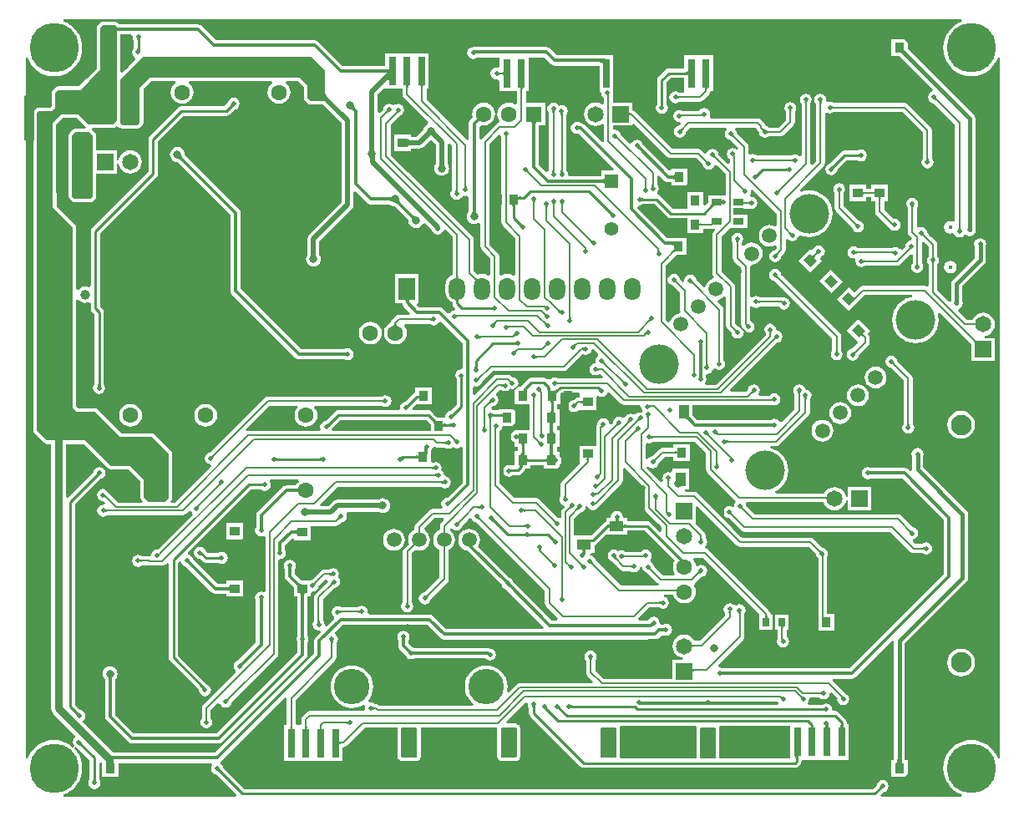
<source format=gbl>
G04*
G04 #@! TF.GenerationSoftware,Altium Limited,Altium Designer,21.2.2 (38)*
G04*
G04 Layer_Physical_Order=2*
G04 Layer_Color=16711680*
%FSTAX24Y24*%
%MOIN*%
G70*
G04*
G04 #@! TF.SameCoordinates,E8B1D116-6B3C-4CC1-BC5D-0A1EC4A5AECB*
G04*
G04*
G04 #@! TF.FilePolarity,Positive*
G04*
G01*
G75*
%ADD10C,0.0079*%
%ADD11C,0.0100*%
%ADD12C,0.0157*%
%ADD13C,0.0197*%
%ADD15C,0.0315*%
%ADD20C,0.0118*%
%ADD24R,0.0256X0.0335*%
%ADD31R,0.0394X0.0571*%
%ADD33R,0.0571X0.0394*%
%ADD40R,0.0433X0.0787*%
%ADD41R,0.0276X0.1142*%
%ADD124C,0.0138*%
%ADD125C,0.0098*%
%ADD126C,0.0315*%
%ADD127C,0.0827*%
%ADD128C,0.0630*%
%ADD129R,0.0630X0.0630*%
%ADD130O,0.0650X0.0900*%
%ADD131R,0.0650X0.0900*%
%ADD132C,0.1575*%
%ADD133C,0.0591*%
%ADD134C,0.0551*%
%ADD135R,0.0551X0.0551*%
%ADD136C,0.0650*%
%ADD137R,0.0650X0.0650*%
%ADD138C,0.0157*%
%ADD139C,0.1417*%
%ADD140C,0.1969*%
%ADD141R,0.0650X0.0650*%
%ADD142R,0.0630X0.0630*%
%ADD143C,0.0394*%
%ADD144C,0.0197*%
%ADD145R,0.0417X0.0256*%
G04:AMPARAMS|DCode=146|XSize=37.4mil|YSize=39.4mil|CornerRadius=0mil|HoleSize=0mil|Usage=FLASHONLY|Rotation=225.000|XOffset=0mil|YOffset=0mil|HoleType=Round|Shape=Rectangle|*
%AMROTATEDRECTD146*
4,1,4,-0.0007,0.0271,0.0271,-0.0007,0.0007,-0.0271,-0.0271,0.0007,-0.0007,0.0271,0.0*
%
%ADD146ROTATEDRECTD146*%

%ADD147R,0.0394X0.0374*%
%ADD148R,0.0374X0.0394*%
G36*
X014813Y040487D02*
X014809Y040483D01*
X014806Y040479D01*
X014803Y040473D01*
X0148Y040467D01*
X014798Y04046D01*
X014796Y040452D01*
X014794Y040444D01*
X014793Y040435D01*
X014792Y040414D01*
X014694Y04042D01*
X014694Y040431D01*
X014692Y04045D01*
X014691Y040458D01*
X014689Y040466D01*
X014687Y040473D01*
X014685Y040479D01*
X014682Y040485D01*
X014679Y04049D01*
X014676Y040494D01*
X014813Y040487D01*
D02*
G37*
G36*
X014792Y040093D02*
X014793Y040083D01*
X014794Y040063D01*
X014795Y040055D01*
X014797Y040047D01*
X014799Y04004D01*
X014801Y040034D01*
X014804Y040028D01*
X014807Y040023D01*
X014811Y040019D01*
X014673Y040026D01*
X014677Y04003D01*
X014681Y040035D01*
X014684Y04004D01*
X014686Y040046D01*
X014689Y040053D01*
X014691Y040061D01*
X014692Y040069D01*
X014693Y040078D01*
X014694Y040099D01*
X014792Y040093D01*
D02*
G37*
G36*
X033289Y039684D02*
X03329Y039478D01*
X033288Y039491D01*
X033284Y039503D01*
X033277Y039513D01*
X033267Y039522D01*
X033255Y03953D01*
X03324Y039536D01*
X033222Y039541D01*
X033201Y039544D01*
X033177Y039547D01*
X033151Y039547D01*
Y039685D01*
X033289Y039684D01*
D02*
G37*
G36*
X014511Y040577D02*
X014507Y040561D01*
X014526Y040469D01*
X014553Y040429D01*
Y040099D01*
X014516Y040044D01*
X014497Y039952D01*
X014516Y03986D01*
X014568Y039782D01*
X014605Y039757D01*
X014619Y039661D01*
X014091Y039132D01*
X014018Y039163D01*
X014018Y039941D01*
Y040315D01*
X014018Y040655D01*
X014446D01*
X014511Y040577D01*
D02*
G37*
G36*
X024746Y039311D02*
Y039259D01*
X024812Y039263D01*
Y039123D01*
X024808Y039125D01*
X024801Y039127D01*
X024789Y039129D01*
X024756Y039131D01*
X024746Y039131D01*
Y039075D01*
Y038778D01*
X024745Y038803D01*
X024741Y038823D01*
X024734Y038837D01*
X024724Y038845D01*
X024711Y038848D01*
X024696Y038845D01*
X024678Y038837D01*
X024657Y038823D01*
X024633Y038803D01*
X024606Y038778D01*
Y039056D01*
X024633Y039084D01*
X024657Y039112D01*
X024671Y039131D01*
X02467Y039132D01*
X024652Y039133D01*
X024606Y039134D01*
Y039252D01*
X024678Y039256D01*
X024688Y039257D01*
X024704Y039261D01*
X024717Y039267D01*
X024727Y039273D01*
X024736Y039281D01*
X024742Y03929D01*
X024743Y039293D01*
X024745Y039307D01*
X024746Y039335D01*
Y039311D01*
D02*
G37*
G36*
X02912Y039158D02*
X029126Y039153D01*
X029133Y039148D01*
X02914Y039144D01*
X029148Y039141D01*
X029156Y039139D01*
X029164Y039137D01*
X029173Y039135D01*
X029183Y039134D01*
X029193Y039134D01*
Y039055D01*
X029183Y039055D01*
X029173Y039054D01*
X029164Y039052D01*
X029156Y03905D01*
X029148Y039048D01*
X02914Y039044D01*
X029133Y039041D01*
X029126Y039036D01*
X02912Y039031D01*
X029114Y039026D01*
Y039163D01*
X02912Y039158D01*
D02*
G37*
G36*
X029313Y039016D02*
X029313Y039023D01*
X02931Y03903D01*
X029306Y039036D01*
X029301Y039041D01*
X029293Y039045D01*
X029285Y039049D01*
X029274Y039052D01*
X029262Y039054D01*
X029249Y039055D01*
X029233Y039055D01*
Y039134D01*
X029249Y039134D01*
X029262Y039135D01*
X029274Y039137D01*
X029285Y03914D01*
X029293Y039144D01*
X029301Y039148D01*
X029306Y039153D01*
X02931Y039159D01*
X029313Y039166D01*
X029313Y039173D01*
Y039016D01*
D02*
G37*
G36*
X025544Y038622D02*
X025537Y03862D01*
X025531Y038616D01*
X025526Y038611D01*
X025522Y038604D01*
X025518Y038595D01*
X025515Y038585D01*
X025513Y038573D01*
X025512Y038559D01*
X025512Y038545D01*
X025433D01*
X025433Y038559D01*
X025431Y038573D01*
X02543Y038585D01*
X025427Y038595D01*
X025423Y038604D01*
X025419Y038611D01*
X025414Y038616D01*
X025408Y03862D01*
X025401Y038622D01*
X025394Y038623D01*
X025551D01*
X025544Y038622D01*
D02*
G37*
G36*
X026134Y038622D02*
X026128Y03862D01*
X026122Y038616D01*
X026117Y038611D01*
X026112Y038604D01*
X026109Y038595D01*
X026106Y038585D01*
X026104Y038573D01*
X026103Y038559D01*
X026102Y038545D01*
X026024D01*
X026023Y038559D01*
X026022Y038573D01*
X02602Y038585D01*
X026017Y038595D01*
X026014Y038604D01*
X026009Y038611D01*
X026004Y038616D01*
X025998Y03862D01*
X025992Y038622D01*
X025984Y038623D01*
X026142D01*
X026134Y038622D01*
D02*
G37*
G36*
X030111Y038544D02*
X030104Y038541D01*
X030098Y038537D01*
X030093Y038532D01*
X030089Y038525D01*
X030085Y038516D01*
X030082Y038506D01*
X03008Y038494D01*
X030079Y038481D01*
X030079Y038466D01*
X03D01*
X03Y038481D01*
X029998Y038494D01*
X029996Y038506D01*
X029994Y038516D01*
X02999Y038525D01*
X029986Y038532D01*
X029981Y038537D01*
X029975Y038541D01*
X029968Y038544D01*
X029961Y038545D01*
X030118D01*
X030111Y038544D01*
D02*
G37*
G36*
X013819Y041024D02*
X013878Y040965D01*
X013878Y040315D01*
Y039941D01*
X013878Y038051D01*
X013878Y038051D01*
Y037894D01*
X01372Y038051D01*
X013878Y037894D01*
X013878Y037205D01*
X01374Y037067D01*
X012756D01*
X012657Y037165D01*
X012362Y037461D01*
X01189Y037461D01*
X012008Y037579D01*
Y037579D01*
X01189Y037461D01*
X011654Y037461D01*
X011339Y037146D01*
D01*
X011339Y034173D01*
X01122Y034055D01*
X01122D01*
X011339Y034173D01*
X011339Y03374D01*
X012126Y032953D01*
Y030197D01*
Y029213D01*
X012126Y025748D01*
X012283Y025591D01*
X012677Y025591D01*
X013032Y025236D01*
X012677Y025591D01*
X013032Y025591D01*
X014016Y024606D01*
X015276D01*
X015945Y023937D01*
X015945Y022874D01*
X015945Y022165D01*
X015787Y022008D01*
X015157D01*
X014961Y022205D01*
Y022874D01*
X014409Y023425D01*
X013661D01*
X012638Y024449D01*
D01*
X011102D01*
X010689Y024862D01*
Y030098D01*
X010689Y034154D01*
X010689Y034154D01*
X010689Y037087D01*
X010827Y037224D01*
X010689Y037087D01*
Y03752D01*
X010768Y037598D01*
X011299Y037598D01*
X011417Y037717D01*
Y038327D01*
X011535Y038445D01*
X012421D01*
X012697Y038169D01*
X01376D01*
X012697Y038169D01*
X012421Y038445D01*
X012776Y038799D01*
X013228Y039252D01*
Y040098D01*
Y040157D01*
X013228Y040157D01*
X013228Y040945D01*
X013307Y041024D01*
X013819Y041024D01*
D02*
G37*
G36*
X021654Y039764D02*
X022205Y039213D01*
Y038302D01*
X022207Y038297D01*
X022234Y038243D01*
X02225Y038219D01*
X022266Y038196D01*
X022283Y038175D01*
X022302Y038155D01*
X022201Y037977D01*
X022179Y037997D01*
X022156Y038014D01*
X022151Y038017D01*
X022126Y037992D01*
X021614D01*
X021496Y03811D01*
X021496Y038622D01*
X021181Y038937D01*
X015197Y038937D01*
X014803Y038543D01*
Y037874D01*
X014803Y037126D01*
X014724Y037047D01*
X014094Y037047D01*
X014016Y037126D01*
Y037874D01*
Y038858D01*
X014921Y039764D01*
X021654Y039764D01*
D02*
G37*
G36*
X041451Y037983D02*
X041446Y037976D01*
X041442Y037969D01*
X041439Y037962D01*
X041436Y037954D01*
X041433Y037946D01*
X041431Y037937D01*
X04143Y037928D01*
X041429Y037918D01*
X041429Y037909D01*
X04135Y037902D01*
X04135Y037912D01*
X041349Y037921D01*
X041347Y03793D01*
X041345Y037938D01*
X041342Y037946D01*
X041339Y037954D01*
X041335Y037961D01*
X04133Y037967D01*
X041325Y037973D01*
X041319Y037978D01*
X041456Y03799D01*
X041451Y037983D01*
D02*
G37*
G36*
X042029Y037979D02*
X042025Y037972D01*
X042021Y037965D01*
X042017Y037958D01*
X042014Y03795D01*
X042012Y037941D01*
X04201Y037933D01*
X042009Y037924D01*
X042008Y037914D01*
X042008Y037905D01*
X041929Y037896D01*
X041929Y037906D01*
X041928Y037915D01*
X041926Y037924D01*
X041924Y037933D01*
X041921Y037941D01*
X041918Y037948D01*
X041913Y037955D01*
X041909Y037961D01*
X041903Y037967D01*
X041897Y037972D01*
X042034Y037986D01*
X042029Y037979D01*
D02*
G37*
G36*
X03122Y039467D02*
X031288Y039421D01*
X031369Y039405D01*
X03315D01*
Y038406D01*
X033173D01*
X033223Y038345D01*
X03322Y038328D01*
X033238Y038236D01*
X03329Y038157D01*
X033317Y038139D01*
Y037903D01*
X033247Y037868D01*
X033225Y037884D01*
X033113Y037931D01*
X032992Y037947D01*
X032871Y037931D01*
X032759Y037884D01*
X032662Y03781D01*
X032588Y037714D01*
X032541Y037601D01*
X032526Y03748D01*
X032541Y03736D01*
X032588Y037247D01*
X032662Y03715D01*
X032759Y037076D01*
X032871Y03703D01*
X032992Y037014D01*
X033113Y03703D01*
X033225Y037076D01*
X033247Y037093D01*
X033317Y037058D01*
Y036393D01*
X033296Y036376D01*
X033243Y036357D01*
X03253Y037069D01*
X032462Y037115D01*
X032381Y037131D01*
X032374D01*
X032339Y037154D01*
X032247Y037172D01*
X032155Y037154D01*
X032077Y037102D01*
X032024Y037023D01*
X032006Y036931D01*
X032024Y036839D01*
X032077Y036761D01*
X032155Y036709D01*
X032247Y03669D01*
X032302Y036701D01*
X033714Y035289D01*
X033684Y035217D01*
X033209D01*
Y035014D01*
X031939D01*
X031893Y03507D01*
X031874Y035163D01*
X031825Y035237D01*
Y037452D01*
X031826Y037454D01*
X031859Y037504D01*
X031878Y037596D01*
X031859Y037688D01*
X031807Y037766D01*
X031729Y037819D01*
X031637Y037837D01*
X031545Y037819D01*
X031523Y037804D01*
X031481Y037867D01*
X031403Y037919D01*
X031311Y037937D01*
X031219Y037919D01*
X031141Y037867D01*
X031088Y037789D01*
X03107Y037697D01*
X031088Y037604D01*
X03113Y037542D01*
Y035225D01*
X031104Y035186D01*
X031014Y035164D01*
X030738Y03544D01*
Y037028D01*
X03098D01*
Y037933D01*
X03022D01*
Y038406D01*
X030315D01*
Y039743D01*
X030944D01*
X03122Y039467D01*
D02*
G37*
G36*
X018547Y037806D02*
X018542Y037805D01*
X018536Y037804D01*
X01853Y037802D01*
X018524Y0378D01*
X018517Y037796D01*
X01851Y037792D01*
X018503Y037787D01*
X018496Y037781D01*
X018481Y037767D01*
X018412Y037837D01*
X018419Y037845D01*
X018431Y037859D01*
X018436Y037866D01*
X018441Y037873D01*
X018444Y037879D01*
X018447Y037886D01*
X018449Y037892D01*
X01845Y037898D01*
X01845Y037903D01*
X018547Y037806D01*
D02*
G37*
G36*
X04242Y037802D02*
X042426Y037797D01*
X042433Y037792D01*
X04244Y037789D01*
X042448Y037785D01*
X042456Y037783D01*
X042464Y037781D01*
X042473Y037779D01*
X042483Y037778D01*
X042493Y037778D01*
Y037699D01*
X042483Y037699D01*
X042473Y037698D01*
X042464Y037697D01*
X042456Y037695D01*
X042448Y037692D01*
X04244Y037689D01*
X042433Y037685D01*
X042426Y03768D01*
X04242Y037675D01*
X042414Y03767D01*
Y037808D01*
X04242Y037802D01*
D02*
G37*
G36*
X023347Y037821D02*
X023349Y03781D01*
X023351Y037798D01*
X023355Y037787D01*
X023361Y037775D01*
X023367Y037763D01*
X023375Y037752D01*
X023384Y03774D01*
X023393Y037728D01*
X023405Y037716D01*
X023307Y037619D01*
X023295Y03763D01*
X023284Y03764D01*
X023272Y037649D01*
X02326Y037657D01*
X023249Y037663D01*
X023237Y037668D01*
X023225Y037672D01*
X023214Y037675D01*
X023202Y037677D01*
X023191Y037677D01*
X023346Y037833D01*
X023347Y037821D01*
D02*
G37*
G36*
X040828Y037642D02*
X040823Y037636D01*
X040819Y037629D01*
X040815Y037622D01*
X040812Y037614D01*
X040809Y037606D01*
X040807Y037597D01*
X040805Y037588D01*
X040805Y037579D01*
X040804Y037569D01*
X040726D01*
X040725Y037579D01*
X040724Y037588D01*
X040723Y037597D01*
X040721Y037606D01*
X040718Y037614D01*
X040715Y037622D01*
X040711Y037629D01*
X040707Y037636D01*
X040702Y037642D01*
X040696Y037648D01*
X040834D01*
X040828Y037642D01*
D02*
G37*
G36*
X03138Y037626D02*
X031374Y03762D01*
X031369Y037614D01*
X031365Y037607D01*
X031361Y0376D01*
X031358Y037592D01*
X031355Y037584D01*
X031353Y037575D01*
X031351Y037567D01*
X031351Y037557D01*
X03135Y037547D01*
X031271Y037547D01*
X031271Y037557D01*
X03127Y037567D01*
X031269Y037576D01*
X031267Y037584D01*
X031264Y037592D01*
X031261Y0376D01*
X031257Y037607D01*
X031253Y037614D01*
X031248Y03762D01*
X031242Y037626D01*
X03138Y037626D01*
D02*
G37*
G36*
X024754Y037553D02*
X024746Y037553D01*
X024738Y037552D01*
X02473Y03755D01*
X024722Y037548D01*
X024714Y037545D01*
X024707Y037541D01*
X024699Y037536D01*
X024692Y037531D01*
X024684Y037525D01*
X024677Y037518D01*
X024622Y037574D01*
X024628Y037581D01*
X024634Y037588D01*
X02464Y037596D01*
X024644Y037603D01*
X024648Y037611D01*
X024651Y037618D01*
X024654Y037626D01*
X024655Y037634D01*
X024656Y037642D01*
X024657Y03765D01*
X024754Y037553D01*
D02*
G37*
G36*
X031706Y037525D02*
X031701Y037518D01*
X031697Y037511D01*
X031694Y037503D01*
X031691Y037496D01*
X031688Y037487D01*
X031686Y037479D01*
X031685Y03747D01*
X031684Y03746D01*
X031684Y03745D01*
X031605Y037444D01*
X031605Y037454D01*
X031604Y037463D01*
X031602Y037472D01*
X0316Y03748D01*
X031597Y037488D01*
X031594Y037496D01*
X03159Y037503D01*
X031585Y037509D01*
X03158Y037515D01*
X031574Y037521D01*
X031711Y037531D01*
X031706Y037525D01*
D02*
G37*
G36*
X034315Y037552D02*
X034318Y037545D01*
X034322Y037539D01*
X034327Y037534D01*
X034335Y03753D01*
X034343Y037526D01*
X034354Y037523D01*
X034366Y037521D01*
X034379Y03752D01*
X034394Y03752D01*
Y037441D01*
X034379Y037441D01*
X034366Y037439D01*
X034354Y037437D01*
X034343Y037435D01*
X034335Y037431D01*
X034327Y037427D01*
X034322Y037422D01*
X034318Y037416D01*
X034315Y037409D01*
X034315Y037402D01*
Y037559D01*
X034315Y037552D01*
D02*
G37*
G36*
X030652Y037165D02*
X030641Y037161D01*
X03063Y037154D01*
X030621Y037145D01*
X030614Y037132D01*
X030607Y037117D01*
X030603Y037099D01*
X030599Y037078D01*
X030597Y037055D01*
X030596Y037029D01*
X030459D01*
X030458Y037055D01*
X030456Y037078D01*
X030452Y037099D01*
X030448Y037117D01*
X030441Y037132D01*
X030434Y037145D01*
X030425Y037154D01*
X030415Y037161D01*
X030403Y037165D01*
X03039Y037167D01*
X030665D01*
X030652Y037165D01*
D02*
G37*
G36*
X036487Y036864D02*
X03648Y036857D01*
X036474Y03685D01*
X036469Y036843D01*
X036465Y036835D01*
X036461Y036827D01*
X036458Y03682D01*
X036456Y036812D01*
X036455Y036804D01*
X036454Y036796D01*
X036454Y036788D01*
X036352Y03688D01*
X03636Y036881D01*
X036368Y036882D01*
X036376Y036884D01*
X036384Y036887D01*
X036391Y03689D01*
X036399Y036894D01*
X036406Y036899D01*
X036414Y036904D01*
X036421Y03691D01*
X036428Y036917D01*
X036487Y036864D01*
D02*
G37*
G36*
X039688Y036901D02*
X039695Y036895D01*
X039703Y036889D01*
X03971Y036885D01*
X039718Y036881D01*
X039726Y036878D01*
X039733Y036875D01*
X039741Y036874D01*
X039749Y036873D01*
X039758Y036872D01*
X03966Y036775D01*
X03966Y036783D01*
X039659Y036791D01*
X039657Y036799D01*
X039655Y036807D01*
X039652Y036815D01*
X039648Y036823D01*
X039643Y03683D01*
X039638Y036837D01*
X039632Y036845D01*
X039625Y036852D01*
X039681Y036907D01*
X039688Y036901D01*
D02*
G37*
G36*
X039841Y036829D02*
X039847Y036824D01*
X039853Y036819D01*
X03986Y036815D01*
X039867Y036811D01*
X039875Y036808D01*
X039884Y036806D01*
X039892Y036805D01*
X039902Y036804D01*
X039912Y036803D01*
X039903Y036725D01*
X039893Y036724D01*
X039884Y036724D01*
X039875Y036722D01*
X039866Y03672D01*
X039858Y036718D01*
X03985Y036715D01*
X039842Y036712D01*
X039835Y036708D01*
X039828Y036703D01*
X039821Y036698D01*
X039836Y036835D01*
X039841Y036829D01*
D02*
G37*
G36*
X026575Y036806D02*
X026577Y036801D01*
X026581Y036795D01*
X026585Y036788D01*
X026591Y036781D01*
X026607Y036762D01*
X026641Y036727D01*
X026501Y036588D01*
X026489Y0366D01*
X02644Y036643D01*
X026433Y036648D01*
X026427Y036651D01*
X026423Y036653D01*
X026419Y036654D01*
X026575Y036809D01*
X026575Y036806D01*
D02*
G37*
G36*
X026416Y036654D02*
X026412Y036653D01*
X026407Y036651D01*
X026401Y036648D01*
X026395Y036643D01*
X026387Y036637D01*
X026368Y036621D01*
X026333Y036588D01*
X026194Y036727D01*
X026207Y03674D01*
X026249Y036788D01*
X026254Y036795D01*
X026257Y036801D01*
X026259Y036806D01*
X02626Y036809D01*
X026416Y036654D01*
D02*
G37*
G36*
X024606Y038484D02*
Y038484D01*
X025157D01*
Y038484D01*
X025197D01*
Y038484D01*
X025292D01*
Y038267D01*
X025306Y038198D01*
X025345Y038139D01*
X026312Y037171D01*
X026293Y037079D01*
X026268Y037069D01*
X026207Y037022D01*
X026159Y03696D01*
X02613Y036888D01*
X026126Y036861D01*
X026123Y036857D01*
X025845Y036579D01*
X025623D01*
X025613Y03658D01*
X02561Y036581D01*
Y036663D01*
X025479D01*
X025471Y036665D01*
X025464Y036663D01*
X025461D01*
X025455Y036664D01*
X025453Y036663D01*
X024941D01*
Y036014D01*
X025453D01*
X025455Y036013D01*
X025461Y036014D01*
X025464D01*
X025471Y036012D01*
X025479Y036014D01*
X02561D01*
Y036097D01*
X025613Y036097D01*
X025623Y036098D01*
X025945D01*
X026037Y036116D01*
X026115Y036168D01*
X026417Y03647D01*
X02661Y036278D01*
Y035486D01*
X026592Y035464D01*
X026563Y035392D01*
X026553Y035315D01*
X026563Y035238D01*
X026592Y035166D01*
X02664Y035104D01*
X026701Y035057D01*
X026773Y035027D01*
X02685Y035017D01*
X026927Y035027D01*
X026999Y035057D01*
X027061Y035104D01*
X027108Y035166D01*
X027138Y035238D01*
X027148Y035315D01*
X027138Y035392D01*
X027108Y035464D01*
X027092Y035486D01*
X027091Y035491D01*
Y036281D01*
X02717Y036314D01*
X02726Y036223D01*
Y034446D01*
X027218Y034384D01*
X0272Y034291D01*
X027218Y034199D01*
X027271Y034121D01*
X027349Y034069D01*
X027441Y03405D01*
X027533Y034069D01*
X027611Y034121D01*
X027647Y034175D01*
X027682Y034204D01*
X027748Y03422D01*
X027803Y034209D01*
X02786Y03422D01*
X027939Y034169D01*
Y033602D01*
X027939Y0336D01*
X027938Y033596D01*
X027937Y033595D01*
X027936Y033593D01*
X027933Y033589D01*
X027892Y033535D01*
X027862Y033463D01*
X027852Y033386D01*
X027862Y033309D01*
X027892Y033237D01*
X027939Y033175D01*
X028001Y033128D01*
X028073Y033098D01*
X02815Y033088D01*
X028227Y033098D01*
X028299Y033128D01*
X028323Y033147D01*
X028402Y033108D01*
Y0322D01*
X028415Y032131D01*
X028454Y032072D01*
X02879Y031737D01*
Y03106D01*
X028719Y031025D01*
X028698Y031041D01*
X028585Y031088D01*
X028465Y031104D01*
X028344Y031088D01*
X028291Y031066D01*
X028136Y031221D01*
Y03246D01*
X028122Y032529D01*
X028083Y032588D01*
X02481Y035861D01*
Y037039D01*
X02519Y037419D01*
X025192Y037422D01*
X025203Y037424D01*
X025281Y037477D01*
X025333Y037555D01*
X025351Y037647D01*
X025333Y037739D01*
X025281Y037817D01*
X025203Y037869D01*
X02511Y037888D01*
X025018Y037869D01*
X024997Y037856D01*
X024929Y037824D01*
X024872Y037857D01*
X024847Y037874D01*
X024755Y037892D01*
X024663Y037874D01*
X024585Y037822D01*
X024532Y037744D01*
X024518Y03767D01*
X024375Y037527D01*
X024296Y037559D01*
Y038266D01*
X024541Y038511D01*
X024606Y038484D01*
D02*
G37*
G36*
X038485Y036684D02*
X038486Y036676D01*
X038487Y036668D01*
X03849Y03666D01*
X038493Y036652D01*
X038497Y036644D01*
X038501Y036637D01*
X038506Y03663D01*
X038512Y036622D01*
X038519Y036615D01*
X038464Y03656D01*
X038456Y036566D01*
X038449Y036572D01*
X038442Y036578D01*
X038434Y036582D01*
X038427Y036586D01*
X038419Y036589D01*
X038411Y036592D01*
X038403Y036593D01*
X038395Y036594D01*
X038387Y036594D01*
X038484Y036692D01*
X038485Y036684D01*
D02*
G37*
G36*
X033853Y036623D02*
X033855Y036615D01*
X033858Y036608D01*
X033861Y0366D01*
X033865Y036592D01*
X03387Y036585D01*
X033875Y036578D01*
X03388Y03657D01*
X033886Y036563D01*
X033893Y036556D01*
X033849Y036489D01*
X033842Y036496D01*
X033834Y036502D01*
X033827Y036507D01*
X033819Y036511D01*
X033812Y036514D01*
X033804Y036517D01*
X033797Y036518D01*
X033789Y036519D01*
X033781Y036519D01*
X033773Y036518D01*
X033851Y036631D01*
X033853Y036623D01*
D02*
G37*
G36*
X025473Y036508D02*
X025479Y036493D01*
X025489Y03648D01*
X025503Y036468D01*
X02552Y036459D01*
X025542Y036451D01*
X025568Y036445D01*
X025597Y03644D01*
X025631Y036438D01*
X025668Y036437D01*
Y03624D01*
X025631Y036239D01*
X025597Y036237D01*
X025568Y036232D01*
X025542Y036226D01*
X02552Y036218D01*
X025503Y036209D01*
X025489Y036197D01*
X025479Y036184D01*
X025473Y036169D01*
X025471Y036153D01*
Y036524D01*
X025473Y036508D01*
D02*
G37*
G36*
X034786Y036178D02*
X034688Y03608D01*
X034647Y036122D01*
X034744Y036219D01*
X034786Y036178D01*
D02*
G37*
G36*
X024154Y036105D02*
X024158Y03604D01*
X024159Y036032D01*
X024161Y036026D01*
X024163Y036021D01*
X024165Y036018D01*
X023945D01*
X023947Y036021D01*
X023949Y036026D01*
X023951Y036032D01*
X023952Y03604D01*
X023954Y03605D01*
X023956Y036074D01*
X023957Y036123D01*
X024154D01*
X024154Y036105D01*
D02*
G37*
G36*
X037761Y035845D02*
X037762Y035837D01*
X037763Y035829D01*
X037766Y035821D01*
X037769Y035814D01*
X037773Y035806D01*
X037777Y035799D01*
X037783Y035791D01*
X037789Y035784D01*
X037795Y035777D01*
X03774Y035721D01*
X037733Y035728D01*
X037725Y035734D01*
X037718Y035739D01*
X03771Y035744D01*
X037703Y035748D01*
X037695Y035751D01*
X037687Y035753D01*
X037679Y035755D01*
X037671Y035756D01*
X037663Y035756D01*
X03776Y035854D01*
X037761Y035845D01*
D02*
G37*
G36*
X02418Y035808D02*
X024179Y035804D01*
X024178Y035799D01*
X024177Y035771D01*
X024176Y03571D01*
X023979Y035673D01*
X023979Y035691D01*
X023975Y035746D01*
X023973Y035756D01*
X023971Y035764D01*
X023968Y03577D01*
X023965Y035775D01*
X023962Y035778D01*
X02418Y03581D01*
X02418Y035808D01*
D02*
G37*
G36*
X046278Y035693D02*
X046279Y035684D01*
X04628Y035675D01*
X046283Y035667D01*
X046285Y035659D01*
X046288Y035651D01*
X046292Y035644D01*
X046297Y035637D01*
X046302Y03563D01*
X046307Y035624D01*
X04617D01*
X046175Y03563D01*
X04618Y035637D01*
X046185Y035644D01*
X046188Y035651D01*
X046192Y035659D01*
X046194Y035667D01*
X046196Y035675D01*
X046198Y035684D01*
X046199Y035693D01*
X046199Y035703D01*
X046278D01*
X046278Y035693D01*
D02*
G37*
G36*
X03933Y035704D02*
X039336Y035699D01*
X039343Y035694D01*
X03935Y03569D01*
X039357Y035687D01*
X039365Y035684D01*
X039374Y035682D01*
X039383Y03568D01*
X039392Y035679D01*
X039402Y035679D01*
X039399Y0356D01*
X039389Y0356D01*
X03938Y035599D01*
X039371Y035598D01*
X039362Y035596D01*
X039354Y035593D01*
X039346Y03559D01*
X039339Y035586D01*
X039332Y035582D01*
X039325Y035577D01*
X039319Y035572D01*
X039324Y03571D01*
X03933Y035704D01*
D02*
G37*
G36*
X040886Y03557D02*
X04088Y035576D01*
X040874Y035581D01*
X040868Y035585D01*
X04086Y035589D01*
X040853Y035593D01*
X040845Y035595D01*
X040836Y035598D01*
X040827Y035599D01*
X040818Y0356D01*
X040808Y0356D01*
X040811Y035679D01*
X040821Y035679D01*
X040831Y03568D01*
X04084Y035682D01*
X040848Y035684D01*
X040856Y035686D01*
X040864Y035689D01*
X040872Y035693D01*
X040879Y035697D01*
X040885Y035702D01*
X040891Y035707D01*
X040886Y03557D01*
D02*
G37*
G36*
X037433Y035625D02*
X03744Y035619D01*
X037448Y035614D01*
X037455Y035609D01*
X037463Y035605D01*
X03747Y035602D01*
X037478Y0356D01*
X037486Y035598D01*
X037494Y035597D01*
X037503Y035597D01*
X037405Y035499D01*
X037405Y035508D01*
X037404Y035516D01*
X037402Y035524D01*
X0374Y035532D01*
X037397Y035539D01*
X037393Y035547D01*
X037388Y035554D01*
X037383Y035562D01*
X037377Y035569D01*
X03737Y035576D01*
X037426Y035632D01*
X037433Y035625D01*
D02*
G37*
G36*
X026949Y035515D02*
X026953Y03545D01*
X026955Y035442D01*
X026956Y035435D01*
X026958Y035431D01*
X026961Y035427D01*
X02674D01*
X026742Y035431D01*
X026744Y035435D01*
X026746Y035442D01*
X026748Y03545D01*
X026749Y035459D01*
X026751Y035484D01*
X026752Y035532D01*
X026949D01*
X026949Y035515D01*
D02*
G37*
G36*
X047615Y041176D02*
X047481Y041121D01*
X047331Y041029D01*
X047196Y040914D01*
X047082Y04078D01*
X046989Y040629D01*
X046922Y040466D01*
X04688Y040294D01*
X046867Y040118D01*
X04688Y039942D01*
X046922Y03977D01*
X046989Y039607D01*
X047082Y039457D01*
X047196Y039322D01*
X047331Y039208D01*
X047481Y039115D01*
X047644Y039048D01*
X047816Y039006D01*
X047992Y038993D01*
X048168Y039006D01*
X04834Y039048D01*
X048503Y039115D01*
X048654Y039208D01*
X048788Y039322D01*
X048903Y039457D01*
X048995Y039607D01*
X04905Y039741D01*
X049129Y039726D01*
Y025748D01*
Y011771D01*
X04905Y011755D01*
X048995Y011889D01*
X048903Y01204D01*
X048788Y012174D01*
X048654Y012289D01*
X048503Y012381D01*
X04834Y012448D01*
X048168Y01249D01*
X047992Y012503D01*
X047816Y01249D01*
X047644Y012448D01*
X047481Y012381D01*
X047331Y012289D01*
X047196Y012174D01*
X047082Y01204D01*
X046989Y011889D01*
X046922Y011726D01*
X04688Y011554D01*
X046867Y011378D01*
X04688Y011202D01*
X046922Y01103D01*
X046989Y010867D01*
X047082Y010716D01*
X047196Y010582D01*
X047331Y010467D01*
X047481Y010375D01*
X047615Y01032D01*
X0476Y010241D01*
X044393D01*
X044363Y010314D01*
X044485Y010436D01*
X044541Y010447D01*
X044619Y010499D01*
X044671Y010577D01*
X04469Y010669D01*
X044671Y010761D01*
X044619Y01084D01*
X044541Y010892D01*
X044449Y01091D01*
X044357Y010892D01*
X044279Y01084D01*
X044226Y010761D01*
X044215Y010705D01*
X044057Y010547D01*
X018974D01*
X018127Y011394D01*
X018116Y01145D01*
X018064Y011529D01*
X018034Y011549D01*
X018027Y011632D01*
X018032Y011645D01*
X020592Y014205D01*
X020659Y014174D01*
X020666Y014167D01*
Y013091D01*
X020571D01*
Y011673D01*
X021083D01*
X021142Y011673D01*
X021201Y011673D01*
X021713D01*
Y011673D01*
X021752Y011673D01*
Y011673D01*
X022303D01*
Y011673D01*
X022343D01*
Y011673D01*
X022894D01*
Y012203D01*
X02292D01*
X022989Y012217D01*
X023047Y012256D01*
X023776Y012985D01*
X025086D01*
X025096Y012972D01*
Y011831D01*
X025106Y011777D01*
X025137Y011731D01*
X025176Y011692D01*
X025222Y011662D01*
X025276Y011651D01*
X025827D01*
X025881Y011662D01*
X025926Y011692D01*
X025927Y011693D01*
X025984D01*
Y011759D01*
X025996Y011777D01*
X026007Y011831D01*
Y012972D01*
X026017Y012985D01*
X026134D01*
X026142Y012992D01*
X026732D01*
X02674Y012985D01*
X029062D01*
X029072Y012972D01*
Y011831D01*
X029083Y011777D01*
X029113Y011731D01*
X029153Y011692D01*
X029198Y011662D01*
X029252Y011651D01*
X029803D01*
X029857Y011662D01*
X029902Y011692D01*
X029903Y011693D01*
X029961D01*
Y011759D01*
X029972Y011777D01*
X029983Y011831D01*
Y012972D01*
X029972Y013026D01*
X029961Y013044D01*
Y01311D01*
X029903D01*
X029902Y013111D01*
X029857Y013142D01*
X029803Y013152D01*
X029451D01*
X029421Y013225D01*
X030197Y014001D01*
X030281Y01398D01*
X030289Y013967D01*
X030282Y013933D01*
X0303Y013841D01*
X030332Y013793D01*
Y013572D01*
X030347Y013499D01*
X030388Y013437D01*
X032385Y01144D01*
X032385Y01144D01*
X032447Y011399D01*
X03252Y011384D01*
X040945D01*
X041018Y011399D01*
X04108Y01144D01*
X041158Y011519D01*
X0412Y011581D01*
X041214Y011654D01*
Y011713D01*
X041319D01*
Y011713D01*
X041358D01*
Y011713D01*
X041909D01*
Y011713D01*
X041949Y011713D01*
Y011713D01*
X0425D01*
Y011713D01*
X042539D01*
Y011713D01*
X043091D01*
Y01313D01*
X043009D01*
Y013211D01*
X042995Y013284D01*
X042953Y013346D01*
X042953Y013346D01*
X042697Y013602D01*
X042636Y013643D01*
X042563Y013657D01*
X042473D01*
X042425Y013716D01*
X042407Y013809D01*
X042354Y013887D01*
X042276Y013939D01*
X042184Y013957D01*
X042092Y013939D01*
X042044Y013907D01*
X041499D01*
X041496Y013911D01*
X041464Y013986D01*
X041501Y01404D01*
X041519Y014132D01*
X041566Y014189D01*
X041932D01*
X041994Y014148D01*
X042087Y014129D01*
X042179Y014148D01*
X042257Y0142D01*
X042309Y014278D01*
X042325Y01436D01*
X04236Y01438D01*
X042403Y014394D01*
X042641Y014155D01*
X042635Y014126D01*
X042654Y014033D01*
X042706Y013955D01*
X042784Y013903D01*
X042876Y013885D01*
X042968Y013903D01*
X043047Y013955D01*
X043099Y014033D01*
X043117Y014126D01*
X043099Y014218D01*
X043047Y014296D01*
X042968Y014348D01*
X042956Y01435D01*
X042955Y014353D01*
X04244Y014868D01*
X042445Y014904D01*
X042468Y014947D01*
X043221D01*
X043302Y014963D01*
X04337Y015008D01*
X044819Y016457D01*
X044897Y016424D01*
Y011713D01*
X044793D01*
Y011043D01*
X045443D01*
Y011713D01*
X045339D01*
Y016365D01*
X047794Y01882D01*
X047842Y018892D01*
X047859Y018976D01*
Y021496D01*
X047842Y021581D01*
X047794Y021652D01*
X046063Y023383D01*
Y023813D01*
X046065Y023816D01*
X046083Y023908D01*
X046065Y024D01*
X046013Y024079D01*
X045934Y024131D01*
X045842Y024149D01*
X04575Y024131D01*
X045672Y024079D01*
X04562Y024D01*
X045601Y023908D01*
X04562Y023816D01*
X045622Y023813D01*
Y023292D01*
X045628Y023261D01*
X045555Y023222D01*
X045479Y023299D01*
X04541Y023344D01*
X04533Y02336D01*
X043968D01*
X04395Y023372D01*
X043858Y02339D01*
X043766Y023372D01*
X043688Y02332D01*
X043636Y023242D01*
X043617Y02315D01*
X043636Y023057D01*
X043688Y022979D01*
X043766Y022927D01*
X043858Y022909D01*
X04395Y022927D01*
X043968Y022939D01*
X045243D01*
X046887Y021295D01*
Y019121D01*
X043134Y015368D01*
X038063D01*
X038045Y01538D01*
X037953Y015398D01*
X037944Y015397D01*
X037855Y015459D01*
X037853Y015476D01*
X038875Y016498D01*
X038914Y016557D01*
X038928Y016626D01*
Y017532D01*
X038928Y017533D01*
X038963Y017585D01*
X038981Y017677D01*
X038963Y017769D01*
X03891Y017847D01*
X038832Y0179D01*
X03874Y017918D01*
X038648Y0179D01*
X038617Y017879D01*
X038517Y017887D01*
X038439Y017939D01*
X038346Y017957D01*
X038254Y017939D01*
X038176Y017887D01*
X038124Y017809D01*
X038106Y017717D01*
X038124Y017624D01*
X038166Y017562D01*
Y017476D01*
X037147Y016458D01*
X036949D01*
X03694Y016481D01*
X036865Y016578D01*
X036769Y016652D01*
X036656Y016699D01*
X036535Y016715D01*
X036415Y016699D01*
X036302Y016652D01*
X036205Y016578D01*
X036131Y016481D01*
X036085Y016369D01*
X036069Y016248D01*
X036085Y016127D01*
X036131Y016015D01*
X036205Y015918D01*
X036302Y015844D01*
X036415Y015797D01*
X036475Y015789D01*
X03647Y015711D01*
X036073D01*
Y01493D01*
X033318D01*
X032976Y015272D01*
Y015672D01*
X033018Y015735D01*
X033036Y015827D01*
X033018Y015919D01*
X032966Y015997D01*
X032887Y016049D01*
X032795Y016068D01*
X032703Y016049D01*
X032625Y015997D01*
X032573Y015919D01*
X032554Y015827D01*
X032573Y015735D01*
X032615Y015672D01*
Y015197D01*
X032628Y015128D01*
X032668Y015069D01*
X032897Y01484D01*
X032867Y014767D01*
X029972D01*
X029903Y014754D01*
X029845Y014714D01*
X029522Y014391D01*
X029452Y014433D01*
X02946Y01446D01*
X029477Y014626D01*
X02946Y014792D01*
X029412Y014951D01*
X029333Y015099D01*
X029227Y015227D01*
X029099Y015333D01*
X028951Y015412D01*
X028792Y01546D01*
X028626Y015477D01*
X02846Y01546D01*
X0283Y015412D01*
X028153Y015333D01*
X028025Y015227D01*
X027919Y015099D01*
X02784Y014951D01*
X027792Y014792D01*
X027775Y014626D01*
X027792Y01446D01*
X02784Y0143D01*
X027919Y014153D01*
X028025Y014025D01*
X028124Y013943D01*
X028096Y013864D01*
X024351D01*
X024335Y013879D01*
X024277Y013918D01*
X024207Y013932D01*
X024198D01*
X02419Y013944D01*
X024112Y013997D01*
X02402Y014015D01*
X023957Y014002D01*
X023914Y014074D01*
X023979Y014153D01*
X024057Y0143D01*
X024106Y01446D01*
X024122Y014626D01*
X024106Y014792D01*
X024057Y014951D01*
X023979Y015099D01*
X023873Y015227D01*
X023744Y015333D01*
X023597Y015412D01*
X023438Y01546D01*
X023272Y015477D01*
X023106Y01546D01*
X022946Y015412D01*
X022799Y015333D01*
X02267Y015227D01*
X022564Y015099D01*
X022486Y014951D01*
X022437Y014792D01*
X022421Y014626D01*
X022437Y01446D01*
X022486Y0143D01*
X022564Y014153D01*
X02267Y014025D01*
X022799Y013919D01*
X022946Y01384D01*
X023106Y013792D01*
X023272Y013775D01*
X023438Y013792D01*
X023597Y01384D01*
X023734Y013913D01*
X023762Y013901D01*
X023796Y013859D01*
X023779Y013774D01*
X023787Y013736D01*
X023726Y013657D01*
X021586D01*
X021517Y013643D01*
X021458Y013604D01*
X021311Y013457D01*
X021272Y013398D01*
X021258Y013329D01*
Y013146D01*
X021202Y013091D01*
X021083D01*
X021027Y013146D01*
Y014095D01*
X022594Y015662D01*
X022633Y015721D01*
X022647Y01579D01*
Y016365D01*
X022689Y016427D01*
X022707Y01652D01*
X022689Y016612D01*
X022636Y01669D01*
X022611Y016707D01*
X022603Y016785D01*
X022903Y017086D01*
X025412D01*
X025413Y017086D01*
X025419Y017089D01*
X025425Y017091D01*
X02543Y017095D01*
X025434Y017099D01*
X025434Y017086D01*
X026278D01*
X026793Y016571D01*
X026861Y016525D01*
X026942Y016509D01*
X035368D01*
X035449Y016525D01*
X035517Y016571D01*
X035628Y016681D01*
X035711D01*
X035711Y016681D01*
X035804Y016663D01*
X035896Y016681D01*
X035974Y016733D01*
X036026Y016811D01*
X036044Y016903D01*
X036026Y016996D01*
X035974Y017074D01*
X035896Y017126D01*
X035804Y017144D01*
X035711Y017126D01*
X035677Y017103D01*
X035619D01*
X035554Y017181D01*
X035536Y017273D01*
X035483Y017351D01*
X035405Y017403D01*
X035313Y017422D01*
X035221Y017403D01*
X035143Y017351D01*
X035092Y017275D01*
X034728D01*
X034695Y017353D01*
X035141Y017798D01*
X035529D01*
X035592Y017757D01*
X035684Y017738D01*
X035776Y017757D01*
X035854Y017809D01*
X035906Y017887D01*
X035925Y017979D01*
X035906Y018071D01*
X035854Y018149D01*
X035776Y018202D01*
X035725Y018212D01*
X035733Y018291D01*
X036095D01*
X03614Y018181D01*
X036213Y018087D01*
X036307Y018014D01*
X036417Y017968D01*
X036535Y017953D01*
X036654Y017968D01*
X036764Y018014D01*
X036858Y018087D01*
X036931Y018181D01*
X036977Y018291D01*
X036992Y018409D01*
X036977Y018528D01*
X036931Y018638D01*
X036924Y018647D01*
X036948Y018745D01*
X036964Y018756D01*
X037223Y019015D01*
X037297Y019029D01*
X037375Y019082D01*
X037427Y01916D01*
X037446Y019252D01*
X037427Y019344D01*
X037375Y019422D01*
X037297Y019474D01*
X037205Y019493D01*
X037113Y019474D01*
X037067Y019444D01*
X036983Y019477D01*
X036977Y019528D01*
X036931Y019638D01*
X036882Y019701D01*
X036921Y01978D01*
X037287D01*
X039497Y01757D01*
X039537Y01751D01*
X039537D01*
X039537Y01751D01*
Y0169D01*
X040069D01*
Y01751D01*
X039984D01*
Y01752D01*
X03997Y017589D01*
X039931Y017647D01*
X03749Y020088D01*
X037431Y020128D01*
X037387Y020136D01*
X037366Y020206D01*
X037367Y020218D01*
X037375Y020223D01*
X037427Y020302D01*
X037446Y020394D01*
X037427Y020486D01*
X037385Y020549D01*
Y020671D01*
X037372Y02074D01*
X037332Y020799D01*
X036985Y021147D01*
X036998Y021179D01*
X036998D01*
Y021803D01*
X037071Y021833D01*
X038638Y020266D01*
X038696Y020227D01*
X038766Y020213D01*
X041498D01*
X041788Y019923D01*
X041803Y019849D01*
X041855Y019771D01*
X041876Y019757D01*
Y017352D01*
X04188Y017335D01*
Y01687D01*
X04253D01*
Y017539D01*
X042238D01*
Y019826D01*
X042238Y01983D01*
X042239Y019834D01*
X04224Y019837D01*
X042241Y019838D01*
X042248Y019849D01*
X042266Y019941D01*
X042248Y020033D01*
X042196Y020111D01*
X042118Y020164D01*
X042044Y020178D01*
X041701Y020521D01*
X041642Y020561D01*
X041573Y020574D01*
X03884D01*
X037057Y022357D01*
X036999Y022397D01*
X03693Y02241D01*
X036597D01*
X036557Y022489D01*
X036558Y02249D01*
X036713D01*
Y022942D01*
X036718Y022971D01*
X036713Y023D01*
Y023337D01*
X036043D01*
Y023225D01*
X035965Y023178D01*
X0359Y02319D01*
X035808Y023172D01*
X035729Y02312D01*
X035677Y023042D01*
X035659Y02295D01*
X035677Y022857D01*
X035686Y022844D01*
X035679Y022821D01*
X035591Y022798D01*
X035016Y023373D01*
X035021Y023397D01*
X035105Y023413D01*
X035105Y023412D01*
X035183Y02336D01*
X035276Y023342D01*
X035368Y02336D01*
X035446Y023412D01*
X035498Y023491D01*
X035513Y023564D01*
X035744Y023796D01*
X036093D01*
Y023642D01*
X036742D01*
Y024311D01*
X036093D01*
Y024157D01*
X035669D01*
X0356Y024143D01*
X035542Y024104D01*
X035257Y02382D01*
X035183Y023805D01*
X035105Y023753D01*
X035066Y023695D01*
X034988Y023719D01*
Y024304D01*
X035066Y024355D01*
X035126Y024343D01*
X035218Y024361D01*
X035281Y024403D01*
X03695D01*
X037404Y023948D01*
Y023299D01*
X037418Y02323D01*
X037457Y023172D01*
X038555Y022073D01*
X038583Y022016D01*
X038563Y021961D01*
X038538Y021924D01*
X038522Y021842D01*
X038485Y021815D01*
X038446Y021797D01*
X038418Y021816D01*
X038326Y021834D01*
X038234Y021816D01*
X038156Y021764D01*
X038103Y021686D01*
X038085Y021594D01*
X038103Y021501D01*
X038156Y021423D01*
X038234Y021371D01*
X038308Y021356D01*
X038798Y020866D01*
X038857Y020827D01*
X038926Y020813D01*
X044758D01*
X045557Y020015D01*
X045615Y019976D01*
X045684Y019962D01*
X046036D01*
X046098Y01992D01*
X046191Y019902D01*
X046283Y01992D01*
X046361Y019972D01*
X046413Y02005D01*
X046431Y020142D01*
X046413Y020235D01*
X046361Y020313D01*
X046283Y020365D01*
X046191Y020383D01*
X046098Y020365D01*
X046036Y020323D01*
X045759D01*
X045651Y020431D01*
X045677Y020517D01*
X045722Y020526D01*
X0458Y020578D01*
X045852Y020656D01*
X045871Y020748D01*
X045852Y02084D01*
X0458Y020918D01*
X045722Y020971D01*
X045648Y020985D01*
X045177Y021456D01*
X045118Y021496D01*
X045049Y021509D01*
X039338D01*
X039131Y021717D01*
X039131Y021717D01*
X038998Y02185D01*
X038987Y021906D01*
X03903Y021985D01*
X042089D01*
X042127Y021893D01*
X042202Y021796D01*
X042298Y021722D01*
X042411Y021675D01*
X042531Y021659D01*
X042652Y021675D01*
X042765Y021722D01*
X042861Y021796D01*
X042936Y021893D01*
X042982Y022005D01*
X04299Y022066D01*
X043069Y022061D01*
Y021663D01*
X043994D01*
Y022589D01*
X043069D01*
Y022191D01*
X04299Y022186D01*
X042982Y022247D01*
X042936Y022359D01*
X042861Y022456D01*
X042765Y02253D01*
X042652Y022577D01*
X042531Y022593D01*
X042411Y022577D01*
X042298Y02253D01*
X042202Y022456D01*
X042127Y022359D01*
X042122Y022346D01*
X040185D01*
X040165Y022425D01*
X040266Y022479D01*
X040407Y022594D01*
X040522Y022735D01*
X040608Y022896D01*
X040661Y02307D01*
X040679Y023252D01*
X040661Y023433D01*
X040608Y023607D01*
X040522Y023768D01*
X040407Y023909D01*
X040266Y024025D01*
X040105Y02411D01*
X039966Y024153D01*
X039978Y024231D01*
X040204D01*
X040273Y024245D01*
X040331Y024284D01*
X041496Y025449D01*
X041535Y025507D01*
X041549Y025576D01*
Y026104D01*
X041591Y026167D01*
X041609Y026259D01*
X041591Y026351D01*
X041538Y026429D01*
X04146Y026481D01*
X041368Y0265D01*
X041353Y026497D01*
X041343Y02655D01*
X04129Y026629D01*
X041212Y026681D01*
X04112Y026699D01*
X041028Y026681D01*
X04095Y026629D01*
X040898Y02655D01*
X040879Y026458D01*
X040898Y026366D01*
X04094Y026303D01*
Y025692D01*
X040431Y025183D01*
X040339Y025203D01*
X040306Y025252D01*
X040228Y025304D01*
X040136Y025323D01*
X040044Y025304D01*
X039997Y025273D01*
X037048D01*
X036894Y025427D01*
X036877Y025445D01*
X03687Y025454D01*
Y025472D01*
X03687Y025473D01*
X03687Y025475D01*
Y025869D01*
X040034D01*
X040057Y025874D01*
X040118Y025862D01*
X04021Y02588D01*
X040288Y025932D01*
X040341Y02601D01*
X040359Y026102D01*
X040341Y026195D01*
X040288Y026273D01*
X04021Y026325D01*
X040118Y026343D01*
X040026Y026325D01*
X039948Y026273D01*
X03992Y02623D01*
X039533D01*
X039531Y026233D01*
X039498Y026309D01*
X039533Y026362D01*
X039551Y026455D01*
X039533Y026547D01*
X039481Y026625D01*
X039403Y026677D01*
X039311Y026695D01*
X039218Y026677D01*
X03914Y026625D01*
X039088Y026547D01*
X039073Y026473D01*
X038997Y026396D01*
X038374D01*
X038344Y026469D01*
X040236Y028361D01*
X04031Y028376D01*
X040388Y028428D01*
X04044Y028506D01*
X040459Y028598D01*
X04044Y02869D01*
X040388Y028769D01*
X04031Y028821D01*
X040218Y028839D01*
X040196Y028915D01*
X040186Y028967D01*
X040134Y029045D01*
X040056Y029098D01*
X039963Y029116D01*
X039871Y029098D01*
X039793Y029045D01*
X039741Y028967D01*
X039723Y028875D01*
X039741Y028783D01*
X039783Y02872D01*
Y02866D01*
X037798Y026675D01*
X037404D01*
X037398Y026682D01*
X037369Y026754D01*
X037406Y02681D01*
X037424Y026902D01*
X037406Y026994D01*
X037383Y027029D01*
Y027063D01*
X03744Y027109D01*
X037532Y027128D01*
X03761Y02718D01*
X037662Y027258D01*
X037674Y027315D01*
X037717Y02733D01*
X037757Y027337D01*
X037828Y02729D01*
X03792Y027272D01*
X038013Y02729D01*
X038091Y027342D01*
X038143Y02742D01*
X038161Y027512D01*
X038143Y027605D01*
X038101Y027667D01*
Y029682D01*
X038087Y029751D01*
X038048Y02981D01*
X037866Y029991D01*
X037895Y030074D01*
X037918Y030077D01*
X038023Y030121D01*
X038113Y03019D01*
X038115Y030192D01*
X038193Y030165D01*
Y029046D01*
X038207Y028977D01*
X038246Y028918D01*
X03842Y028744D01*
X038435Y02867D01*
X038487Y028592D01*
X038565Y02854D01*
X038657Y028522D01*
X038749Y02854D01*
X038827Y028592D01*
X03888Y02867D01*
X038896Y028753D01*
X03893Y028778D01*
X038971Y028798D01*
X038997Y028781D01*
X039089Y028763D01*
X039181Y028781D01*
X039259Y028833D01*
X039311Y028911D01*
X03933Y029003D01*
X039311Y029096D01*
X039259Y029174D01*
X039181Y029226D01*
X039161Y02923D01*
Y029784D01*
X039209Y029806D01*
X03924Y029813D01*
X039312Y029765D01*
X039404Y029747D01*
X039496Y029765D01*
X039559Y029807D01*
X040304D01*
X040342Y029751D01*
X04042Y029699D01*
X040512Y02968D01*
X040604Y029699D01*
X040682Y029751D01*
X040734Y029829D01*
X040753Y029921D01*
X040734Y030013D01*
X040682Y030092D01*
X040604Y030144D01*
X040512Y030162D01*
X040478Y030155D01*
X040413Y030168D01*
X039559D01*
X039496Y03021D01*
X039404Y030228D01*
X039312Y03021D01*
X03924Y030162D01*
X039209Y030169D01*
X039161Y030191D01*
Y031394D01*
X039159Y031405D01*
X039217Y031475D01*
X039225Y031478D01*
X039332Y031492D01*
X039437Y031535D01*
X039528Y031605D01*
X039597Y031695D01*
X039641Y031801D01*
X039656Y031914D01*
X039641Y032027D01*
X039597Y032132D01*
X039528Y032222D01*
X039437Y032292D01*
X039332Y032336D01*
X039219Y03235D01*
X039106Y032336D01*
X039Y032292D01*
X03891Y032222D01*
X038907Y032219D01*
X038829Y032246D01*
Y03234D01*
X03887Y032402D01*
X038889Y032495D01*
X03887Y032587D01*
X038818Y032665D01*
X03874Y032717D01*
X038648Y032735D01*
X038556Y032717D01*
X038478Y032665D01*
X038425Y032587D01*
X038407Y032495D01*
X038425Y032402D01*
X038467Y03234D01*
Y031727D01*
X038481Y031658D01*
X03852Y0316D01*
X0388Y03132D01*
Y029111D01*
X038814Y029042D01*
X038821Y029032D01*
X038764Y028975D01*
X038749Y028985D01*
X038675Y029D01*
X038555Y029121D01*
Y030587D01*
X038541Y030656D01*
X038502Y030715D01*
X038015Y031201D01*
Y032602D01*
X038356Y032943D01*
X039047D01*
Y033474D01*
X038536D01*
Y033691D01*
X039047D01*
Y033691D01*
X039117Y033713D01*
X039126Y033713D01*
X039213Y033696D01*
X039305Y033714D01*
X039383Y033767D01*
X039435Y033845D01*
X039453Y033937D01*
X039435Y034029D01*
X039383Y034107D01*
X039305Y03416D01*
X039213Y034178D01*
X039184Y034172D01*
X039174Y034183D01*
X039145Y034245D01*
X039186Y034306D01*
X039205Y034399D01*
X039199Y034429D01*
X039271Y034468D01*
X040224Y033515D01*
Y033027D01*
X040154Y032992D01*
X040144Y032999D01*
X040039Y033043D01*
X039926Y033057D01*
X039813Y033043D01*
X039708Y032999D01*
X039617Y03293D01*
X039548Y032839D01*
X039504Y032734D01*
X039489Y032621D01*
X039504Y032508D01*
X039548Y032402D01*
X039617Y032312D01*
X039708Y032242D01*
X039813Y032199D01*
X039926Y032184D01*
X040039Y032199D01*
X040144Y032242D01*
X040154Y03225D01*
X040224Y032215D01*
Y032133D01*
X040139Y032048D01*
X040065Y032034D01*
X039987Y031981D01*
X039935Y031903D01*
X039917Y031811D01*
X039935Y031719D01*
X039987Y031641D01*
X040065Y031589D01*
X040157Y03157D01*
X04025Y031589D01*
X040328Y031641D01*
X04038Y031719D01*
X040395Y031793D01*
X040533Y031931D01*
X040572Y031989D01*
X040586Y032059D01*
Y032469D01*
X040664Y032493D01*
X040677Y032474D01*
X040755Y032421D01*
X040847Y032403D01*
X04094Y032421D01*
X041018Y032474D01*
X04107Y032552D01*
X04108Y0326D01*
X04116Y032645D01*
X041163Y032645D01*
X041336Y032593D01*
X041517Y032575D01*
X041698Y032593D01*
X041873Y032646D01*
X042033Y032732D01*
X042174Y032847D01*
X04229Y032988D01*
X042376Y033149D01*
X042429Y033323D01*
X042447Y033505D01*
X042429Y033686D01*
X042376Y03386D01*
X04229Y034021D01*
X042174Y034162D01*
X042033Y034278D01*
X041873Y034363D01*
X041698Y034416D01*
X041517Y034434D01*
X041336Y034416D01*
X041193Y034373D01*
X041151Y034443D01*
X042096Y035388D01*
X042135Y035447D01*
X042149Y035516D01*
Y03749D01*
X042228Y037532D01*
X042251Y037516D01*
X042343Y037498D01*
X042435Y037516D01*
X042498Y037558D01*
X045257D01*
X046058Y036758D01*
Y035709D01*
X046016Y035646D01*
X045998Y035554D01*
X046016Y035462D01*
X046068Y035384D01*
X046146Y035332D01*
X046238Y035313D01*
X046331Y035332D01*
X046409Y035384D01*
X046461Y035462D01*
X046479Y035554D01*
X046461Y035646D01*
X046419Y035709D01*
Y036832D01*
X046405Y036902D01*
X046366Y03696D01*
X04546Y037866D01*
X045401Y037905D01*
X045332Y037919D01*
X042498D01*
X042435Y037961D01*
X042343Y037979D01*
X042263Y037964D01*
X042221Y03799D01*
X042194Y038017D01*
X0422Y038049D01*
X042182Y038141D01*
X042129Y038219D01*
X042051Y038272D01*
X041959Y03829D01*
X041867Y038272D01*
X041789Y038219D01*
X041737Y038141D01*
X041718Y038049D01*
X041737Y037957D01*
X041788Y03788D01*
Y035591D01*
X041643Y035446D01*
X041571Y035484D01*
X04157Y035484D01*
Y037911D01*
X041572Y037913D01*
X041604Y037962D01*
X041623Y038054D01*
X041604Y038146D01*
X041552Y038224D01*
X041474Y038277D01*
X041382Y038295D01*
X04129Y038277D01*
X041211Y038224D01*
X041159Y038146D01*
X041141Y038054D01*
X041159Y037962D01*
X041209Y037887D01*
Y035829D01*
X04113Y035805D01*
X041129Y035806D01*
X041051Y035858D01*
X040959Y035877D01*
X040867Y035858D01*
X04081Y03582D01*
X039412D01*
X039343Y035866D01*
X039251Y035884D01*
X039179Y03587D01*
X0391Y035914D01*
Y036159D01*
X039086Y036228D01*
X039047Y036287D01*
X038623Y036711D01*
X038608Y036785D01*
X038556Y036863D01*
X038551Y036867D01*
X038575Y036945D01*
X03939D01*
X039424Y036912D01*
X039434Y036863D01*
X039473Y036804D01*
X039521Y036756D01*
X039536Y036682D01*
X039588Y036604D01*
X039666Y036552D01*
X039759Y036533D01*
X039851Y036552D01*
X039894Y03658D01*
X0399Y036583D01*
X040367D01*
X040436Y036597D01*
X040495Y036636D01*
X040893Y037034D01*
X040932Y037093D01*
X040946Y037162D01*
Y037564D01*
X040987Y037626D01*
X041006Y037718D01*
X040987Y037811D01*
X040935Y037889D01*
X040857Y037941D01*
X040765Y037959D01*
X040673Y037941D01*
X040595Y037889D01*
X040542Y037811D01*
X040524Y037718D01*
X040542Y037626D01*
X040584Y037564D01*
Y037237D01*
X040292Y036945D01*
X039929D01*
X039851Y036997D01*
X039777Y037011D01*
X039767Y03706D01*
X039728Y037118D01*
X039593Y037254D01*
X039534Y037293D01*
X039465Y037307D01*
X037586D01*
X037543Y037385D01*
X037545Y037388D01*
X037564Y03748D01*
X037545Y037572D01*
X037493Y037651D01*
X037415Y037703D01*
X037323Y037721D01*
X037231Y037703D01*
X037153Y037651D01*
X037123Y037606D01*
X036457D01*
X036431Y037624D01*
X036339Y037642D01*
X036246Y037624D01*
X036168Y037572D01*
X036116Y037494D01*
X036098Y037402D01*
X036116Y037309D01*
X036168Y037231D01*
X036246Y037179D01*
X036339Y037161D01*
X036366Y037166D01*
X036405Y037094D01*
X036328Y037017D01*
X036264Y037004D01*
X036186Y036952D01*
X036133Y036874D01*
X036115Y036781D01*
X036133Y036689D01*
X036186Y036611D01*
X036264Y036559D01*
X036356Y036541D01*
X036448Y036559D01*
X036526Y036611D01*
X036578Y036689D01*
X036595Y036772D01*
X036768Y036945D01*
X038197D01*
X038221Y036867D01*
X038216Y036863D01*
X038163Y036785D01*
X038145Y036693D01*
X038163Y036601D01*
X038216Y036523D01*
X038294Y03647D01*
X038368Y036456D01*
X038703Y03612D01*
X038699Y036103D01*
X038691Y036096D01*
X038611Y036075D01*
X038561Y036108D01*
X038469Y036126D01*
X038377Y036108D01*
X038298Y036056D01*
X038246Y035978D01*
X038228Y035886D01*
X038246Y035793D01*
X038298Y035715D01*
X038341Y035687D01*
Y035534D01*
X038269Y035504D01*
X037899Y035873D01*
X037885Y035947D01*
X037832Y036025D01*
X037754Y036077D01*
X037662Y036095D01*
X03757Y036077D01*
X037492Y036025D01*
X037439Y035947D01*
X037437Y035932D01*
X037351Y035906D01*
X037224Y036033D01*
X037166Y036072D01*
X037096Y036086D01*
X036059D01*
X034537Y037608D01*
X034479Y037647D01*
X034455Y037652D01*
Y037943D01*
X033679D01*
Y038222D01*
X033678Y038227D01*
X033683Y038236D01*
X033701Y038328D01*
X033689Y038391D01*
X033701Y038406D01*
X033701D01*
Y039823D01*
X033377D01*
X033356Y039827D01*
X031456D01*
X031181Y040102D01*
X031112Y040148D01*
X031032Y040164D01*
X028158D01*
X028129Y040158D01*
X02811Y040162D01*
X028018Y040144D01*
X02794Y040092D01*
X027888Y040013D01*
X027869Y039921D01*
X027888Y039829D01*
X02794Y039751D01*
X028018Y039699D01*
X02811Y03968D01*
X028202Y039699D01*
X028268Y039743D01*
X029173D01*
Y039379D01*
X029094Y039325D01*
X029043Y039335D01*
X028951Y039317D01*
X028873Y039265D01*
X028821Y039187D01*
X028802Y039094D01*
X028821Y039002D01*
X028873Y038924D01*
X028951Y038872D01*
X029043Y038854D01*
X029094Y038864D01*
X029173Y03881D01*
Y038406D01*
X029724D01*
Y038406D01*
X029764D01*
Y038406D01*
X029859D01*
Y037896D01*
X02978Y037857D01*
X029756Y037876D01*
X029646Y037921D01*
X029528Y037937D01*
X029409Y037921D01*
X029299Y037876D01*
X029205Y037803D01*
X029132Y037709D01*
X029086Y037599D01*
X029071Y03748D01*
X029086Y037362D01*
X029132Y037252D01*
X029161Y037214D01*
X029127Y037129D01*
X029102Y037124D01*
X029043Y037085D01*
X028454Y036496D01*
X028439Y036473D01*
X02836Y036497D01*
Y036975D01*
X028376Y036995D01*
X02843Y037036D01*
X028528Y037024D01*
X028646Y037039D01*
X028756Y037085D01*
X02885Y037157D01*
X028923Y037252D01*
X028969Y037362D01*
X028984Y03748D01*
X028969Y037599D01*
X028923Y037709D01*
X02885Y037803D01*
X028756Y037876D01*
X028646Y037921D01*
X028528Y037937D01*
X028409Y037921D01*
X028299Y037876D01*
X028205Y037803D01*
X028132Y037709D01*
X028086Y037599D01*
X028071Y03748D01*
X028086Y037362D01*
X028094Y037345D01*
X028001Y037251D01*
X027955Y037183D01*
X027939Y037102D01*
Y036477D01*
X02786Y036444D01*
X026244Y038061D01*
Y038484D01*
X026339D01*
Y039902D01*
X025787D01*
Y039902D01*
X025748Y039902D01*
Y039902D01*
X025197D01*
Y039902D01*
X025157D01*
Y039902D01*
X024606D01*
Y039394D01*
X022898D01*
X021933Y040358D01*
X021868Y040402D01*
X021791Y040417D01*
X017856D01*
X017276Y040998D01*
X017211Y041042D01*
X017134Y041057D01*
X013982D01*
X013977Y041064D01*
X013977Y041064D01*
X013977Y041064D01*
X013918Y041123D01*
X013897Y041137D01*
X013873Y041153D01*
X013873Y041153D01*
X013873Y041153D01*
X013846Y041159D01*
X013819Y041164D01*
X013307Y041164D01*
X013253Y041153D01*
X013208Y041123D01*
X013129Y041044D01*
X013099Y040999D01*
X013088Y040945D01*
X013088Y040157D01*
X013088Y040157D01*
Y03931D01*
X012676Y038899D01*
X012363Y038585D01*
X011535D01*
X011482Y038575D01*
X011436Y038544D01*
X011318Y038426D01*
X011288Y038381D01*
X011277Y038327D01*
Y037803D01*
X011213Y037739D01*
X010768Y037739D01*
X010714Y037728D01*
X010668Y037698D01*
X010591Y03762D01*
X010591Y036457D01*
X010551Y036417D01*
X010548D01*
X010548Y034154D01*
X010548Y034154D01*
X010548Y030098D01*
Y024862D01*
X010559Y024808D01*
X01059Y024763D01*
X011003Y024349D01*
X011049Y024319D01*
X011102Y024308D01*
X011271D01*
Y013755D01*
X011281Y013678D01*
X011311Y013606D01*
X011358Y013544D01*
X012226Y012676D01*
X012218Y012598D01*
X0122Y012586D01*
X012148Y012508D01*
X01213Y012415D01*
X012148Y012323D01*
X012185Y012268D01*
X012125Y012215D01*
X01204Y012289D01*
X011889Y012381D01*
X011726Y012448D01*
X011554Y01249D01*
X011378Y012503D01*
X011202Y01249D01*
X01103Y012448D01*
X010867Y012381D01*
X010716Y012289D01*
X010582Y012174D01*
X010467Y01204D01*
X010375Y011889D01*
X01032Y011755D01*
X010241Y011771D01*
Y025748D01*
Y036417D01*
X010236D01*
X010197Y036457D01*
X010197Y038189D01*
X010241Y038233D01*
Y039726D01*
X01032Y039741D01*
X010375Y039607D01*
X010467Y039457D01*
X010582Y039322D01*
X010716Y039208D01*
X010867Y039115D01*
X01103Y039048D01*
X011202Y039006D01*
X011378Y038993D01*
X011554Y039006D01*
X011726Y039048D01*
X011889Y039115D01*
X01204Y039208D01*
X012174Y039322D01*
X012289Y039457D01*
X012381Y039607D01*
X012448Y03977D01*
X01249Y039942D01*
X012503Y040118D01*
X01249Y040294D01*
X012448Y040466D01*
X012381Y040629D01*
X012289Y04078D01*
X012174Y040914D01*
X01204Y041029D01*
X011889Y041121D01*
X011755Y041176D01*
X011771Y041255D01*
X0476D01*
X047615Y041176D01*
D02*
G37*
G36*
X040639Y035196D02*
X040635Y035199D01*
X04063Y035203D01*
X040624Y035206D01*
X040618Y035208D01*
X040611Y03521D01*
X040603Y035212D01*
X040594Y035213D01*
X040585Y035214D01*
X040565Y035215D01*
Y035314D01*
X040575Y035314D01*
X040594Y035315D01*
X040603Y035317D01*
X040611Y035319D01*
X040618Y035321D01*
X040624Y035323D01*
X04063Y035326D01*
X040635Y03533D01*
X040639Y035333D01*
Y035196D01*
D02*
G37*
G36*
X03135Y03522D02*
X031351Y03521D01*
X031351Y035201D01*
X031353Y035192D01*
X031355Y035183D01*
X031358Y035175D01*
X031361Y035167D01*
X031365Y03516D01*
X031369Y035153D01*
X031374Y035147D01*
X03138Y035141D01*
X031242Y035141D01*
X031248Y035147D01*
X031253Y035153D01*
X031257Y03516D01*
X031261Y035167D01*
X031264Y035175D01*
X031267Y035183D01*
X031269Y035192D01*
X03127Y035201D01*
X031271Y03521D01*
X031271Y03522D01*
X03135Y03522D01*
D02*
G37*
G36*
X031684Y035213D02*
X031685Y035203D01*
X031687Y035195D01*
X031689Y035186D01*
X031692Y035178D01*
X031695Y035171D01*
X031699Y035164D01*
X031704Y035157D01*
X031709Y035151D01*
X031715Y035146D01*
X031578Y035135D01*
X031583Y035142D01*
X031588Y035148D01*
X031592Y035156D01*
X031595Y035163D01*
X031598Y035171D01*
X031601Y035179D01*
X031603Y035188D01*
X031604Y035197D01*
X031605Y035206D01*
X031605Y035216D01*
X031684Y035223D01*
X031684Y035213D01*
D02*
G37*
G36*
X030304Y035248D02*
X030305Y03524D01*
X030307Y035232D01*
X030309Y035224D01*
X030312Y035216D01*
X030316Y035208D01*
X030321Y035201D01*
X030326Y035194D01*
X030332Y035186D01*
X030339Y035179D01*
X030283Y035123D01*
X030276Y03513D01*
X030269Y035136D01*
X030261Y035141D01*
X030254Y035146D01*
X030246Y03515D01*
X030238Y035153D01*
X03023Y035155D01*
X030222Y035157D01*
X030214Y035158D01*
X030206Y035158D01*
X030304Y035256D01*
X030304Y035248D01*
D02*
G37*
G36*
X039501Y035034D02*
X039494Y035026D01*
X039482Y035011D01*
X039477Y035004D01*
X039472Y034998D01*
X039469Y034991D01*
X039466Y034985D01*
X039464Y034979D01*
X039463Y034973D01*
X039463Y034967D01*
X039365Y035065D01*
X039371Y035065D01*
X039377Y035066D01*
X039383Y035068D01*
X039389Y035071D01*
X039396Y035074D01*
X039403Y035078D01*
X03941Y035084D01*
X039417Y035089D01*
X039432Y035103D01*
X039501Y035034D01*
D02*
G37*
G36*
X036154Y034823D02*
X036153Y034836D01*
X036148Y034848D01*
X036141Y034858D01*
X036132Y034867D01*
X036119Y034875D01*
X036104Y034881D01*
X036086Y034886D01*
X036065Y034889D01*
X036041Y034891D01*
X036015Y034892D01*
Y03503D01*
X036041Y03503D01*
X036065Y035032D01*
X036086Y035036D01*
X036104Y035041D01*
X036119Y035047D01*
X036132Y035054D01*
X036141Y035063D01*
X036148Y035074D01*
X036153Y035085D01*
X036154Y035098D01*
Y034823D01*
D02*
G37*
G36*
X033349Y034665D02*
X033347Y034678D01*
X033343Y03469D01*
X033336Y0347D01*
X033327Y034709D01*
X033314Y034717D01*
X033299Y034723D01*
X033281Y034728D01*
X03326Y034732D01*
X033236Y034734D01*
X03321Y034734D01*
Y034872D01*
X033236Y034873D01*
X03326Y034875D01*
X033281Y034878D01*
X033299Y034883D01*
X033314Y034889D01*
X033327Y034897D01*
X033336Y034906D01*
X033343Y034916D01*
X033347Y034928D01*
X033349Y034941D01*
Y034665D01*
D02*
G37*
G36*
X035857Y035778D02*
X035915Y035739D01*
X035984Y035725D01*
X037022D01*
X037266Y03548D01*
X037281Y035406D01*
X037333Y035328D01*
X037411Y035276D01*
X037504Y035258D01*
X037596Y035276D01*
X037674Y035328D01*
X037726Y035406D01*
X037729Y035421D01*
X037814Y035447D01*
X038175Y035086D01*
Y034222D01*
X037488D01*
Y033971D01*
X037488Y033969D01*
X037488Y033968D01*
Y033962D01*
X037478Y03395D01*
X037366Y033838D01*
X037293Y033869D01*
Y03435D01*
X036644D01*
Y0337D01*
X036083D01*
X035574Y03421D01*
X035512Y034251D01*
X035469Y03426D01*
X035449Y034341D01*
X035501Y034419D01*
X03552Y034511D01*
X035501Y034603D01*
X035456Y034671D01*
Y035009D01*
X035529Y035039D01*
X035756Y034812D01*
X035825Y034766D01*
X035906Y03475D01*
X036014D01*
Y034626D01*
X036663D01*
Y035295D01*
X036014D01*
Y035262D01*
X035935Y035229D01*
X034872Y036292D01*
X034868Y036313D01*
X034816Y036391D01*
X034738Y036443D01*
X034646Y036461D01*
X034553Y036443D01*
X034475Y036391D01*
X034433Y036327D01*
X034347Y036302D01*
X033988Y036661D01*
X033984Y036672D01*
X033977Y036706D01*
X033925Y036784D01*
X033846Y036837D01*
X033754Y036855D01*
X03374Y036852D01*
X033679Y036902D01*
Y037018D01*
X034455D01*
Y037077D01*
X034527Y037107D01*
X035857Y035778D01*
D02*
G37*
G36*
X035315Y034652D02*
X035316Y034643D01*
X035318Y034634D01*
X03532Y034625D01*
X035323Y034617D01*
X035326Y03461D01*
X03533Y034603D01*
X035334Y034596D01*
X03534Y03459D01*
X035345Y034584D01*
X035208Y034579D01*
X035213Y034586D01*
X035218Y034592D01*
X035222Y034599D01*
X035226Y034606D01*
X035229Y034614D01*
X035232Y034622D01*
X035234Y034631D01*
X035235Y03464D01*
X035236Y034649D01*
X035236Y034659D01*
X035315Y034662D01*
X035315Y034652D01*
D02*
G37*
G36*
X027843Y034589D02*
X027844Y03458D01*
X027845Y034571D01*
X027847Y034563D01*
X02785Y034554D01*
X027853Y034547D01*
X027857Y03454D01*
X027862Y034533D01*
X027867Y034526D01*
X027872Y03452D01*
X027734D01*
X02774Y034526D01*
X027745Y034533D01*
X027749Y03454D01*
X027753Y034547D01*
X027757Y034554D01*
X027759Y034563D01*
X027761Y034571D01*
X027763Y03458D01*
X027764Y034589D01*
X027764Y034599D01*
X027843D01*
X027843Y034589D01*
D02*
G37*
G36*
X035028Y034574D02*
X035028Y034564D01*
X035029Y034555D01*
X03503Y034546D01*
X035032Y034537D01*
X035035Y034529D01*
X035038Y034521D01*
X035041Y034514D01*
X035045Y034506D01*
X03505Y0345D01*
X035055Y034493D01*
X034918Y034505D01*
X034924Y03451D01*
X034929Y034516D01*
X034934Y034523D01*
X034938Y03453D01*
X034941Y034537D01*
X034944Y034545D01*
X034946Y034553D01*
X034948Y034562D01*
X034949Y034572D01*
X034949Y034581D01*
X035028Y034574D01*
D02*
G37*
G36*
X038893Y034525D02*
X038901Y034519D01*
X038908Y034514D01*
X038915Y034509D01*
X038923Y034505D01*
X038931Y034502D01*
X038939Y0345D01*
X038947Y034498D01*
X038955Y034497D01*
X038963Y034497D01*
X038865Y034399D01*
X038865Y034408D01*
X038864Y034416D01*
X038862Y034424D01*
X03886Y034432D01*
X038857Y034439D01*
X038853Y034447D01*
X038848Y034454D01*
X038843Y034462D01*
X038837Y034469D01*
X03883Y034476D01*
X038886Y034532D01*
X038893Y034525D01*
D02*
G37*
G36*
X027481Y034431D02*
X027482Y034421D01*
X027483Y034412D01*
X027485Y034404D01*
X027488Y034396D01*
X027491Y034388D01*
X027495Y034381D01*
X027499Y034374D01*
X027504Y034368D01*
X02751Y034362D01*
X027372D01*
X027378Y034368D01*
X027383Y034374D01*
X027387Y034381D01*
X027391Y034388D01*
X027394Y034396D01*
X027397Y034404D01*
X027399Y034412D01*
X0274Y034421D01*
X027401Y034431D01*
X027402Y034441D01*
X02748D01*
X027481Y034431D01*
D02*
G37*
G36*
X04037Y034408D02*
X040363Y034401D01*
X040357Y034394D01*
X040352Y034387D01*
X040347Y034379D01*
X040343Y034372D01*
X04034Y034364D01*
X040338Y034356D01*
X040336Y034348D01*
X040335Y03434D01*
X040335Y034332D01*
X040237Y034429D01*
X040245Y034429D01*
X040254Y03443D01*
X040261Y034432D01*
X040269Y034435D01*
X040277Y034438D01*
X040285Y034442D01*
X040292Y034446D01*
X0403Y034451D01*
X040307Y034457D01*
X040314Y034464D01*
X04037Y034408D01*
D02*
G37*
G36*
X012913Y036634D02*
X012913Y034173D01*
X012835Y034094D01*
X012205Y034094D01*
X012106Y034193D01*
X012106Y036634D01*
X012224Y036752D01*
X012795D01*
X012913Y036634D01*
D02*
G37*
G36*
X02991Y034225D02*
X029913Y034217D01*
X029918Y034209D01*
X029925Y034203D01*
X029934Y034197D01*
X029945Y034193D01*
X029958Y03419D01*
X029973Y034187D01*
X02999Y034186D01*
X030009Y034185D01*
Y034087D01*
X02999Y034086D01*
X029973Y034085D01*
X029958Y034082D01*
X029945Y034079D01*
X029934Y034074D01*
X029925Y034069D01*
X029918Y034063D01*
X029913Y034055D01*
X02991Y034047D01*
X029909Y034038D01*
Y034234D01*
X02991Y034225D01*
D02*
G37*
G36*
X034817Y03414D02*
X034822Y034137D01*
X034828Y034134D01*
X034834Y034131D01*
X034841Y034129D01*
X034849Y034127D01*
X034857Y034126D01*
X034866Y034125D01*
X034887Y034124D01*
Y034026D01*
X034876Y034025D01*
X034857Y034024D01*
X034849Y034022D01*
X034841Y034021D01*
X034834Y034018D01*
X034828Y034016D01*
X034822Y034013D01*
X034817Y03401D01*
X034813Y034006D01*
Y034144D01*
X034817Y03414D01*
D02*
G37*
G36*
X024873Y033979D02*
X024865Y033987D01*
X024855Y033994D01*
X024845Y034D01*
X024834Y034006D01*
X024822Y03401D01*
X024809Y034014D01*
X024796Y034017D01*
X024781Y034019D01*
X024766Y03402D01*
X02475Y034021D01*
Y034158D01*
X024766Y034159D01*
X024781Y03416D01*
X024796Y034162D01*
X024809Y034165D01*
X024822Y034169D01*
X024834Y034173D01*
X024845Y034179D01*
X024855Y034185D01*
X024865Y034192D01*
X024873Y0342D01*
Y033979D01*
D02*
G37*
G36*
X030587Y03401D02*
X030582Y034004D01*
X030578Y033997D01*
X030574Y033989D01*
X030571Y033982D01*
X030568Y033974D01*
X030566Y033965D01*
X030564Y033956D01*
X030563Y033947D01*
X030563Y033937D01*
X030484D01*
X030484Y033947D01*
X030483Y033956D01*
X030482Y033965D01*
X03048Y033974D01*
X030477Y033982D01*
X030474Y033989D01*
X03047Y033997D01*
X030466Y034004D01*
X030461Y03401D01*
X030455Y034016D01*
X030593D01*
X030587Y03401D01*
D02*
G37*
G36*
X037766Y033831D02*
X037759Y033837D01*
X03775Y033839D01*
X037739Y033839D01*
X03773Y033837D01*
X037731Y033836D01*
X037727Y033836D01*
X037714Y033831D01*
X0377Y033822D01*
X037684Y033811D01*
X037666Y033797D01*
X037627Y03376D01*
X037558Y03383D01*
X037577Y03385D01*
X037608Y033887D01*
X037619Y033903D01*
X037628Y033917D01*
X037633Y03393D01*
X037634Y033934D01*
X037634Y033933D01*
X037636Y033942D01*
X037636Y033953D01*
X037634Y033962D01*
X037628Y033969D01*
X037766Y033831D01*
D02*
G37*
G36*
X038018Y033885D02*
X038014Y033889D01*
X038009Y033892D01*
X038003Y033895D01*
X037997Y033898D01*
X03799Y0339D01*
X037982Y033902D01*
X037974Y033903D01*
X037965Y033904D01*
X037944Y033905D01*
X037947Y034004D01*
X037957Y034004D01*
X037977Y034005D01*
X037985Y034007D01*
X037993Y034008D01*
X038Y034011D01*
X038006Y034013D01*
X038012Y034016D01*
X038017Y034019D01*
X038021Y034023D01*
X038018Y033885D01*
D02*
G37*
G36*
X025143Y034069D02*
X025144Y034058D01*
X025147Y034046D01*
X02515Y034034D01*
X025155Y034023D01*
X025162Y034011D01*
X025169Y033999D01*
X025178Y033987D01*
X025188Y033976D01*
X025199Y033964D01*
X025096Y033871D01*
X025085Y033883D01*
X025061Y033902D01*
X02505Y033909D01*
X025038Y033916D01*
X025026Y033921D01*
X025015Y033926D01*
X025003Y033929D01*
X024992Y033931D01*
X02498Y033932D01*
X025143Y034081D01*
X025143Y034069D01*
D02*
G37*
G36*
X039142Y033868D02*
X039136Y033874D01*
X03913Y033879D01*
X039123Y033883D01*
X039116Y033887D01*
X039108Y03389D01*
X0391Y033893D01*
X039091Y033895D01*
X039083Y033896D01*
X039073Y033897D01*
X039063Y033898D01*
Y033976D01*
X039073Y033977D01*
X039083Y033978D01*
X039091Y033979D01*
X0391Y033981D01*
X039108Y033984D01*
X039116Y033987D01*
X039123Y033991D01*
X03913Y033995D01*
X039136Y034D01*
X039142Y034006D01*
Y033868D01*
D02*
G37*
G36*
X031724Y03394D02*
X031718Y033934D01*
X031713Y033928D01*
X031708Y033921D01*
X031704Y033914D01*
X031701Y033907D01*
X031698Y033899D01*
X031696Y03389D01*
X031694Y033882D01*
X031693Y033872D01*
X031693Y033862D01*
X031614Y033868D01*
X031614Y033878D01*
X031613Y033887D01*
X031612Y033896D01*
X03161Y033905D01*
X031607Y033913D01*
X031604Y033921D01*
X031601Y033928D01*
X031597Y033936D01*
X031592Y033942D01*
X031587Y033949D01*
X031724Y03394D01*
D02*
G37*
G36*
X038909Y034008D02*
X038911Y034002D01*
X038915Y033996D01*
X038921Y033991D01*
X038928Y033986D01*
X038937Y033983D01*
X038947Y03398D01*
X038959Y033978D01*
X038972Y033977D01*
X038987Y033976D01*
Y033898D01*
X038972Y033897D01*
X038959Y033896D01*
X038947Y033894D01*
X038937Y033891D01*
X038928Y033888D01*
X038921Y033883D01*
X038915Y033878D01*
X038911Y033872D01*
X038909Y033866D01*
X038908Y033858D01*
Y034016D01*
X038909Y034008D01*
D02*
G37*
G36*
X031385Y033916D02*
X03138Y03391D01*
X031376Y033903D01*
X031372Y033896D01*
X031369Y033888D01*
X031366Y03388D01*
X031364Y033871D01*
X031363Y033862D01*
X031362Y033853D01*
X031361Y033843D01*
X031283D01*
X031282Y033853D01*
X031281Y033862D01*
X03128Y033871D01*
X031278Y03388D01*
X031275Y033888D01*
X031272Y033896D01*
X031268Y033903D01*
X031264Y03391D01*
X031259Y033916D01*
X031253Y033922D01*
X031391D01*
X031385Y033916D01*
D02*
G37*
G36*
X029813Y033878D02*
X029805Y033875D01*
X029798Y03387D01*
X029791Y033863D01*
X029786Y033854D01*
X029781Y033843D01*
X029778Y03383D01*
X029776Y033815D01*
X029774Y033798D01*
X029774Y033779D01*
X029675D01*
X029675Y033798D01*
X029673Y033815D01*
X029671Y03383D01*
X029667Y033843D01*
X029663Y033854D01*
X029657Y033863D01*
X029651Y03387D01*
X029644Y033875D01*
X029635Y033878D01*
X029626Y033879D01*
X029823D01*
X029813Y033878D01*
D02*
G37*
G36*
X0311Y033833D02*
X031095Y033827D01*
X031091Y03382D01*
X031087Y033813D01*
X031084Y033805D01*
X031081Y033797D01*
X031079Y033788D01*
X031078Y033779D01*
X031077Y03377D01*
X031076Y03376D01*
X030998D01*
X030997Y03377D01*
X030996Y033779D01*
X030995Y033788D01*
X030993Y033797D01*
X03099Y033805D01*
X030987Y033813D01*
X030983Y03382D01*
X030979Y033827D01*
X030974Y033833D01*
X030968Y033839D01*
X031106Y033839D01*
X0311Y033833D01*
D02*
G37*
G36*
X028219Y033606D02*
X02822Y03359D01*
X028222Y033576D01*
X028225Y033562D01*
X028229Y033549D01*
X028233Y033538D01*
X028239Y033526D01*
X028245Y033516D01*
X028252Y033507D01*
X02826Y033498D01*
X028039D01*
X028047Y033507D01*
X028054Y033516D01*
X02806Y033526D01*
X028066Y033538D01*
X02807Y033549D01*
X028074Y033562D01*
X028077Y033576D01*
X028079Y03359D01*
X02808Y033606D01*
X028081Y033622D01*
X028219D01*
X028219Y033606D01*
D02*
G37*
G36*
X033637Y033562D02*
X033652Y033549D01*
X033659Y033544D01*
X033665Y03354D01*
X033672Y033537D01*
X033678Y033534D01*
X033684Y033532D01*
X03369Y033531D01*
X033696Y033531D01*
X033598Y033433D01*
X033598Y033439D01*
X033597Y033445D01*
X033595Y033451D01*
X033592Y033457D01*
X033589Y033463D01*
X033584Y03347D01*
X033579Y033477D01*
X033574Y033484D01*
X03356Y033499D01*
X033629Y033569D01*
X033637Y033562D01*
D02*
G37*
G36*
X025728Y033435D02*
X025751Y033416D01*
X025763Y033409D01*
X025775Y033402D01*
X025786Y033396D01*
X025798Y033392D01*
X025809Y033389D01*
X025821Y033387D01*
X025832Y033386D01*
X02567Y033237D01*
X02567Y033249D01*
X025668Y03326D01*
X025666Y033272D01*
X025662Y033284D01*
X025657Y033295D01*
X025651Y033307D01*
X025644Y033319D01*
X025635Y03333D01*
X025625Y033342D01*
X025614Y033354D01*
X025716Y033446D01*
X025728Y033435D01*
D02*
G37*
G36*
X037154Y033142D02*
X037156Y033135D01*
X03716Y03313D01*
X037166Y033124D01*
X037173Y03312D01*
X037182Y033117D01*
X037192Y033114D01*
X037204Y033112D01*
X037218Y033111D01*
X037233Y03311D01*
Y033031D01*
X037218Y033031D01*
X037204Y03303D01*
X037192Y033028D01*
X037182Y033025D01*
X037173Y033022D01*
X037166Y033017D01*
X03716Y033012D01*
X037156Y033006D01*
X037154Y033D01*
X037153Y032992D01*
Y03315D01*
X037154Y033142D01*
D02*
G37*
G36*
X030037Y03308D02*
X030052Y033067D01*
X030059Y033062D01*
X030066Y033058D01*
X030072Y033054D01*
X030078Y033052D01*
X030085Y03305D01*
X03009Y033049D01*
X030096Y033048D01*
X029999Y032951D01*
X029998Y032957D01*
X029997Y032963D01*
X029995Y032969D01*
X029993Y032975D01*
X029989Y032981D01*
X029985Y032988D01*
X02998Y032995D01*
X029974Y033002D01*
X02996Y033017D01*
X03003Y033087D01*
X030037Y03308D01*
D02*
G37*
G36*
X040771Y032768D02*
X040778Y032762D01*
X040785Y032757D01*
X040793Y032752D01*
X0408Y032749D01*
X040808Y032746D01*
X040816Y032744D01*
X040824Y032742D01*
X040832Y032742D01*
X04084Y032742D01*
X040749Y032639D01*
X040748Y032647D01*
X040747Y032655D01*
X040745Y032663D01*
X040742Y032671D01*
X040739Y032678D01*
X040735Y032686D01*
X04073Y032693D01*
X040724Y032701D01*
X040718Y032708D01*
X040712Y032715D01*
X040764Y032775D01*
X040771Y032768D01*
D02*
G37*
G36*
X038711Y032418D02*
X038706Y032412D01*
X038702Y032405D01*
X038698Y032398D01*
X038695Y03239D01*
X038692Y032382D01*
X03869Y032373D01*
X038688Y032364D01*
X038688Y032355D01*
X038687Y032345D01*
X038609D01*
X038608Y032355D01*
X038607Y032364D01*
X038606Y032373D01*
X038604Y032382D01*
X038601Y03239D01*
X038598Y032398D01*
X038594Y032405D01*
X03859Y032412D01*
X038585Y032418D01*
X038579Y032424D01*
X038717D01*
X038711Y032418D01*
D02*
G37*
G36*
X032824Y03244D02*
X032832Y032434D01*
X032839Y032429D01*
X032846Y032425D01*
X032854Y032422D01*
X032862Y032419D01*
X032869Y032418D01*
X032877Y032417D01*
X032885Y032418D01*
X032892Y032419D01*
X032817Y032304D01*
X032815Y032312D01*
X032813Y032319D01*
X03281Y032327D01*
X032806Y032335D01*
X032802Y032342D01*
X032798Y03235D01*
X032793Y032357D01*
X032787Y032364D01*
X032774Y032378D01*
X032817Y032447D01*
X032824Y03244D01*
D02*
G37*
G36*
X036113Y0324D02*
X036115Y032195D01*
X036113Y032208D01*
X036109Y03222D01*
X036102Y03223D01*
X036092Y032239D01*
X03608Y032247D01*
X036064Y032253D01*
X036046Y032258D01*
X036026Y032261D01*
X036002Y032263D01*
X035976Y032264D01*
Y032402D01*
X036113Y0324D01*
D02*
G37*
G36*
X036225Y032009D02*
X036219Y032014D01*
X036211Y032016D01*
X036203D01*
X036194Y032014D01*
X036183Y032009D01*
X036171Y032002D01*
X036158Y031993D01*
X036145Y031982D01*
X036113Y031953D01*
X036058Y032009D01*
X036073Y032025D01*
X036098Y032054D01*
X036107Y032067D01*
X036113Y032079D01*
X036118Y032089D01*
X03612Y032099D01*
Y032107D01*
X036118Y032114D01*
X036113Y03212D01*
X036225Y032009D01*
D02*
G37*
G36*
X035542Y032036D02*
X035543Y032027D01*
X035545Y032018D01*
X035548Y03201D01*
X035551Y032002D01*
X035554Y031995D01*
X035559Y031989D01*
X035564Y031983D01*
X03557Y031978D01*
X035576Y031974D01*
X035442Y031942D01*
X035446Y031949D01*
X03545Y031956D01*
X035453Y031964D01*
X035456Y031972D01*
X035458Y03198D01*
X03546Y031988D01*
X035461Y031997D01*
X035463Y032016D01*
X035463Y032025D01*
X035542Y032046D01*
X035542Y032036D01*
D02*
G37*
G36*
X040291Y031889D02*
X040284Y031882D01*
X040278Y031874D01*
X040273Y031867D01*
X040268Y031859D01*
X040264Y031852D01*
X040261Y031844D01*
X040259Y031836D01*
X040257Y031828D01*
X040256Y03182D01*
X040256Y031812D01*
X040158Y031909D01*
X040167Y03191D01*
X040175Y031911D01*
X040183Y031912D01*
X040191Y031915D01*
X040198Y031918D01*
X040206Y031922D01*
X040213Y031926D01*
X040221Y031932D01*
X040228Y031938D01*
X040235Y031944D01*
X040291Y031889D01*
D02*
G37*
G36*
X021831Y031892D02*
X021835Y031828D01*
X021837Y03182D01*
X021838Y031813D01*
X02184Y031809D01*
X021843Y031805D01*
X021622D01*
X021624Y031809D01*
X021626Y031813D01*
X021628Y03182D01*
X02163Y031828D01*
X021631Y031837D01*
X021633Y031862D01*
X021634Y03191D01*
X021831D01*
X021831Y031892D01*
D02*
G37*
G36*
X029206Y036625D02*
X02921Y036609D01*
X029229Y03658D01*
Y033155D01*
X029243Y033086D01*
X029282Y033027D01*
X02978Y032529D01*
Y031067D01*
X029709Y031032D01*
X029698Y031041D01*
X029585Y031088D01*
X029465Y031104D01*
X029344Y031088D01*
X029231Y031041D01*
X029222Y031034D01*
X029151Y031068D01*
Y031812D01*
X029137Y031881D01*
X029098Y031939D01*
X028763Y032275D01*
Y036293D01*
X029121Y036651D01*
X029206Y036625D01*
D02*
G37*
G36*
X027504Y031021D02*
X027506Y031006D01*
X027507Y030993D01*
X02751Y030981D01*
X027514Y030972D01*
X027518Y030964D01*
X027523Y030958D01*
X027529Y030954D01*
X027536Y030951D01*
X027543Y03095D01*
X027386D01*
X027394Y030951D01*
X0274Y030954D01*
X027406Y030958D01*
X027411Y030964D01*
X027415Y030972D01*
X027419Y030981D01*
X027422Y030993D01*
X027424Y031006D01*
X027425Y031021D01*
X027425Y031037D01*
X027504D01*
X027504Y031021D01*
D02*
G37*
G36*
X028221Y030936D02*
X028233Y030927D01*
X028243Y030919D01*
X028253Y030913D01*
X028262Y030908D01*
X028271Y030906D01*
X028279Y030905D01*
X028286Y030906D01*
X028293Y030909D01*
X028298Y030914D01*
X028188Y030803D01*
X028192Y030809D01*
X028195Y030815D01*
X028196Y030823D01*
X028195Y03083D01*
X028193Y030839D01*
X028189Y030848D01*
X028183Y030858D01*
X028175Y030869D01*
X028165Y03088D01*
X028154Y030892D01*
X028209Y030948D01*
X028221Y030936D01*
D02*
G37*
G36*
X03621Y030865D02*
X036211Y030857D01*
X036213Y030849D01*
X036215Y030841D01*
X036219Y030833D01*
X036222Y030826D01*
X036227Y030818D01*
X036232Y030811D01*
X036238Y030804D01*
X036245Y030797D01*
X036189Y030741D01*
X036182Y030748D01*
X036175Y030754D01*
X036168Y030759D01*
X03616Y030763D01*
X036153Y030767D01*
X036145Y03077D01*
X036137Y030773D01*
X036129Y030775D01*
X036121Y030776D01*
X036113Y030776D01*
X03621Y030873D01*
X03621Y030865D01*
D02*
G37*
G36*
X036871Y03082D02*
X036872Y030812D01*
X036874Y030804D01*
X036876Y030796D01*
X036879Y030789D01*
X036883Y030781D01*
X036888Y030774D01*
X036893Y030766D01*
X036899Y030759D01*
X036906Y030752D01*
X036852Y030695D01*
X036845Y030701D01*
X036838Y030707D01*
X03683Y030712D01*
X036823Y030717D01*
X036815Y030721D01*
X036807Y030724D01*
X0368Y030726D01*
X036792Y030728D01*
X036784Y030728D01*
X036775Y030728D01*
X03687Y030829D01*
X036871Y03082D01*
D02*
G37*
G36*
X03587Y033375D02*
X035931Y033334D01*
X036004Y033319D01*
X036644D01*
Y032736D01*
X037293D01*
Y03289D01*
X037616D01*
X037685Y032904D01*
X037714Y032923D01*
X037764Y032862D01*
X037707Y032805D01*
X037668Y032746D01*
X037654Y032677D01*
Y031126D01*
X037668Y031057D01*
X037707Y030999D01*
X037711Y030994D01*
X037678Y030916D01*
X037586Y030878D01*
X037496Y030808D01*
X037426Y030718D01*
X037383Y030612D01*
X03738Y030589D01*
X037297Y030561D01*
X037008Y03085D01*
X036994Y030919D01*
X036942Y030997D01*
X036864Y031049D01*
X036772Y031068D01*
X036679Y031049D01*
X036601Y030997D01*
X036549Y030919D01*
X036531Y030827D01*
X036532Y030821D01*
X036459Y030782D01*
X036349Y030893D01*
X036334Y030966D01*
X036282Y031045D01*
X036204Y031097D01*
X036112Y031115D01*
X036019Y031097D01*
X035941Y031045D01*
X035889Y030966D01*
X035871Y030874D01*
X035889Y030782D01*
X035941Y030704D01*
X036019Y030652D01*
X036093Y030637D01*
X03637Y03036D01*
Y02963D01*
X036376Y0296D01*
X036332Y029521D01*
X036322Y029513D01*
X036277Y029507D01*
X036172Y029463D01*
X036082Y029394D01*
X036012Y029304D01*
X035968Y029198D01*
X035968Y029193D01*
X035893Y029168D01*
X035793Y029268D01*
Y031433D01*
X036226Y031866D01*
X03623Y03187D01*
X036232Y03187D01*
X036624D01*
Y032539D01*
X036201D01*
X036181Y032543D01*
X035848D01*
X034667Y033725D01*
X03467Y033773D01*
X034743Y033834D01*
X034835Y033852D01*
X034882Y033884D01*
X03536D01*
X03587Y033375D01*
D02*
G37*
G36*
X027553Y030078D02*
X027545Y030075D01*
X027538Y030069D01*
X027531Y030062D01*
X027526Y030052D01*
X027522Y030039D01*
X027518Y030025D01*
X027516Y030008D01*
X027514Y029989D01*
X027514Y029968D01*
X027415D01*
X027415Y029989D01*
X027413Y030008D01*
X027411Y030025D01*
X027408Y030039D01*
X027403Y030052D01*
X027398Y030062D01*
X027391Y030069D01*
X027384Y030075D01*
X027376Y030078D01*
X027366Y030079D01*
X027563D01*
X027553Y030078D01*
D02*
G37*
G36*
X025574Y030062D02*
X025565Y030059D01*
X025558Y030053D01*
X025551Y030046D01*
X025546Y030036D01*
X025541Y030024D01*
X025538Y03001D01*
X025535Y029993D01*
X025534Y029975D01*
X025533Y029954D01*
X025415D01*
X025415Y029975D01*
X025413Y029993D01*
X025411Y03001D01*
X025407Y030024D01*
X025403Y030036D01*
X025397Y030046D01*
X025391Y030053D01*
X025383Y030059D01*
X025375Y030062D01*
X025365Y030063D01*
X025584D01*
X025574Y030062D01*
D02*
G37*
G36*
X03948Y030051D02*
X039487Y030046D01*
X039494Y030041D01*
X039501Y030038D01*
X039509Y030034D01*
X039517Y030032D01*
X039525Y03003D01*
X039534Y030028D01*
X039544Y030027D01*
X039553Y030027D01*
Y029948D01*
X039544Y029948D01*
X039534Y029947D01*
X039525Y029946D01*
X039517Y029944D01*
X039509Y029941D01*
X039501Y029938D01*
X039494Y029934D01*
X039487Y029929D01*
X03948Y029924D01*
X039474Y029919D01*
Y030057D01*
X03948Y030051D01*
D02*
G37*
G36*
X0289Y029654D02*
X028896Y029658D01*
X028891Y029661D01*
X028885Y029664D01*
X028879Y029667D01*
X028872Y029669D01*
X028864Y02967D01*
X028855Y029672D01*
X028846Y029673D01*
X028826Y029674D01*
Y029772D01*
X028836Y029772D01*
X028855Y029774D01*
X028864Y029775D01*
X028872Y029777D01*
X028879Y029779D01*
X028885Y029782D01*
X028891Y029785D01*
X028896Y029788D01*
X0289Y029792D01*
Y029654D01*
D02*
G37*
G36*
X01621Y038797D02*
X016236Y038718D01*
X016173Y038669D01*
X016101Y038575D01*
X016055Y038465D01*
X016039Y038346D01*
X016055Y038228D01*
X016101Y038118D01*
X016173Y038024D01*
X016268Y037951D01*
X016378Y037905D01*
X016496Y03789D01*
X016614Y037905D01*
X016724Y037951D01*
X016819Y038024D01*
X016892Y038118D01*
X016937Y038228D01*
X016953Y038346D01*
X016937Y038465D01*
X016892Y038575D01*
X016819Y038669D01*
X016756Y038718D01*
X016783Y038797D01*
X020072Y038797D01*
X020098Y038718D01*
X020035Y038669D01*
X019963Y038575D01*
X019917Y038465D01*
X019902Y038346D01*
X019917Y038228D01*
X019963Y038118D01*
X020035Y038024D01*
X02013Y037951D01*
X02024Y037905D01*
X020358Y03789D01*
X020476Y037905D01*
X020587Y037951D01*
X020681Y038024D01*
X020754Y038118D01*
X020799Y038228D01*
X020815Y038346D01*
X020799Y038465D01*
X020754Y038575D01*
X020681Y038669D01*
X020618Y038718D01*
X020645Y038797D01*
X021123D01*
X021356Y038564D01*
X021356Y03811D01*
X021366Y038056D01*
X021397Y038011D01*
X021515Y037893D01*
X02156Y037862D01*
X021614Y037852D01*
X022125D01*
X022858Y037119D01*
Y033954D01*
X021562Y032658D01*
X02151Y03258D01*
X021491Y032488D01*
Y031864D01*
X021474Y031842D01*
X021445Y03177D01*
X021434Y031693D01*
X021445Y031616D01*
X021474Y031544D01*
X021522Y031482D01*
X021583Y031435D01*
X021655Y031405D01*
X021732Y031395D01*
X021809Y031405D01*
X021881Y031435D01*
X021943Y031482D01*
X02199Y031544D01*
X02202Y031616D01*
X02203Y031693D01*
X02202Y03177D01*
X02199Y031842D01*
X021973Y031864D01*
X021973Y031869D01*
Y032388D01*
X023269Y033684D01*
X023321Y033762D01*
X02334Y033854D01*
Y03437D01*
X023412Y0344D01*
X023872Y03394D01*
X02394Y033895D01*
X024021Y033879D01*
X024769D01*
X024771Y033878D01*
X024775Y033878D01*
X024777Y033877D01*
X024778Y033876D01*
X024783Y033873D01*
X024837Y033832D01*
X024909Y033802D01*
X024957Y033795D01*
X024968Y033792D01*
X024972Y033792D01*
X024973Y033791D01*
X024976Y03379D01*
X024978Y033788D01*
X024983Y033784D01*
X025527Y033241D01*
X025528Y033239D01*
X025529Y033237D01*
X02553Y033234D01*
X025529Y033228D01*
X025539Y033151D01*
X025569Y033079D01*
X025616Y033018D01*
X025678Y03297D01*
X02575Y032941D01*
X025827Y032931D01*
X025904Y032941D01*
X025976Y03297D01*
X026037Y033018D01*
X026085Y033079D01*
X026096Y033106D01*
X026187Y033125D01*
X026465Y032847D01*
X02647Y032821D01*
X026523Y032743D01*
X026601Y032691D01*
X026693Y032673D01*
X026785Y032691D01*
X026863Y032743D01*
X026915Y032821D01*
X026918Y032837D01*
X027004Y032863D01*
X027284Y032583D01*
Y031063D01*
X027231Y031041D01*
X027134Y030967D01*
X02706Y03087D01*
X027014Y030758D01*
X026998Y030637D01*
Y030387D01*
X027014Y030266D01*
X02706Y030153D01*
X027134Y030057D01*
X027231Y029983D01*
X027274Y029965D01*
Y029919D01*
X027288Y029846D01*
X02733Y029784D01*
X027403Y02971D01*
X027364Y029638D01*
X027348Y029641D01*
X027256Y029623D01*
X027178Y029571D01*
X027163Y029548D01*
X027062Y029538D01*
X026883Y029717D01*
X026818Y02976D01*
X026741Y029776D01*
X025936D01*
X025861Y029851D01*
X025891Y029924D01*
X025927D01*
Y0311D01*
X025002D01*
Y029924D01*
X02528D01*
X025289Y029877D01*
X025332Y029812D01*
X025602Y029542D01*
X025572Y029469D01*
X025155D01*
X025085Y029455D01*
X025027Y029416D01*
X024872Y029262D01*
X024833Y029203D01*
X024824Y029157D01*
X024772Y029136D01*
X024677Y029063D01*
X024605Y028968D01*
X024559Y028858D01*
X024543Y02874D01*
X024559Y028622D01*
X024605Y028512D01*
X024677Y028417D01*
X024772Y028345D01*
X024882Y028299D01*
X025Y028283D01*
X025118Y028299D01*
X025228Y028345D01*
X025323Y028417D01*
X025395Y028512D01*
X025441Y028622D01*
X025457Y02874D01*
X025441Y028858D01*
X025395Y028968D01*
X025349Y029029D01*
X025388Y029108D01*
X02638D01*
X026443Y029066D01*
X026535Y029048D01*
X026627Y029066D01*
X026705Y029118D01*
X026744Y029177D01*
X026832Y0292D01*
X027689Y028344D01*
Y027333D01*
X027632Y027286D01*
X02754Y027268D01*
X027461Y027216D01*
X027409Y027137D01*
X027391Y027045D01*
X027409Y026953D01*
X027441Y026905D01*
Y025867D01*
X027201Y025627D01*
X027145Y025616D01*
X027067Y025564D01*
X027014Y025485D01*
X026996Y025393D01*
X02698Y025374D01*
X026693D01*
X026686Y025376D01*
X026679Y025374D01*
X026666Y025385D01*
X026444Y025607D01*
X026382Y025649D01*
X026309Y025663D01*
X025722D01*
X025706Y025677D01*
X025696Y025765D01*
X025817Y025886D01*
X026447D01*
Y026555D01*
X025797D01*
Y026365D01*
X025772Y02636D01*
X02571Y026319D01*
X025384Y025992D01*
X025328Y025981D01*
X02525Y025929D01*
X025197Y025851D01*
X025179Y025759D01*
X025182Y025742D01*
X025118Y025663D01*
X022717D01*
X022644Y025649D01*
X022582Y025607D01*
X022582Y025607D01*
X022208Y025234D01*
X022152Y025223D01*
X022074Y02517D01*
X022022Y025092D01*
X022003Y025D01*
X022022Y024908D01*
X022027Y024899D01*
X02199Y02483D01*
X019139D01*
X019083Y024819D01*
X019053Y024851D01*
X019037Y024884D01*
X019996Y025843D01*
X021074D01*
X021098Y025764D01*
X021038Y025685D01*
X020992Y025575D01*
X020976Y025457D01*
X020992Y025338D01*
X021038Y025228D01*
X02111Y025134D01*
X021205Y025061D01*
X021315Y025016D01*
X021433Y025D01*
X021551Y025016D01*
X021661Y025061D01*
X021756Y025134D01*
X021829Y025228D01*
X021874Y025338D01*
X02189Y025457D01*
X021874Y025575D01*
X021829Y025685D01*
X021768Y025764D01*
X021792Y025843D01*
X024451D01*
X024514Y025801D01*
X024606Y025783D01*
X024698Y025801D01*
X024777Y025853D01*
X024829Y025931D01*
X024847Y026024D01*
X024829Y026116D01*
X024777Y026194D01*
X024698Y026246D01*
X024606Y026264D01*
X024514Y026246D01*
X024451Y026204D01*
X019921D01*
X019852Y026191D01*
X019794Y026151D01*
X01762Y023977D01*
X017546Y023963D01*
X017467Y02391D01*
X017415Y023832D01*
X017397Y02374D01*
X017415Y023648D01*
X017467Y02357D01*
X017546Y023518D01*
X017625Y023502D01*
X017647Y023462D01*
X017658Y023423D01*
X016207Y021972D01*
X016053D01*
X016023Y022045D01*
X016044Y022066D01*
X016075Y022112D01*
X016085Y022165D01*
X016085Y022874D01*
X016085Y023937D01*
X016075Y023991D01*
X016044Y024036D01*
X015375Y024706D01*
X015329Y024736D01*
X015276Y024747D01*
X014074D01*
X013131Y02569D01*
X013085Y02572D01*
X013032Y025731D01*
X012677Y025731D01*
X012677Y025731D01*
X012342Y025731D01*
X012266Y025806D01*
X012266Y029213D01*
Y030055D01*
X012345Y030082D01*
X012379Y030037D01*
X012449Y029983D01*
X012531Y02995D01*
X012618Y029938D01*
X012705Y02995D01*
X012762Y029973D01*
X012841Y029934D01*
Y029718D01*
X012855Y029645D01*
X012897Y029583D01*
X01299Y029489D01*
Y026684D01*
X012959Y026636D01*
X01294Y026544D01*
X012959Y026452D01*
X013011Y026374D01*
X013089Y026321D01*
X013181Y026303D01*
X013273Y026321D01*
X013351Y026374D01*
X013404Y026452D01*
X013422Y026544D01*
X013404Y026636D01*
X013372Y026684D01*
Y029568D01*
X013372Y029568D01*
X013357Y029641D01*
X013316Y029703D01*
X013222Y029797D01*
Y032716D01*
X015475Y034969D01*
X015475Y034969D01*
X015516Y035031D01*
X015531Y035104D01*
X015531Y035104D01*
Y036392D01*
X016547Y037408D01*
X018243D01*
X018316Y037422D01*
X018377Y037464D01*
X018584Y037671D01*
X018641Y037682D01*
X018719Y037734D01*
X018771Y037812D01*
X018789Y037904D01*
X018771Y037996D01*
X018719Y038075D01*
X018641Y038127D01*
X018548Y038145D01*
X018456Y038127D01*
X018378Y038075D01*
X018326Y037996D01*
X018315Y03794D01*
X018164Y037789D01*
X016468D01*
X016395Y037775D01*
X016333Y037733D01*
X015205Y036605D01*
X015164Y036544D01*
X015149Y036471D01*
Y035183D01*
X012897Y03293D01*
X012855Y032868D01*
X012841Y032795D01*
Y030617D01*
X012762Y030578D01*
X012705Y030602D01*
X012618Y030613D01*
X012531Y030602D01*
X012449Y030568D01*
X012379Y030514D01*
X012345Y03047D01*
X012266Y030496D01*
Y032953D01*
X012256Y033007D01*
X012225Y033052D01*
X011479Y033798D01*
X011479Y034173D01*
Y034328D01*
X011457Y03435D01*
Y037067D01*
X011516Y037126D01*
X011518D01*
X011712Y03732D01*
X01189Y03732D01*
X01189Y03732D01*
X012304Y03732D01*
X012558Y037066D01*
X012558Y037066D01*
X012653Y036971D01*
X012652Y036956D01*
X012627Y036892D01*
X012224D01*
X012171Y036882D01*
X012125Y036851D01*
X012007Y036733D01*
X011976Y036688D01*
X011966Y036634D01*
X011966Y034193D01*
X011976Y034139D01*
X012007Y034094D01*
X012105Y033995D01*
X012105Y033995D01*
X012151Y033965D01*
X012205Y033954D01*
X012835Y033954D01*
X012888Y033965D01*
X012934Y033995D01*
X013013Y034074D01*
X013043Y034119D01*
X013054Y034173D01*
Y035108D01*
X01388D01*
Y035505D01*
X013959Y035511D01*
X013967Y03545D01*
X014013Y035338D01*
X014087Y035241D01*
X014184Y035167D01*
X014297Y03512D01*
X014417Y035104D01*
X014538Y03512D01*
X014651Y035167D01*
X014747Y035241D01*
X014821Y035338D01*
X014868Y03545D01*
X014884Y035571D01*
X014868Y035692D01*
X014821Y035804D01*
X014747Y035901D01*
X014651Y035975D01*
X014538Y036022D01*
X014417Y036037D01*
X014297Y036022D01*
X014184Y035975D01*
X014087Y035901D01*
X014013Y035804D01*
X013967Y035692D01*
X013959Y035631D01*
X01388Y035636D01*
Y036033D01*
X013054D01*
Y036634D01*
X013043Y036688D01*
X013013Y036733D01*
X012898Y036848D01*
X012899Y036863D01*
X012924Y036926D01*
X01374D01*
X013794Y036937D01*
X013839Y036968D01*
X013856Y036984D01*
X013963Y03698D01*
X013995Y036948D01*
X014041Y036917D01*
X014094Y036907D01*
X014724Y036907D01*
X014778Y036917D01*
X014824Y036948D01*
X014902Y037027D01*
X014933Y037072D01*
X014944Y037126D01*
X014944Y037874D01*
Y038485D01*
X015255Y038797D01*
X01621Y038797D01*
D02*
G37*
G36*
X031544Y029665D02*
X031551Y029659D01*
X031558Y029654D01*
X031565Y029651D01*
X031572Y029648D01*
X031579Y029647D01*
X031585Y029647D01*
X031592Y029647D01*
X031598Y029649D01*
X031605Y029652D01*
X031565Y029523D01*
X031563Y029527D01*
X03156Y029532D01*
X031549Y029544D01*
X031525Y029571D01*
X031489Y029607D01*
X031536Y029672D01*
X031544Y029665D01*
D02*
G37*
G36*
X030984Y029527D02*
X030991Y029521D01*
X030998Y029516D01*
X031006Y029511D01*
X031014Y029507D01*
X031021Y029504D01*
X031029Y029502D01*
X031037Y0295D01*
X031045Y029499D01*
X031053Y029499D01*
X030956Y029401D01*
X030956Y02941D01*
X030955Y029418D01*
X030953Y029426D01*
X030951Y029434D01*
X030947Y029441D01*
X030944Y029449D01*
X030939Y029456D01*
X030934Y029464D01*
X030928Y029471D01*
X030921Y029478D01*
X030977Y029534D01*
X030984Y029527D01*
D02*
G37*
G36*
X032007Y029366D02*
X032008Y029357D01*
X032009Y029348D01*
X032011Y029339D01*
X032014Y029331D01*
X032017Y029323D01*
X032021Y029316D01*
X032025Y029309D01*
X03203Y029303D01*
X032036Y029297D01*
X031898D01*
X031904Y029303D01*
X031909Y029309D01*
X031913Y029316D01*
X031917Y029323D01*
X03192Y029331D01*
X031923Y029339D01*
X031925Y029348D01*
X031927Y029357D01*
X031927Y029366D01*
X031928Y029376D01*
X032006D01*
X032007Y029366D01*
D02*
G37*
G36*
X026465Y02922D02*
X026459Y029225D01*
X026452Y02923D01*
X026445Y029235D01*
X026438Y029238D01*
X02643Y029242D01*
X026422Y029244D01*
X026414Y029246D01*
X026405Y029248D01*
X026395Y029249D01*
X026386Y029249D01*
Y029328D01*
X026395Y029328D01*
X026405Y029329D01*
X026414Y02933D01*
X026422Y029333D01*
X02643Y029335D01*
X026438Y029338D01*
X026445Y029342D01*
X026452Y029347D01*
X026459Y029352D01*
X026465Y029357D01*
Y02922D01*
D02*
G37*
G36*
X035235Y029232D02*
X035227Y029232D01*
X035219Y029231D01*
X035211Y029229D01*
X035203Y029227D01*
X035195Y029224D01*
X035188Y02922D01*
X03518Y029215D01*
X035173Y02921D01*
X035166Y029204D01*
X035159Y029197D01*
X035103Y029253D01*
X03511Y02926D01*
X035116Y029267D01*
X035121Y029275D01*
X035125Y029282D01*
X035129Y02929D01*
X035132Y029298D01*
X035135Y029305D01*
X035137Y029313D01*
X035138Y029322D01*
X035138Y02933D01*
X035235Y029232D01*
D02*
G37*
G36*
X02902Y029122D02*
X029013Y029115D01*
X029007Y029107D01*
X029002Y0291D01*
X028997Y029093D01*
X028993Y029085D01*
X02899Y029077D01*
X028988Y029069D01*
X028986Y029061D01*
X028985Y029053D01*
X028985Y029045D01*
X028887Y029143D01*
X028896Y029143D01*
X028904Y029144D01*
X028912Y029146D01*
X02892Y029148D01*
X028927Y029151D01*
X028935Y029155D01*
X028942Y02916D01*
X02895Y029165D01*
X028957Y029171D01*
X028964Y029178D01*
X02902Y029122D01*
D02*
G37*
G36*
X02504Y029119D02*
X025041Y029106D01*
X025044Y029093D01*
X025048Y029082D01*
X025052Y029073D01*
X025058Y029064D01*
X025065Y029056D01*
X025073Y02905D01*
X025082Y029045D01*
X025092Y029041D01*
X024908D01*
X024918Y029045D01*
X024927Y02905D01*
X024935Y029056D01*
X024942Y029064D01*
X024948Y029073D01*
X024952Y029082D01*
X024956Y029093D01*
X024959Y029106D01*
X02496Y029119D01*
X024961Y029134D01*
X025039D01*
X02504Y029119D01*
D02*
G37*
G36*
X031025Y029143D02*
X031032Y029137D01*
X031039Y029132D01*
X031047Y029128D01*
X031054Y029124D01*
X031062Y029121D01*
X03107Y029118D01*
X031078Y029117D01*
X031086Y029116D01*
X031094Y029116D01*
X030998Y029017D01*
X030998Y029025D01*
X030997Y029033D01*
X030995Y029041D01*
X030992Y029049D01*
X030989Y029057D01*
X030985Y029064D01*
X030981Y029072D01*
X030975Y029079D01*
X030969Y029086D01*
X030963Y029093D01*
X031017Y02915D01*
X031025Y029143D01*
D02*
G37*
G36*
X039019Y02913D02*
X039033Y029118D01*
X03904Y029113D01*
X039047Y029109D01*
X039054Y029106D01*
X039061Y029104D01*
X039067Y029102D01*
X039074Y029101D01*
X03908Y029102D01*
X038991Y029012D01*
X038991Y029018D01*
X03899Y029025D01*
X038989Y029031D01*
X038986Y029038D01*
X038983Y029045D01*
X038979Y029052D01*
X038975Y029059D01*
X038969Y029066D01*
X038963Y029074D01*
X038955Y029081D01*
X039011Y029137D01*
X039019Y02913D01*
D02*
G37*
G36*
X029486Y029054D02*
X029493Y02905D01*
X0295Y029046D01*
X029508Y029042D01*
X029516Y02904D01*
X029524Y029037D01*
X029533Y029035D01*
X029542Y029034D01*
X029551Y029033D01*
X029561Y029033D01*
X029572Y028954D01*
X029562Y028954D01*
X029553Y028953D01*
X029544Y028951D01*
X029535Y028949D01*
X029528Y028946D01*
X02952Y028943D01*
X029514Y028939D01*
X029507Y028934D01*
X029502Y028928D01*
X029496Y028922D01*
X02948Y029059D01*
X029486Y029054D01*
D02*
G37*
G36*
X038587Y028889D02*
X038594Y028883D01*
X038601Y028878D01*
X038609Y028873D01*
X038616Y028869D01*
X038624Y028866D01*
X038632Y028864D01*
X03864Y028862D01*
X038648Y028861D01*
X038656Y028861D01*
X038559Y028763D01*
X038558Y028772D01*
X038557Y02878D01*
X038556Y028788D01*
X038553Y028796D01*
X03855Y028803D01*
X038546Y028811D01*
X038542Y028818D01*
X038536Y028826D01*
X03853Y028833D01*
X038524Y02884D01*
X038579Y028896D01*
X038587Y028889D01*
D02*
G37*
G36*
X040027Y028799D02*
X040022Y028792D01*
X040017Y028786D01*
X040013Y028778D01*
X04001Y028771D01*
X040008Y028762D01*
X040005Y028754D01*
X040004Y028745D01*
X040003Y028736D01*
X040003Y028726D01*
X039924D01*
X039924Y028736D01*
X039923Y028745D01*
X039921Y028754D01*
X039919Y028762D01*
X039917Y028771D01*
X039913Y028778D01*
X03991Y028786D01*
X039905Y028792D01*
X0399Y028799D01*
X039895Y028805D01*
X040032D01*
X040027Y028799D01*
D02*
G37*
G36*
X03506Y028683D02*
X035052Y028684D01*
X035045Y028684D01*
X035037Y028683D01*
X035029Y028682D01*
X035022Y02868D01*
X035014Y028676D01*
X035007Y028672D01*
X034999Y028667D01*
X034992Y028661D01*
X034985Y028654D01*
X03494Y028721D01*
X034947Y028728D01*
X034958Y028743D01*
X034963Y02875D01*
X034968Y028757D01*
X034972Y028765D01*
X034975Y028772D01*
X034978Y02878D01*
X03498Y028788D01*
X034982Y028796D01*
X03506Y028683D01*
D02*
G37*
G36*
X029835Y028626D02*
X029827Y028627D01*
X02982Y028627D01*
X029812Y028627D01*
X029804Y028625D01*
X029797Y028623D01*
X029789Y02862D01*
X029782Y028616D01*
X029774Y028611D01*
X029767Y028605D01*
X02976Y028598D01*
X029716Y028666D01*
X029723Y028673D01*
X029735Y028687D01*
X02974Y028695D01*
X029745Y028702D01*
X029749Y02871D01*
X029752Y028717D01*
X029755Y028725D01*
X029757Y028733D01*
X029759Y028741D01*
X029835Y028626D01*
D02*
G37*
G36*
X028344Y028646D02*
X02835Y028641D01*
X028357Y028637D01*
X028365Y028633D01*
X028372Y028629D01*
X02838Y028627D01*
X028389Y028625D01*
X028398Y028623D01*
X028407Y028622D01*
X028417Y028622D01*
Y028543D01*
X028407Y028543D01*
X028398Y028542D01*
X028389Y028541D01*
X02838Y028539D01*
X028372Y028536D01*
X028365Y028533D01*
X028357Y028529D01*
X02835Y028524D01*
X028344Y028519D01*
X028338Y028514D01*
Y028652D01*
X028344Y028646D01*
D02*
G37*
G36*
X029821Y028264D02*
X029816Y028267D01*
X029811Y02827D01*
X029806Y028273D01*
X029799Y028275D01*
X029792Y028277D01*
X029784Y028279D01*
X029776Y02828D01*
X029757Y028281D01*
X029746Y028281D01*
X029737Y02838D01*
X029748Y02838D01*
X029767Y028382D01*
X029775Y028383D01*
X029783Y028385D01*
X02979Y028388D01*
X029796Y02839D01*
X029801Y028394D01*
X029806Y028397D01*
X02981Y028402D01*
X029821Y028264D01*
D02*
G37*
G36*
X037249Y028322D02*
X037247Y028319D01*
X037246Y028314D01*
X037245Y028309D01*
X037244Y028303D01*
X037242Y028287D01*
X037241Y028268D01*
X037241Y028257D01*
X037123Y028253D01*
X037123Y028264D01*
X037121Y028298D01*
X037119Y028305D01*
X037118Y02831D01*
X037116Y028314D01*
X037115Y028318D01*
X037113Y02832D01*
X03725Y028324D01*
X037249Y028322D01*
D02*
G37*
G36*
X031101Y028248D02*
X031093Y028248D01*
X031085Y028247D01*
X031077Y028245D01*
X031069Y028243D01*
X031062Y02824D01*
X031054Y028236D01*
X031046Y028231D01*
X031039Y028226D01*
X031032Y02822D01*
X031025Y028213D01*
X030969Y028269D01*
X030976Y028276D01*
X030982Y028283D01*
X030987Y028291D01*
X030992Y028298D01*
X030995Y028306D01*
X030999Y028313D01*
X031001Y028321D01*
X031003Y028329D01*
X031004Y028337D01*
X031004Y028345D01*
X031101Y028248D01*
D02*
G37*
G36*
X032212Y028254D02*
X032205Y028247D01*
X032199Y02824D01*
X032194Y028233D01*
X032189Y028225D01*
X032185Y028218D01*
X032182Y02821D01*
X03218Y028202D01*
X032178Y028194D01*
X032177Y028186D01*
X032176Y028178D01*
X032081Y028278D01*
X03209Y028278D01*
X032098Y028279D01*
X032106Y02828D01*
X032114Y028283D01*
X032121Y028286D01*
X032129Y028289D01*
X032136Y028294D01*
X032144Y028299D01*
X032151Y028305D01*
X032158Y028312D01*
X032212Y028254D01*
D02*
G37*
G36*
X032517Y02804D02*
X032511Y028046D01*
X032505Y028051D01*
X032498Y028055D01*
X032491Y028059D01*
X032484Y028062D01*
X032476Y028065D01*
X032467Y028067D01*
X032458Y028069D01*
X032449Y02807D01*
X032439Y02807D01*
X032441Y028149D01*
X03245Y028149D01*
X03246Y02815D01*
X032469Y028151D01*
X032477Y028153D01*
X032486Y028156D01*
X032493Y028159D01*
X032501Y028163D01*
X032508Y028167D01*
X032514Y028172D01*
X03252Y028178D01*
X032517Y02804D01*
D02*
G37*
G36*
X029856Y028013D02*
X029849Y028006D01*
X029843Y027999D01*
X029838Y027991D01*
X029833Y027984D01*
X029829Y027976D01*
X029826Y027968D01*
X029823Y027961D01*
X029822Y027953D01*
X029821Y027944D01*
X02982Y027936D01*
X029724Y028035D01*
X029733Y028036D01*
X029741Y028036D01*
X029749Y028038D01*
X029757Y02804D01*
X029764Y028043D01*
X029772Y028047D01*
X029779Y028052D01*
X029787Y028057D01*
X029794Y028063D01*
X029801Y02807D01*
X029856Y028013D01*
D02*
G37*
G36*
X033087Y027928D02*
X033076Y027828D01*
X03305Y02781D01*
X032998Y027732D01*
X03298Y02764D01*
X032984Y027617D01*
X032992Y027546D01*
X032927Y027532D01*
X0329Y027526D01*
X032822Y027474D01*
X03277Y027396D01*
X032751Y027304D01*
X03277Y027211D01*
X032822Y027133D01*
X0329Y027081D01*
X032992Y027063D01*
X033084Y027081D01*
X03311Y027098D01*
X033121Y027102D01*
X033122Y027103D01*
X033189D01*
X033301Y026991D01*
X033271Y026918D01*
X031501D01*
X031438Y02696D01*
X031346Y026978D01*
X031254Y02696D01*
X031176Y026908D01*
X031166Y026893D01*
X031064Y026883D01*
X031051Y026896D01*
X030989Y026937D01*
X030916Y026952D01*
X030411D01*
X030338Y026937D01*
X030276Y026896D01*
X030042Y026662D01*
X03Y0266D01*
X03Y026597D01*
X029958Y026595D01*
X029919Y026631D01*
X029898Y026664D01*
X029913Y026741D01*
X029895Y026833D01*
X029842Y026911D01*
X029764Y026963D01*
X029672Y026981D01*
X029664Y02698D01*
X029619Y027024D01*
X02956Y027063D01*
X029491Y027077D01*
X029062D01*
X028993Y027063D01*
X028934Y027024D01*
X028163Y026253D01*
X02809Y026283D01*
Y026571D01*
X028169Y026621D01*
X028228Y02661D01*
X028321Y026628D01*
X028399Y02668D01*
X028451Y026758D01*
X028455Y026777D01*
X028457Y026781D01*
X028458Y026783D01*
X02846Y026787D01*
X02846Y026788D01*
X02889Y027217D01*
X031707D01*
X031777Y027231D01*
X031835Y02727D01*
X032469Y027904D01*
X032497Y027885D01*
X032589Y027866D01*
X032681Y027885D01*
X032759Y027937D01*
X032812Y028015D01*
X032824Y02808D01*
X032898Y02811D01*
X032905Y028111D01*
X033087Y027928D01*
D02*
G37*
G36*
X030598Y027846D02*
X030604Y027841D01*
X030611Y027837D01*
X030618Y027833D01*
X030626Y02783D01*
X030634Y027827D01*
X030643Y027825D01*
X030651Y027823D01*
X030661Y027823D01*
X030671Y027822D01*
Y027744D01*
X030661Y027743D01*
X030651Y027742D01*
X030643Y027741D01*
X030634Y027739D01*
X030626Y027736D01*
X030618Y027733D01*
X030611Y027729D01*
X030604Y027725D01*
X030598Y02772D01*
X030592Y027714D01*
Y027852D01*
X030598Y027846D01*
D02*
G37*
G36*
X03796Y027652D02*
X037961Y027643D01*
X037963Y027634D01*
X037965Y027625D01*
X037967Y027617D01*
X03797Y027609D01*
X037974Y027602D01*
X037979Y027595D01*
X037984Y027589D01*
X037989Y027583D01*
X037852D01*
X037857Y027589D01*
X037862Y027595D01*
X037867Y027602D01*
X03787Y027609D01*
X037874Y027617D01*
X037876Y027625D01*
X037878Y027634D01*
X03788Y027643D01*
X037881Y027652D01*
X037881Y027662D01*
X03796D01*
X03796Y027652D01*
D02*
G37*
G36*
X03332Y027641D02*
X033321Y027633D01*
X033324Y027625D01*
X033327Y027617D01*
X03333Y027609D01*
X033334Y027602D01*
X033339Y027594D01*
X033345Y027587D01*
X033351Y02758D01*
X033357Y027573D01*
X033308Y027511D01*
X033301Y027518D01*
X033294Y027524D01*
X033286Y027529D01*
X033279Y027533D01*
X033271Y027537D01*
X033263Y027539D01*
X033256Y027541D01*
X033248Y027542D01*
X03324Y027543D01*
X033232Y027542D01*
X033319Y027649D01*
X03332Y027641D01*
D02*
G37*
G36*
X037479Y02749D02*
X03748Y02748D01*
X037482Y027471D01*
X037484Y027463D01*
X037487Y027455D01*
X03749Y027447D01*
X037494Y02744D01*
X037498Y027433D01*
X037503Y027426D01*
X037509Y02742D01*
X037371D01*
X037377Y027426D01*
X037382Y027433D01*
X037386Y02744D01*
X03739Y027447D01*
X037393Y027455D01*
X037396Y027463D01*
X037398Y027471D01*
X037399Y02748D01*
X0374Y02749D01*
X0374Y027499D01*
X037479D01*
X037479Y02749D01*
D02*
G37*
G36*
X028261Y027403D02*
X028263Y027384D01*
X028264Y027376D01*
X028266Y027368D01*
X028268Y027361D01*
X028271Y027355D01*
X028274Y027349D01*
X028277Y027344D01*
X028281Y02734D01*
X028143D01*
X028147Y027344D01*
X02815Y027349D01*
X028153Y027355D01*
X028156Y027361D01*
X028158Y027368D01*
X02816Y027376D01*
X028161Y027384D01*
X028162Y027393D01*
X028163Y027414D01*
X028261D01*
X028261Y027403D01*
D02*
G37*
G36*
X03308Y02735D02*
X033085Y027344D01*
X033091Y027339D01*
X033097Y027335D01*
X033104Y027331D01*
X033112Y027328D01*
X03312Y027326D01*
X033128Y027324D01*
X033138Y027323D01*
X033148Y027323D01*
X03313Y027244D01*
X03312Y027244D01*
X033101Y027242D01*
X033093Y027241D01*
X033084Y027239D01*
X033076Y027236D01*
X033068Y027233D01*
X033061Y02723D01*
X033054Y027226D01*
X033047Y027222D01*
X033075Y027357D01*
X03308Y02735D01*
D02*
G37*
G36*
X036965Y02719D02*
X036965Y02718D01*
X036967Y027171D01*
X036969Y027163D01*
X036972Y027155D01*
X036975Y027147D01*
X036979Y02714D01*
X036983Y027133D01*
X036988Y027127D01*
X036994Y027121D01*
X036856D01*
X036862Y027127D01*
X036867Y027133D01*
X036871Y02714D01*
X036875Y027147D01*
X036878Y027155D01*
X036881Y027163D01*
X036883Y027171D01*
X036884Y02718D01*
X036885Y02719D01*
X036885Y0272D01*
X036964D01*
X036965Y02719D01*
D02*
G37*
G36*
X037241Y02703D02*
X037244Y026995D01*
X037245Y026989D01*
X037246Y026983D01*
X037248Y026979D01*
X03725Y026976D01*
X037252Y026973D01*
X037114Y026971D01*
X037116Y026974D01*
X037117Y026977D01*
X037119Y026982D01*
X03712Y026987D01*
X037121Y026993D01*
X037122Y027008D01*
X037123Y027028D01*
X037123Y027039D01*
X037241Y027041D01*
X037241Y02703D01*
D02*
G37*
G36*
X028368Y026895D02*
X028362Y026888D01*
X02835Y026874D01*
X028344Y026867D01*
X028335Y026853D01*
X028332Y026846D01*
X028328Y026838D01*
X028325Y026831D01*
X028323Y026823D01*
X028257Y026945D01*
X028265Y026943D01*
X028272Y026942D01*
X02828Y026942D01*
X028287Y026943D01*
X028294Y026945D01*
X028302Y026948D01*
X028309Y026952D01*
X028316Y026957D01*
X028324Y026963D01*
X028331Y026969D01*
X028368Y026895D01*
D02*
G37*
G36*
X027697Y026971D02*
X027694Y026966D01*
X027691Y02696D01*
X027688Y026954D01*
X027686Y026947D01*
X027684Y026939D01*
X027683Y026931D01*
X027682Y026921D01*
X027681Y026901D01*
X027583D01*
X027582Y026912D01*
X027581Y026931D01*
X027579Y026939D01*
X027578Y026947D01*
X027575Y026954D01*
X027573Y02696D01*
X02757Y026966D01*
X027567Y026971D01*
X027563Y026975D01*
X027701D01*
X027697Y026971D01*
D02*
G37*
G36*
X029585Y026859D02*
X029592Y026853D01*
X0296Y026848D01*
X029607Y026844D01*
X029615Y026841D01*
X029622Y026838D01*
X02963Y026837D01*
X029638Y026836D01*
X029646Y026836D01*
X029654Y026837D01*
X029575Y026724D01*
X029573Y026732D01*
X029571Y02674D01*
X029568Y026748D01*
X029565Y026755D01*
X029561Y026763D01*
X029557Y02677D01*
X029552Y026778D01*
X029546Y026785D01*
X02954Y026792D01*
X029533Y026799D01*
X029578Y026866D01*
X029585Y026859D01*
D02*
G37*
G36*
X034118Y026812D02*
X034126Y026807D01*
X034133Y026801D01*
X034141Y026797D01*
X034148Y026794D01*
X034156Y026791D01*
X034164Y026789D01*
X034171Y026788D01*
X034179Y026788D01*
X034188Y026788D01*
X034101Y026681D01*
X0341Y026689D01*
X034098Y026697D01*
X034095Y026705D01*
X034093Y026713D01*
X034089Y026721D01*
X034085Y026728D01*
X03408Y026736D01*
X034074Y026743D01*
X034068Y02675D01*
X034062Y026757D01*
X034111Y026819D01*
X034118Y026812D01*
D02*
G37*
G36*
X031422Y0268D02*
X031429Y026795D01*
X031435Y026791D01*
X031443Y026787D01*
X03145Y026784D01*
X031459Y026781D01*
X031467Y026779D01*
X031476Y026778D01*
X031485Y026777D01*
X031495Y026777D01*
Y026698D01*
X031485Y026698D01*
X031476Y026697D01*
X031467Y026695D01*
X031459Y026693D01*
X03145Y02669D01*
X031443Y026687D01*
X031435Y026683D01*
X031429Y026679D01*
X031422Y026674D01*
X031416Y026668D01*
Y026806D01*
X031422Y0268D01*
D02*
G37*
G36*
X013231Y026678D02*
X013232Y026659D01*
X013233Y02665D01*
X013235Y026642D01*
X013237Y026635D01*
X01324Y026629D01*
X013243Y026623D01*
X013246Y026618D01*
X01325Y026614D01*
X013112D01*
X013116Y026618D01*
X013119Y026623D01*
X013122Y026629D01*
X013125Y026635D01*
X013127Y026642D01*
X013129Y02665D01*
X01313Y026659D01*
X013131Y026668D01*
X013132Y026688D01*
X01323D01*
X013231Y026678D01*
D02*
G37*
G36*
X029318Y026578D02*
X029312Y026584D01*
X029306Y026589D01*
X029299Y026594D01*
X029292Y026598D01*
X029285Y026601D01*
X029277Y026604D01*
X029268Y026606D01*
X029259Y026608D01*
X02925Y026609D01*
X02924Y026609D01*
X029245Y026688D01*
X029254Y026688D01*
X029264Y026689D01*
X029273Y02669D01*
X029281Y026692D01*
X02929Y026695D01*
X029297Y026698D01*
X029305Y026702D01*
X029312Y026706D01*
X029318Y026711D01*
X029325Y026716D01*
X029318Y026578D01*
D02*
G37*
G36*
X030226Y02651D02*
X030227Y026494D01*
X030229Y02648D01*
X030232Y026469D01*
X030235Y026459D01*
X03024Y02645D01*
X030245Y026444D01*
X030251Y026439D01*
X030257Y026437D01*
X030265Y026436D01*
X030085D01*
X030093Y026437D01*
X0301Y026439D01*
X030107Y026444D01*
X030112Y02645D01*
X030117Y026459D01*
X030121Y026469D01*
X030124Y02648D01*
X030126Y026494D01*
X030127Y02651D01*
X030127Y026527D01*
X030226D01*
X030226Y02651D01*
D02*
G37*
G36*
X031172Y026515D02*
X031173Y026498D01*
X031176Y026484D01*
X031179Y026471D01*
X031184Y02646D01*
X031189Y026451D01*
X031195Y026444D01*
X031203Y026439D01*
X031211Y026436D01*
X03122Y026435D01*
X031074Y026436D01*
X031074Y026437D01*
X031074Y02644D01*
X031073Y026484D01*
X031073Y026534D01*
X031171D01*
X031172Y026515D01*
D02*
G37*
G36*
X031515Y026436D02*
X031496Y026416D01*
X031465Y026379D01*
X031454Y026363D01*
X031445Y026349D01*
X031439Y026335D01*
X031436Y026323D01*
X031436Y026313D01*
X031439Y026304D01*
X031444Y026297D01*
X031306Y026435D01*
X031314Y026429D01*
X031323Y026426D01*
X031333Y026427D01*
X031345Y02643D01*
X031358Y026435D01*
X031373Y026444D01*
X031389Y026455D01*
X031406Y026469D01*
X031446Y026505D01*
X031515Y026436D01*
D02*
G37*
G36*
X03316Y026549D02*
X033174Y026538D01*
X033181Y026533D01*
X033188Y026529D01*
X033195Y026526D01*
X033201Y026524D01*
X033207Y026523D01*
X033213Y026523D01*
X033219Y026524D01*
X033142Y026409D01*
X033141Y026414D01*
X033139Y026419D01*
X033136Y026425D01*
X033133Y02643D01*
X033129Y026436D01*
X033119Y026449D01*
X033113Y026456D01*
X033098Y026471D01*
X033152Y026557D01*
X03316Y026549D01*
D02*
G37*
G36*
X029672Y0265D02*
X029693Y026504D01*
X029754Y026454D01*
Y025906D01*
X030352D01*
Y024882D01*
X029754D01*
Y024833D01*
X029742Y024831D01*
X029664Y024778D01*
X029612Y0247D01*
X029593Y024608D01*
X029612Y024516D01*
X029664Y024438D01*
X029742Y024385D01*
X029754Y024383D01*
Y024213D01*
X029888D01*
Y024016D01*
X029754D01*
Y023449D01*
X029645D01*
X029626Y023462D01*
X029534Y02348D01*
X029441Y023462D01*
X029363Y023409D01*
X029311Y023331D01*
X029293Y023239D01*
X029311Y023147D01*
X029363Y023069D01*
X029441Y023017D01*
X029534Y022998D01*
X029626Y023017D01*
X029702Y023067D01*
X029881D01*
X029954Y023082D01*
X030016Y023123D01*
X030152Y023259D01*
X030193Y023321D01*
X030198Y023346D01*
X030404D01*
Y023471D01*
X030915D01*
Y023327D01*
X031565D01*
Y023478D01*
X031565Y023478D01*
X031617Y023556D01*
X031636Y023649D01*
X031617Y023741D01*
X031565Y023819D01*
X031565Y023819D01*
Y023996D01*
X031441D01*
Y024213D01*
X031565D01*
Y024882D01*
X031441D01*
Y025039D01*
X031565D01*
Y025709D01*
X031451D01*
Y025906D01*
X031585D01*
Y026295D01*
X031585Y026297D01*
X031585Y026298D01*
Y026303D01*
X031595Y026316D01*
X031654Y026374D01*
X03231D01*
X032343Y026309D01*
X032343Y026296D01*
Y026165D01*
X032283D01*
X032214Y026151D01*
X032156Y026112D01*
X032108Y026064D01*
X032034Y026049D01*
X031956Y025997D01*
X031903Y025919D01*
X031885Y025827D01*
X031903Y025735D01*
X031956Y025656D01*
X032034Y025604D01*
X032126Y025586D01*
X032218Y025604D01*
X032272Y02564D01*
X032343Y025659D01*
X032343Y025659D01*
Y025659D01*
X032343Y025659D01*
X033012D01*
Y026207D01*
X033019Y026213D01*
X033091Y026242D01*
X033146Y026205D01*
X033239Y026186D01*
X033331Y026205D01*
X033409Y026257D01*
X033461Y026335D01*
X033464Y02635D01*
X03355Y026376D01*
X034004Y025922D01*
X034062Y025883D01*
X034132Y025869D01*
X034755D01*
X034802Y025812D01*
X03482Y02572D01*
X034865Y025653D01*
X034848Y02561D01*
X034826Y025581D01*
X034776Y02559D01*
X034684Y025572D01*
X034605Y02552D01*
X0346Y025512D01*
X034494Y025495D01*
X03447Y025511D01*
X034378Y025529D01*
X034286Y025511D01*
X034208Y025458D01*
X034161Y025388D01*
X03415Y025379D01*
X034071Y025361D01*
X034025Y025391D01*
X033933Y02541D01*
X033841Y025391D01*
X033763Y025339D01*
X033711Y025261D01*
X033695Y025182D01*
X033622Y025108D01*
X033539Y025137D01*
X033528Y025194D01*
X033476Y025272D01*
X033397Y025324D01*
X033305Y025342D01*
X033213Y025324D01*
X033135Y025272D01*
X033083Y025194D01*
X033064Y025102D01*
X033066Y025092D01*
X033062Y025088D01*
X033023Y02503D01*
X033009Y024961D01*
Y024242D01*
X032343D01*
Y023593D01*
X032343D01*
X032366Y023537D01*
X031647Y022819D01*
X031608Y02276D01*
X031595Y022691D01*
Y022245D01*
X031591Y022237D01*
X031564Y022197D01*
X031546Y022105D01*
X031564Y022013D01*
X031616Y021934D01*
X031694Y021882D01*
X031719Y021877D01*
X031745Y021792D01*
X031679Y021725D01*
X03164Y021667D01*
X031626Y021597D01*
Y021392D01*
X031582Y021369D01*
X031547Y021357D01*
X031483Y02137D01*
X030757Y022096D01*
X030698Y022135D01*
X030629Y022149D01*
X029756D01*
X029162Y022743D01*
Y024825D01*
X029208Y024856D01*
X02926Y024934D01*
X029279Y025026D01*
X02929Y025039D01*
X029774D01*
Y025709D01*
X029124D01*
Y02565D01*
X028923D01*
X028875Y025682D01*
X028849Y025687D01*
X028825Y025766D01*
X028876Y025823D01*
X028967Y025841D01*
X029045Y025893D01*
X029097Y025971D01*
X029116Y026063D01*
X029097Y026156D01*
X029045Y026234D01*
X029028Y026245D01*
X02902Y026324D01*
X029164Y026468D01*
X029229D01*
X029299Y026421D01*
X029391Y026403D01*
X029484Y026421D01*
X029562Y026473D01*
X02959Y026516D01*
X029672Y0265D01*
D02*
G37*
G36*
X030816Y026476D02*
X030815Y026469D01*
X030815Y026461D01*
X030817Y026453D01*
X030819Y026446D01*
X030822Y026438D01*
X030826Y026431D01*
X030831Y026424D01*
X030837Y026416D01*
X030844Y026409D01*
X030773Y026368D01*
X030766Y026375D01*
X030752Y026386D01*
X030745Y026392D01*
X030738Y026396D01*
X03073Y0264D01*
X030723Y026404D01*
X030715Y026407D01*
X030708Y02641D01*
X0307Y026412D01*
X030817Y026484D01*
X030816Y026476D01*
D02*
G37*
G36*
X03931Y026356D02*
X039301Y026356D01*
X039293Y026355D01*
X039285Y026353D01*
X039278Y026351D01*
X03927Y026348D01*
X039262Y026344D01*
X039255Y026339D01*
X039247Y026334D01*
X03924Y026328D01*
X039233Y026321D01*
X039177Y026377D01*
X039184Y026384D01*
X03919Y026391D01*
X039195Y026399D01*
X0392Y026406D01*
X039204Y026414D01*
X039207Y026421D01*
X039209Y026429D01*
X039211Y026437D01*
X039212Y026445D01*
X039212Y026454D01*
X03931Y026356D01*
D02*
G37*
G36*
X041183Y026382D02*
X041178Y026376D01*
X041174Y026369D01*
X04117Y026361D01*
X041167Y026354D01*
X041164Y026346D01*
X041162Y026337D01*
X041161Y026328D01*
X04116Y026319D01*
X04116Y026309D01*
X041081D01*
X041081Y026319D01*
X04108Y026328D01*
X041078Y026337D01*
X041076Y026346D01*
X041073Y026354D01*
X04107Y026361D01*
X041066Y026369D01*
X041062Y026376D01*
X041057Y026382D01*
X041051Y026388D01*
X041189D01*
X041183Y026382D01*
D02*
G37*
G36*
X030155Y026258D02*
X030148Y02625D01*
X030135Y026236D01*
X03013Y026229D01*
X030126Y026222D01*
X030123Y026215D01*
X03012Y026209D01*
X030118Y026203D01*
X030117Y026197D01*
X030117Y026191D01*
X030019Y026289D01*
X030025Y026289D01*
X030031Y02629D01*
X030037Y026292D01*
X030043Y026295D01*
X030049Y026298D01*
X030056Y026303D01*
X030063Y026308D01*
X03007Y026313D01*
X030085Y026327D01*
X030155Y026258D01*
D02*
G37*
G36*
X030596Y026202D02*
X030591Y026196D01*
X030586Y026189D01*
X030582Y026182D01*
X030579Y026174D01*
X030577Y026166D01*
X030575Y026157D01*
X030573Y026149D01*
X030572Y026139D01*
X030572Y026129D01*
X030493D01*
X030493Y026139D01*
X030492Y026149D01*
X03049Y026157D01*
X030488Y026166D01*
X030486Y026174D01*
X030482Y026182D01*
X030479Y026189D01*
X030474Y026196D01*
X030469Y026202D01*
X030464Y026208D01*
X030601D01*
X030596Y026202D01*
D02*
G37*
G36*
X041431Y026183D02*
X041426Y026176D01*
X041422Y026169D01*
X041418Y026162D01*
X041415Y026154D01*
X041412Y026146D01*
X04141Y026138D01*
X041409Y026129D01*
X041408Y026119D01*
X041407Y02611D01*
X041329D01*
X041328Y026119D01*
X041328Y026129D01*
X041326Y026138D01*
X041324Y026146D01*
X041321Y026154D01*
X041318Y026162D01*
X041314Y026169D01*
X04131Y026176D01*
X041305Y026183D01*
X041299Y026189D01*
X041437D01*
X041431Y026183D01*
D02*
G37*
G36*
X025937Y026093D02*
X025937Y026101D01*
X025934Y026108D01*
X025929Y026114D01*
X025923Y026119D01*
X025914Y026124D01*
X025904Y026128D01*
X025892Y026131D01*
X025878Y026133D01*
X025863Y026134D01*
X025845Y026135D01*
Y026233D01*
X025863Y026233D01*
X025878Y026235D01*
X025892Y026237D01*
X025904Y02624D01*
X025914Y026243D01*
X025923Y026248D01*
X025929Y026254D01*
X025934Y02626D01*
X025937Y026267D01*
X025937Y026275D01*
Y026093D01*
D02*
G37*
G36*
X028863Y025966D02*
X028855Y025966D01*
X028847Y025966D01*
X028839Y025965D01*
X028831Y025963D01*
X028823Y025961D01*
X028816Y025957D01*
X028808Y025953D01*
X028801Y025948D01*
X028793Y025942D01*
X028786Y025935D01*
X028737Y025998D01*
X028744Y026005D01*
X02875Y026012D01*
X028756Y026019D01*
X028761Y026027D01*
X028765Y026034D01*
X028768Y026042D01*
X028771Y02605D01*
X028774Y026057D01*
X028776Y026065D01*
X028777Y026074D01*
X028863Y025966D01*
D02*
G37*
G36*
X024536Y025955D02*
X02453Y02596D01*
X024524Y025965D01*
X024517Y02597D01*
X024509Y025974D01*
X024502Y025977D01*
X024494Y02598D01*
X024485Y025982D01*
X024476Y025983D01*
X024467Y025984D01*
X024457Y025984D01*
Y026063D01*
X024467Y026063D01*
X024476Y026064D01*
X024485Y026066D01*
X024494Y026068D01*
X024502Y02607D01*
X024509Y026074D01*
X024517Y026077D01*
X024524Y026082D01*
X02453Y026087D01*
X024536Y026093D01*
Y025955D01*
D02*
G37*
G36*
X031349Y026044D02*
X031341Y026041D01*
X031333Y026036D01*
X031327Y026029D01*
X031321Y02602D01*
X031317Y026009D01*
X031313Y025996D01*
X031311Y025982D01*
X03131Y025965D01*
X031309Y025946D01*
X031211D01*
X03121Y025965D01*
X031209Y025982D01*
X031206Y025996D01*
X031203Y026009D01*
X031198Y02602D01*
X031193Y026029D01*
X031187Y026036D01*
X031179Y026041D01*
X031171Y026044D01*
X031161Y026045D01*
X031358D01*
X031349Y026044D01*
D02*
G37*
G36*
X032482Y025906D02*
X032481Y025913D01*
X032478Y02592D01*
X032474Y025926D01*
X032469Y025931D01*
X032462Y025935D01*
X032453Y025939D01*
X032443Y025941D01*
X032431Y025943D01*
X032418Y025944D01*
X032403Y025945D01*
Y026024D01*
X032418Y026024D01*
X032431Y026025D01*
X032443Y026027D01*
X032453Y02603D01*
X032462Y026033D01*
X032469Y026038D01*
X032474Y026043D01*
X032478Y026049D01*
X032481Y026056D01*
X032482Y026063D01*
Y025906D01*
D02*
G37*
G36*
X032259Y025904D02*
X032253Y025897D01*
X032247Y02589D01*
X032241Y025883D01*
X032237Y025875D01*
X032233Y025868D01*
X03223Y02586D01*
X032227Y025852D01*
X032226Y025844D01*
X032225Y025836D01*
X032224Y025828D01*
X032127Y025925D01*
X032135Y025925D01*
X032143Y025926D01*
X032151Y025928D01*
X032159Y025931D01*
X032167Y025934D01*
X032174Y025938D01*
X032182Y025942D01*
X032189Y025947D01*
X032197Y025953D01*
X032204Y02596D01*
X032259Y025904D01*
D02*
G37*
G36*
X025557Y025826D02*
X025549Y025818D01*
X025537Y025804D01*
X025532Y025797D01*
X025528Y02579D01*
X025524Y025783D01*
X025522Y025777D01*
X02552Y025771D01*
X025519Y025765D01*
X025518Y02576D01*
X025421Y025857D01*
X025427Y025857D01*
X025432Y025858D01*
X025438Y02586D01*
X025445Y025863D01*
X025451Y025866D01*
X025458Y025871D01*
X025465Y025876D01*
X025472Y025882D01*
X025487Y025895D01*
X025557Y025826D01*
D02*
G37*
G36*
X035113Y025881D02*
X03512Y025877D01*
X035127Y025873D01*
X035135Y025869D01*
X035143Y025866D01*
X035151Y025864D01*
X03516Y025862D01*
X035169Y025861D01*
X035178Y02586D01*
X035188Y02586D01*
X035195Y025781D01*
X035185Y025781D01*
X035176Y02578D01*
X035167Y025778D01*
X035158Y025776D01*
X035151Y025773D01*
X035143Y02577D01*
X035136Y025765D01*
X03513Y025761D01*
X035124Y025755D01*
X035118Y025749D01*
X035107Y025887D01*
X035113Y025881D01*
D02*
G37*
G36*
X03131Y025649D02*
X031311Y025632D01*
X031313Y025617D01*
X031317Y025604D01*
X031321Y025593D01*
X031327Y025584D01*
X031333Y025577D01*
X031341Y025572D01*
X031349Y025569D01*
X031358Y025568D01*
X031161D01*
X031171Y025569D01*
X031179Y025572D01*
X031187Y025577D01*
X031193Y025584D01*
X031198Y025593D01*
X031203Y025604D01*
X031206Y025617D01*
X031209Y025632D01*
X03121Y025649D01*
X031211Y025668D01*
X031309D01*
X03131Y025649D01*
D02*
G37*
G36*
X027374Y02546D02*
X027366Y025453D01*
X027354Y025438D01*
X027349Y025431D01*
X027345Y025425D01*
X027341Y025418D01*
X027339Y025412D01*
X027337Y025406D01*
X027336Y0254D01*
X027335Y025394D01*
X027238Y025492D01*
X027244Y025492D01*
X027249Y025493D01*
X027255Y025495D01*
X027262Y025498D01*
X027268Y025501D01*
X027275Y025505D01*
X027282Y02551D01*
X027289Y025516D01*
X027304Y02553D01*
X027374Y02546D01*
D02*
G37*
G36*
X028857Y025524D02*
X028862Y025521D01*
X028868Y025518D01*
X028874Y025516D01*
X028881Y025513D01*
X028889Y025512D01*
X028897Y02551D01*
X028907Y025509D01*
X028927Y025508D01*
Y02541D01*
X028916Y02541D01*
X028897Y025408D01*
X028889Y025407D01*
X028881Y025405D01*
X028874Y025403D01*
X028868Y0254D01*
X028862Y025397D01*
X028857Y025394D01*
X028853Y02539D01*
Y025528D01*
X028857Y025524D01*
D02*
G37*
G36*
X036633Y025505D02*
X036633Y025501D01*
X036634Y025497D01*
X036636Y025492D01*
X036639Y025487D01*
X036643Y025481D01*
X036648Y025475D01*
X036661Y025461D01*
X036668Y025453D01*
X03658Y025374D01*
X036506Y025459D01*
X036634Y025508D01*
X036633Y025505D01*
D02*
G37*
G36*
X035142Y025436D02*
X035137Y025429D01*
X035133Y025422D01*
X035129Y025415D01*
X035125Y025407D01*
X035123Y025399D01*
X035121Y025391D01*
X035119Y025382D01*
X035118Y025372D01*
X035118Y025363D01*
X035039D01*
X035039Y025372D01*
X035038Y025382D01*
X035037Y025391D01*
X035035Y025399D01*
X035032Y025407D01*
X035029Y025415D01*
X035025Y025422D01*
X03502Y025429D01*
X035015Y025436D01*
X03501Y025442D01*
X035148D01*
X035142Y025436D01*
D02*
G37*
G36*
X029264Y025361D02*
X029263Y02537D01*
X02926Y025379D01*
X029255Y025386D01*
X029248Y025392D01*
X029239Y025398D01*
X029228Y025402D01*
X029215Y025406D01*
X0292Y025408D01*
X029184Y02541D01*
X029165Y02541D01*
Y025508D01*
X029184Y025509D01*
X0292Y02551D01*
X029215Y025513D01*
X029228Y025516D01*
X029239Y025521D01*
X029248Y025526D01*
X029255Y025533D01*
X02926Y02554D01*
X029263Y025548D01*
X029264Y025558D01*
Y025361D01*
D02*
G37*
G36*
X028846Y025383D02*
X028841Y025377D01*
X028837Y02537D01*
X028833Y025362D01*
X028829Y025355D01*
X028827Y025347D01*
X028825Y025338D01*
X028823Y025329D01*
X028822Y02532D01*
X028822Y02531D01*
X028743D01*
X028743Y02532D01*
X028742Y025329D01*
X028741Y025338D01*
X028739Y025347D01*
X028736Y025355D01*
X028733Y025362D01*
X028729Y02537D01*
X028724Y025377D01*
X028719Y025383D01*
X028714Y025389D01*
X028852D01*
X028846Y025383D01*
D02*
G37*
G36*
X036723Y025464D02*
X03672Y025454D01*
X03672Y025441D01*
X036724Y025427D01*
X03673Y025411D01*
X036741Y025393D01*
X036754Y025374D01*
X036771Y025353D01*
X036815Y025306D01*
X036731Y025223D01*
X036707Y025246D01*
X036663Y025283D01*
X036644Y025297D01*
X036626Y025307D01*
X036611Y025314D01*
X036596Y025317D01*
X036584Y025317D01*
X036573Y025314D01*
X036564Y025308D01*
X03673Y025473D01*
X036723Y025464D01*
D02*
G37*
G36*
X034775Y025251D02*
X034767Y025251D01*
X034758Y02525D01*
X03475Y025248D01*
X034743Y025246D01*
X034735Y025243D01*
X034727Y025239D01*
X03472Y025234D01*
X034712Y025229D01*
X034705Y025223D01*
X034698Y025216D01*
X034642Y025272D01*
X034649Y025279D01*
X034655Y025286D01*
X03466Y025294D01*
X034665Y025301D01*
X034669Y025309D01*
X034672Y025316D01*
X034674Y025324D01*
X034676Y025332D01*
X034677Y02534D01*
X034677Y025349D01*
X034775Y025251D01*
D02*
G37*
G36*
X034386Y02519D02*
X034378Y025189D01*
X03437Y025187D01*
X034362Y025185D01*
X034355Y025182D01*
X034347Y025179D01*
X034339Y025174D01*
X034332Y02517D01*
X034325Y025164D01*
X034317Y025158D01*
X03431Y025151D01*
X034249Y025201D01*
X034255Y025208D01*
X034261Y025216D01*
X034267Y025223D01*
X034271Y02523D01*
X034274Y025238D01*
X034277Y025246D01*
X034279Y025254D01*
X03428Y025261D01*
X034281Y025269D01*
X03428Y025278D01*
X034386Y02519D01*
D02*
G37*
G36*
X026567Y025285D02*
X026603Y025255D01*
X026619Y025243D01*
X026633Y025235D01*
X026647Y025229D01*
X026659Y025227D01*
X026669D01*
X026678Y025229D01*
X026686Y025235D01*
X026546Y025096D01*
X026552Y025103D01*
X026555Y025113D01*
Y025123D01*
X026552Y025135D01*
X026546Y025148D01*
X026538Y025163D01*
X026527Y025179D01*
X026513Y025196D01*
X026477Y025235D01*
X026546Y025305D01*
X026567Y025285D01*
D02*
G37*
G36*
X031347Y025177D02*
X031337Y025174D01*
X031328Y025168D01*
X03132Y025159D01*
X031314Y025149D01*
X031309Y025136D01*
X031305Y02512D01*
X031302Y025103D01*
X0313Y025083D01*
X031299Y02506D01*
X031181D01*
X031181Y025083D01*
X031179Y025103D01*
X031176Y02512D01*
X031172Y025136D01*
X031166Y025149D01*
X03116Y025159D01*
X031152Y025168D01*
X031143Y025174D01*
X031133Y025177D01*
X031122Y025178D01*
X031358D01*
X031347Y025177D01*
D02*
G37*
G36*
X033935Y02507D02*
X033927Y02507D01*
X033919Y025069D01*
X033911Y025067D01*
X033903Y025064D01*
X033895Y025061D01*
X033888Y025057D01*
X03388Y025052D01*
X033873Y025047D01*
X033866Y025041D01*
X033859Y025034D01*
X033801Y025088D01*
X033808Y025095D01*
X033814Y025102D01*
X033819Y02511D01*
X033824Y025117D01*
X033827Y025125D01*
X03383Y025133D01*
X033833Y02514D01*
X033834Y025148D01*
X033835Y025156D01*
X033835Y025165D01*
X033935Y02507D01*
D02*
G37*
G36*
X040072Y025007D02*
X04007Y025008D01*
X040067Y025009D01*
X040063Y02501D01*
X040058Y025011D01*
X040045Y025012D01*
X040027Y025013D01*
X040006Y025013D01*
X039992Y025132D01*
X040003Y025132D01*
X04003Y025134D01*
X040037Y025135D01*
X040044Y025136D01*
X040049Y025138D01*
X040053Y025139D01*
X040057Y025141D01*
X040059Y025144D01*
X040072Y025007D01*
D02*
G37*
G36*
X027245Y025001D02*
X027241Y025005D01*
X027236Y025008D01*
X02723Y025011D01*
X027224Y025014D01*
X027217Y025016D01*
X027209Y025018D01*
X027201Y025019D01*
X027191Y02502D01*
X027171Y025021D01*
Y025119D01*
X027182Y025119D01*
X027201Y025121D01*
X027209Y025122D01*
X027217Y025124D01*
X027224Y025126D01*
X02723Y025129D01*
X027236Y025132D01*
X027241Y025135D01*
X027245Y025139D01*
Y025001D01*
D02*
G37*
G36*
X022381Y025067D02*
X022374Y02506D01*
X022361Y025045D01*
X022356Y025038D01*
X022352Y025031D01*
X022349Y025025D01*
X022346Y025019D01*
X022344Y025012D01*
X022343Y025007D01*
X022343Y025001D01*
X022245Y025098D01*
X022251Y025099D01*
X022257Y0251D01*
X022263Y025102D01*
X022269Y025104D01*
X022275Y025108D01*
X022282Y025112D01*
X022289Y025117D01*
X022296Y025123D01*
X022311Y025137D01*
X022381Y025067D01*
D02*
G37*
G36*
X026918Y025159D02*
X026921Y025151D01*
X026926Y025143D01*
X026933Y025137D01*
X026942Y025131D01*
X026953Y025127D01*
X026966Y025124D01*
X026981Y025121D01*
X026998Y02512D01*
X027017Y025119D01*
Y025021D01*
X026998Y02502D01*
X026981Y025019D01*
X026966Y025016D01*
X026953Y025013D01*
X026942Y025008D01*
X026933Y025003D01*
X026926Y024997D01*
X026921Y024989D01*
X026918Y024981D01*
X026917Y024972D01*
Y025168D01*
X026918Y025159D01*
D02*
G37*
G36*
X033322Y025005D02*
X033314Y025003D01*
X033307Y025001D01*
X033299Y024998D01*
X033291Y024995D01*
X033284Y024991D01*
X033276Y024986D01*
X033269Y024981D01*
X033262Y024976D01*
X033255Y024969D01*
X033248Y024963D01*
X03318Y025007D01*
X033187Y025014D01*
X033193Y025022D01*
X033198Y025029D01*
X033202Y025036D01*
X033206Y025044D01*
X033208Y025051D01*
X033209Y025059D01*
X03321Y025067D01*
X03321Y025075D01*
X033209Y025083D01*
X033322Y025005D01*
D02*
G37*
G36*
X028585Y024989D02*
X028585Y02498D01*
X028587Y024971D01*
X028589Y024962D01*
X028592Y024954D01*
X028595Y024946D01*
X028599Y024939D01*
X028603Y024932D01*
X028608Y024926D01*
X028614Y02492D01*
X028476D01*
X028482Y024926D01*
X028487Y024932D01*
X028491Y024939D01*
X028495Y024946D01*
X028498Y024954D01*
X028501Y024962D01*
X028503Y024971D01*
X028504Y02498D01*
X028505Y024989D01*
X028506Y024999D01*
X028584D01*
X028585Y024989D01*
D02*
G37*
G36*
X026393Y025118D02*
X026407Y025104D01*
X026407Y025103D01*
X026406Y025096D01*
X026407Y025088D01*
Y02483D01*
X022498D01*
X022461Y024899D01*
X022467Y024908D01*
X022478Y024964D01*
X022796Y025282D01*
X02623D01*
X026393Y025118D01*
D02*
G37*
G36*
X034691Y024831D02*
X034683Y024831D01*
X034675Y02483D01*
X034667Y024828D01*
X034659Y024826D01*
X034651Y024823D01*
X034643Y024819D01*
X034636Y024814D01*
X034629Y024809D01*
X034621Y024803D01*
X034614Y024796D01*
X034559Y024852D01*
X034565Y024859D01*
X034571Y024866D01*
X034577Y024874D01*
X034581Y024881D01*
X034585Y024889D01*
X034588Y024896D01*
X034591Y024904D01*
X034592Y024912D01*
X034593Y02492D01*
X034594Y024929D01*
X034691Y024831D01*
D02*
G37*
G36*
X0313Y024838D02*
X031302Y024818D01*
X031305Y0248D01*
X031309Y024785D01*
X031314Y024772D01*
X03132Y024761D01*
X031328Y024752D01*
X031337Y024746D01*
X031347Y024743D01*
X031358Y024742D01*
X031122D01*
X031133Y024743D01*
X031143Y024746D01*
X031152Y024752D01*
X03116Y024761D01*
X031166Y024772D01*
X031172Y024785D01*
X031176Y0248D01*
X031179Y024818D01*
X031181Y024838D01*
X031181Y024861D01*
X031299D01*
X0313Y024838D01*
D02*
G37*
G36*
X03786Y02478D02*
X037861Y024777D01*
X037863Y024774D01*
X037865Y02477D01*
X037868Y024766D01*
X037877Y024755D01*
X037889Y024743D01*
X037896Y024735D01*
X037841Y02468D01*
X037834Y024686D01*
X037819Y024699D01*
X037814Y024703D01*
X03781Y024705D01*
X037807Y024707D01*
X037803Y024708D01*
X037801Y024708D01*
X037798Y024708D01*
X03786Y024782D01*
X03786Y02478D01*
D02*
G37*
G36*
X030867Y024761D02*
X030868Y024751D01*
X03087Y024743D01*
X030872Y024734D01*
X030875Y024727D01*
X030879Y024719D01*
X030883Y024713D01*
X030888Y024707D01*
X030894Y024701D01*
X0309Y024696D01*
X030764Y024675D01*
X030768Y024682D01*
X030773Y024689D01*
X030776Y024696D01*
X030779Y024704D01*
X030782Y024712D01*
X030784Y024721D01*
X030786Y024729D01*
X030787Y024738D01*
X030788Y024748D01*
X030788Y024757D01*
X030867Y024771D01*
X030867Y024761D01*
D02*
G37*
G36*
X037496Y024763D02*
X037497Y024755D01*
X037499Y024747D01*
X037501Y024739D01*
X037504Y024731D01*
X037508Y024724D01*
X037513Y024716D01*
X037518Y024709D01*
X037524Y024702D01*
X037531Y024694D01*
X037475Y024639D01*
X037468Y024645D01*
X037461Y024651D01*
X037453Y024657D01*
X037446Y024661D01*
X037438Y024665D01*
X037431Y024668D01*
X037423Y024671D01*
X037415Y024672D01*
X037407Y024673D01*
X037398Y024674D01*
X037496Y024771D01*
X037496Y024763D01*
D02*
G37*
G36*
X029894Y024549D02*
X029894Y024553D01*
X029892Y024556D01*
X029889Y024559D01*
X029885Y024562D01*
X029879Y024564D01*
X029873Y024566D01*
X029865Y024567D01*
X029856Y024568D01*
X029834Y024569D01*
Y024647D01*
X029846Y024648D01*
X029865Y024649D01*
X029873Y02465D01*
X029879Y024652D01*
X029885Y024654D01*
X029889Y024657D01*
X029892Y02466D01*
X029894Y024663D01*
X029894Y024667D01*
Y024549D01*
D02*
G37*
G36*
X029911Y024671D02*
X029917Y024666D01*
X029924Y024662D01*
X029931Y024658D01*
X029939Y024655D01*
X029947Y024652D01*
X029955Y02465D01*
X029964Y024649D01*
X029974Y024648D01*
X029984Y024647D01*
Y024569D01*
X029974Y024568D01*
X029964Y024567D01*
X029955Y024566D01*
X029947Y024564D01*
X029939Y024561D01*
X029931Y024558D01*
X029924Y024554D01*
X029917Y02455D01*
X029911Y024545D01*
X029905Y024539D01*
Y024677D01*
X029911Y024671D01*
D02*
G37*
G36*
X035202Y024647D02*
X035208Y024642D01*
X035215Y024638D01*
X035222Y024634D01*
X03523Y02463D01*
X035238Y024628D01*
X035247Y024626D01*
X035256Y024624D01*
X035265Y024623D01*
X035275Y024623D01*
Y024544D01*
X035265Y024544D01*
X035256Y024543D01*
X035247Y024542D01*
X035238Y02454D01*
X03523Y024537D01*
X035222Y024534D01*
X035215Y02453D01*
X035208Y024525D01*
X035202Y02452D01*
X035196Y024515D01*
Y024653D01*
X035202Y024647D01*
D02*
G37*
G36*
X027388Y02451D02*
X027395Y024504D01*
X027403Y024499D01*
X02741Y024494D01*
X027418Y02449D01*
X027425Y024487D01*
X027433Y024485D01*
X027441Y024483D01*
X027449Y024482D01*
X027457Y024482D01*
X02736Y024384D01*
X02736Y024393D01*
X027359Y024401D01*
X027357Y024409D01*
X027355Y024417D01*
X027352Y024424D01*
X027348Y024432D01*
X027343Y024439D01*
X027338Y024447D01*
X027332Y024454D01*
X027325Y024461D01*
X027381Y024517D01*
X027388Y02451D01*
D02*
G37*
G36*
X03821Y024475D02*
X038217Y02447D01*
X038223Y024466D01*
X038231Y024462D01*
X038238Y024459D01*
X038246Y024456D01*
X038255Y024454D01*
X038264Y024453D01*
X038273Y024452D01*
X038283Y024451D01*
Y024373D01*
X038273Y024372D01*
X038264Y024371D01*
X038255Y02437D01*
X038246Y024368D01*
X038238Y024365D01*
X038231Y024362D01*
X038223Y024358D01*
X038217Y024354D01*
X03821Y024349D01*
X038204Y024343D01*
Y024481D01*
X03821Y024475D01*
D02*
G37*
G36*
X030745Y024433D02*
X030753Y024427D01*
X03076Y024422D01*
X030767Y024417D01*
X030775Y024413D01*
X030783Y02441D01*
X030791Y024408D01*
X030799Y024406D01*
X030807Y024405D01*
X030815Y024405D01*
X030717Y024308D01*
X030717Y024316D01*
X030716Y024324D01*
X030715Y024332D01*
X030712Y02434D01*
X030709Y024347D01*
X030705Y024355D01*
X030701Y024362D01*
X030695Y02437D01*
X030689Y024377D01*
X030683Y024384D01*
X030738Y02444D01*
X030745Y024433D01*
D02*
G37*
G36*
X027046Y024291D02*
X02704Y024297D01*
X027033Y024302D01*
X027026Y024306D01*
X027019Y02431D01*
X027011Y024313D01*
X027003Y024316D01*
X026995Y024318D01*
X026986Y02432D01*
X026977Y02432D01*
X026967Y024321D01*
Y0244D01*
X026977Y0244D01*
X026986Y024401D01*
X026995Y024402D01*
X027003Y024404D01*
X027011Y024407D01*
X027019Y02441D01*
X027026Y024414D01*
X027033Y024418D01*
X02704Y024423D01*
X027046Y024429D01*
Y024291D01*
D02*
G37*
G36*
X030168Y024352D02*
X030159Y024349D01*
X030152Y024344D01*
X030146Y024337D01*
X03014Y024328D01*
X030136Y024317D01*
X030132Y024304D01*
X03013Y024289D01*
X030128Y024272D01*
X030128Y024253D01*
X03003D01*
X030029Y024272D01*
X030028Y024289D01*
X030025Y024304D01*
X030022Y024317D01*
X030017Y024328D01*
X030012Y024337D01*
X030005Y024344D01*
X029998Y024349D01*
X02999Y024352D01*
X02998Y024353D01*
X030177D01*
X030168Y024352D01*
D02*
G37*
G36*
X031347Y02435D02*
X031337Y024347D01*
X031328Y024341D01*
X03132Y024333D01*
X031314Y024322D01*
X031309Y024309D01*
X031305Y024294D01*
X031302Y024276D01*
X0313Y024256D01*
X031299Y024233D01*
X031181D01*
X031181Y024256D01*
X031179Y024276D01*
X031176Y024294D01*
X031172Y024309D01*
X031166Y024322D01*
X03116Y024333D01*
X031152Y024341D01*
X031143Y024347D01*
X031133Y02435D01*
X031122Y024352D01*
X031358D01*
X031347Y02435D01*
D02*
G37*
G36*
X026294Y024116D02*
X026289Y024113D01*
X026285Y024109D01*
X026282Y024104D01*
X026278Y024098D01*
X026276Y024092D01*
X026274Y024084D01*
X026272Y024076D01*
X026271Y024067D01*
X02627Y024057D01*
X02627Y024047D01*
X026269Y024047D01*
X026268Y023995D01*
X026122D01*
X026131Y023996D01*
X02614Y023999D01*
X026147Y024004D01*
X026154Y024011D01*
X026159Y024019D01*
X026163Y02403D01*
X026167Y024043D01*
X026169Y024058D01*
X026171Y024075D01*
X026171Y024087D01*
X026168Y024121D01*
X026167Y024128D01*
X026166Y024134D01*
X026164Y02414D01*
X026162Y024145D01*
X02616Y024149D01*
X026294Y024116D01*
D02*
G37*
G36*
X036233Y023898D02*
X036232Y023905D01*
X03623Y023912D01*
X036226Y023918D01*
X03622Y023923D01*
X036213Y023927D01*
X036204Y023931D01*
X036194Y023933D01*
X036182Y023935D01*
X036168Y023937D01*
X036153Y023937D01*
Y024016D01*
X036168Y024016D01*
X036182Y024017D01*
X036194Y024019D01*
X036204Y024022D01*
X036213Y024026D01*
X03622Y02403D01*
X036226Y024035D01*
X03623Y024041D01*
X036232Y024048D01*
X036233Y024055D01*
Y023898D01*
D02*
G37*
G36*
X030128Y023956D02*
X03013Y02394D01*
X030132Y023925D01*
X030136Y023912D01*
X03014Y023901D01*
X030146Y023893D01*
X030152Y023886D01*
X030159Y023881D01*
X030168Y023878D01*
X030177Y023877D01*
X02998D01*
X02999Y023878D01*
X029998Y023881D01*
X030005Y023886D01*
X030012Y023893D01*
X030017Y023901D01*
X030022Y023912D01*
X030025Y023925D01*
X030028Y02394D01*
X030029Y023956D01*
X03003Y023975D01*
X030128D01*
X030128Y023956D01*
D02*
G37*
G36*
X0313Y023953D02*
X031302Y023932D01*
X031305Y023914D01*
X031309Y023899D01*
X031314Y023886D01*
X03132Y023875D01*
X031328Y023867D01*
X031337Y023861D01*
X031347Y023857D01*
X031358Y023856D01*
X031122D01*
X031133Y023857D01*
X031143Y023861D01*
X031152Y023867D01*
X03116Y023875D01*
X031166Y023886D01*
X031172Y023899D01*
X031176Y023914D01*
X031179Y023932D01*
X031181Y023953D01*
X031181Y023975D01*
X031299D01*
X0313Y023953D01*
D02*
G37*
G36*
X025336Y023752D02*
X025328Y023744D01*
X025298Y02371D01*
X025296Y023706D01*
X025294Y023704D01*
X025294Y023701D01*
X025227Y023801D01*
X02523Y023801D01*
X025233Y023801D01*
X025238Y023802D01*
X025242Y023804D01*
X025247Y023807D01*
X025252Y023811D01*
X025258Y023815D01*
X025272Y023827D01*
X025279Y023834D01*
X025336Y023752D01*
D02*
G37*
G36*
X017771Y023818D02*
X017764Y023811D01*
X017758Y023803D01*
X017753Y023796D01*
X017749Y023789D01*
X017745Y023781D01*
X017742Y023773D01*
X017739Y023765D01*
X017737Y023757D01*
X017736Y023749D01*
X017736Y023741D01*
X017639Y023839D01*
X017647Y023839D01*
X017655Y02384D01*
X017663Y023842D01*
X017671Y023844D01*
X017679Y023847D01*
X017686Y023851D01*
X017694Y023856D01*
X017701Y023861D01*
X017708Y023867D01*
X017716Y023874D01*
X017771Y023818D01*
D02*
G37*
G36*
X025898Y023701D02*
X025897Y02371D01*
X025894Y023719D01*
X025889Y023726D01*
X025882Y023732D01*
X025873Y023738D01*
X025862Y023742D01*
X025849Y023746D01*
X025834Y023748D01*
X025817Y02375D01*
X025798Y02375D01*
Y023848D01*
X025817Y023849D01*
X025834Y02385D01*
X025849Y023853D01*
X025862Y023856D01*
X025873Y023861D01*
X025882Y023866D01*
X025889Y023873D01*
X025894Y02388D01*
X025897Y023888D01*
X025898Y023898D01*
Y023701D01*
D02*
G37*
G36*
X032748Y023732D02*
X032742Y02373D01*
X032736Y023726D01*
X032731Y02372D01*
X032726Y023713D01*
X032723Y023704D01*
X03272Y023694D01*
X032718Y023682D01*
X032717Y023668D01*
X032717Y023653D01*
X032638D01*
X032637Y023668D01*
X032636Y023682D01*
X032634Y023694D01*
X032631Y023704D01*
X032628Y023713D01*
X032624Y02372D01*
X032619Y023726D01*
X032613Y02373D01*
X032606Y023732D01*
X032598Y023733D01*
X032756D01*
X032748Y023732D01*
D02*
G37*
G36*
X022056Y023632D02*
X022051Y023636D01*
X022047Y023639D01*
X022041Y023642D01*
X022035Y023644D01*
X022028Y023647D01*
X02202Y023648D01*
X022011Y02365D01*
X022002Y023651D01*
X021982Y023652D01*
Y02375D01*
X021992Y02375D01*
X022011Y023752D01*
X02202Y023753D01*
X022028Y023755D01*
X022035Y023757D01*
X022041Y02376D01*
X022047Y023763D01*
X022051Y023766D01*
X022056Y02377D01*
Y023632D01*
D02*
G37*
G36*
X020232Y023766D02*
X020237Y023763D01*
X020243Y02376D01*
X020249Y023757D01*
X020256Y023755D01*
X020264Y023753D01*
X020272Y023752D01*
X020281Y023751D01*
X020302Y02375D01*
Y023652D01*
X020291Y023651D01*
X020272Y02365D01*
X020264Y023648D01*
X020256Y023647D01*
X020249Y023644D01*
X020243Y023642D01*
X020237Y023639D01*
X020232Y023636D01*
X020228Y023632D01*
Y02377D01*
X020232Y023766D01*
D02*
G37*
G36*
X031314Y023592D02*
X031312Y023594D01*
X031309Y023596D01*
X031305Y023597D01*
X0313Y023599D01*
X031294Y0236D01*
X031287Y023601D01*
X03127Y023602D01*
X031249Y023602D01*
X031269Y02372D01*
X03128Y023721D01*
X03133Y023723D01*
X031332Y023724D01*
X031314Y023592D01*
D02*
G37*
G36*
X035409Y02366D02*
X035402Y023653D01*
X035396Y023646D01*
X035391Y023639D01*
X035386Y023631D01*
X035383Y023624D01*
X035379Y023616D01*
X035377Y023608D01*
X035375Y0236D01*
X035374Y023592D01*
X035374Y023584D01*
X035277Y023681D01*
X035285Y023681D01*
X035293Y023682D01*
X035301Y023684D01*
X035309Y023686D01*
X035316Y02369D01*
X035324Y023693D01*
X035332Y023698D01*
X035339Y023703D01*
X035346Y023709D01*
X035353Y023716D01*
X035409Y02366D01*
D02*
G37*
G36*
X031056Y023563D02*
X031055Y023572D01*
X031052Y023581D01*
X031047Y023588D01*
X03104Y023594D01*
X031031Y0236D01*
X03102Y023604D01*
X031007Y023608D01*
X030992Y02361D01*
X030975Y023612D01*
X030956Y023612D01*
Y023711D01*
X030975Y023711D01*
X030992Y023713D01*
X031007Y023715D01*
X03102Y023719D01*
X031031Y023723D01*
X03104Y023728D01*
X031047Y023735D01*
X031052Y023742D01*
X031055Y02375D01*
X031056Y02376D01*
Y023563D01*
D02*
G37*
G36*
X030264Y02375D02*
X030267Y023742D01*
X030272Y023735D01*
X030279Y023728D01*
X030288Y023723D01*
X030299Y023719D01*
X030312Y023715D01*
X030327Y023713D01*
X030344Y023711D01*
X030363Y023711D01*
Y023612D01*
X030344Y023612D01*
X030327Y02361D01*
X030312Y023608D01*
X030299Y023604D01*
X030288Y0236D01*
X030279Y023594D01*
X030272Y023588D01*
X030267Y023581D01*
X030264Y023572D01*
X030263Y023563D01*
Y02376D01*
X030264Y02375D01*
D02*
G37*
G36*
X037874Y023525D02*
X037875Y023516D01*
X037877Y023507D01*
X037879Y023498D01*
X037881Y02349D01*
X037885Y023483D01*
X037888Y023475D01*
X037893Y023469D01*
X037898Y023462D01*
X037904Y023456D01*
X037766D01*
X037771Y023462D01*
X037776Y023469D01*
X037781Y023475D01*
X037785Y023483D01*
X037788Y02349D01*
X037791Y023498D01*
X037793Y023507D01*
X037794Y023516D01*
X037795Y023525D01*
X037795Y023535D01*
X037874D01*
X037874Y023525D01*
D02*
G37*
G36*
X0301Y023486D02*
X030093Y023483D01*
X030087Y023478D01*
X030081Y023472D01*
X030077Y023464D01*
X030073Y023453D01*
X03007Y023441D01*
X030068Y023428D01*
X030067Y023412D01*
X030066Y023394D01*
X029968D01*
X029967Y023412D01*
X029966Y023428D01*
X029964Y023441D01*
X029961Y023453D01*
X029957Y023464D01*
X029953Y023472D01*
X029947Y023478D01*
X029941Y023483D01*
X029934Y023486D01*
X029926Y023487D01*
X030108D01*
X0301Y023486D01*
D02*
G37*
G36*
X026541Y023285D02*
X026535Y023291D01*
X026529Y023296D01*
X026522Y0233D01*
X026515Y023304D01*
X026507Y023308D01*
X026499Y02331D01*
X02649Y023312D01*
X026481Y023314D01*
X026472Y023315D01*
X026462Y023315D01*
Y023394D01*
X026472Y023394D01*
X026481Y023395D01*
X02649Y023396D01*
X026499Y023398D01*
X026507Y023401D01*
X026515Y023404D01*
X026522Y023408D01*
X026529Y023413D01*
X026535Y023418D01*
X026541Y023423D01*
Y023285D01*
D02*
G37*
G36*
X029594Y023318D02*
X029598Y023315D01*
X029604Y023314D01*
X02961Y023312D01*
X029617Y02331D01*
X029634Y023308D01*
X029643Y023308D01*
X029664Y023307D01*
X029686Y023209D01*
X029676Y023208D01*
X029657Y023207D01*
X029649Y023205D01*
X029641Y023203D01*
X029635Y0232D01*
X029629Y023197D01*
X029624Y023193D01*
X029619Y023189D01*
X029616Y023185D01*
X029589Y02332D01*
X029594Y023318D01*
D02*
G37*
G36*
X033195Y02309D02*
X033188Y023083D01*
X033182Y023076D01*
X033177Y023068D01*
X033173Y023061D01*
X03317Y023054D01*
X033168Y023046D01*
X033166Y023038D01*
X033166Y023031D01*
X033166Y023023D01*
X033168Y023015D01*
X033051Y023088D01*
X033058Y02309D01*
X033066Y023092D01*
X033074Y023096D01*
X033081Y023099D01*
X033088Y023103D01*
X033096Y023108D01*
X033103Y023113D01*
X033117Y023125D01*
X033124Y023132D01*
X033195Y02309D01*
D02*
G37*
G36*
X013188Y023051D02*
X013182Y023051D01*
X013177Y02305D01*
X01317Y023048D01*
X013164Y023045D01*
X013158Y023042D01*
X013151Y023037D01*
X013144Y023032D01*
X013137Y023027D01*
X013122Y023013D01*
X013052Y023082D01*
X013059Y02309D01*
X013072Y023105D01*
X013077Y023112D01*
X013081Y023118D01*
X013085Y023125D01*
X013087Y023131D01*
X013089Y023137D01*
X01309Y023143D01*
X013091Y023149D01*
X013188Y023051D01*
D02*
G37*
G36*
X026641Y023006D02*
X026635Y023011D01*
X026629Y023017D01*
X026622Y023021D01*
X026615Y023025D01*
X026607Y023028D01*
X026599Y023031D01*
X02659Y023033D01*
X026581Y023034D01*
X026572Y023035D01*
X026562Y023035D01*
Y023114D01*
X026572Y023114D01*
X026581Y023115D01*
X02659Y023117D01*
X026599Y023119D01*
X026607Y023122D01*
X026615Y023125D01*
X026622Y023129D01*
X026629Y023133D01*
X026635Y023138D01*
X026641Y023144D01*
Y023006D01*
D02*
G37*
G36*
X035963Y022873D02*
X035958Y022867D01*
X035954Y02286D01*
X03595Y022853D01*
X035946Y022845D01*
X035944Y022837D01*
X035942Y022828D01*
X03594Y022819D01*
X035939Y02281D01*
X035939Y0228D01*
X03586D01*
X03586Y02281D01*
X035859Y022819D01*
X035858Y022828D01*
X035856Y022837D01*
X035853Y022845D01*
X03585Y022853D01*
X035846Y02286D01*
X035841Y022867D01*
X035836Y022873D01*
X035831Y022879D01*
X035969D01*
X035963Y022873D01*
D02*
G37*
G36*
X036505Y022859D02*
X036492Y022847D01*
X036464Y022814D01*
X036457Y022805D01*
X036452Y022796D01*
X036448Y022789D01*
X036446Y022782D01*
X036445Y022777D01*
X036446Y022772D01*
X036251Y022875D01*
X036304Y022937D01*
X036505Y022859D01*
D02*
G37*
G36*
X026909Y022715D02*
X026903Y022721D01*
X026897Y022726D01*
X02689Y02273D01*
X026883Y022734D01*
X026875Y022738D01*
X026867Y02274D01*
X026858Y022742D01*
X026849Y022744D01*
X02684Y022745D01*
X02683Y022745D01*
Y022824D01*
X02684Y022824D01*
X026849Y022825D01*
X026858Y022826D01*
X026867Y022828D01*
X026875Y022831D01*
X026883Y022834D01*
X02689Y022838D01*
X026897Y022843D01*
X026903Y022848D01*
X026909Y022853D01*
Y022715D01*
D02*
G37*
G36*
X018082Y022697D02*
X018074Y022696D01*
X018066Y022694D01*
X018058Y022692D01*
X01805Y022689D01*
X018042Y022685D01*
X018035Y022681D01*
X018027Y022676D01*
X01802Y022671D01*
X018013Y022665D01*
X018006Y022658D01*
X017943Y022706D01*
X01795Y022713D01*
X017955Y022721D01*
X017961Y022728D01*
X017965Y022736D01*
X017968Y022743D01*
X017971Y022751D01*
X017973Y022759D01*
X017974Y022766D01*
X017974Y022774D01*
X017973Y022782D01*
X018082Y022697D01*
D02*
G37*
G36*
X019728Y022618D02*
X019724Y022622D01*
X019719Y022625D01*
X019713Y022628D01*
X019707Y02263D01*
X0197Y022633D01*
X019692Y022634D01*
X019683Y022636D01*
X019674Y022637D01*
X019654Y022638D01*
Y022736D01*
X019664Y022736D01*
X019683Y022738D01*
X019692Y022739D01*
X0197Y022741D01*
X019707Y022743D01*
X019713Y022746D01*
X019719Y022749D01*
X019724Y022752D01*
X019728Y022756D01*
Y022618D01*
D02*
G37*
G36*
X03295Y02238D02*
X032957Y022377D01*
X032965Y022374D01*
X032972Y022371D01*
X032981Y022369D01*
X032989Y022367D01*
X032998Y022365D01*
X033016Y022363D01*
X033026Y022363D01*
X033047Y022284D01*
X033037Y022284D01*
X033027Y022283D01*
X033019Y022281D01*
X03301Y022279D01*
X033003Y022276D01*
X032996Y022272D01*
X03299Y022268D01*
X032984Y022263D01*
X032979Y022257D01*
X032975Y02225D01*
X032943Y022384D01*
X03295Y02238D01*
D02*
G37*
G36*
X013562Y023326D02*
X013608Y023295D01*
X013661Y023285D01*
X014351D01*
X01482Y022816D01*
Y022205D01*
X014831Y022151D01*
X014861Y022105D01*
X014922Y022045D01*
X014892Y021972D01*
X013933D01*
X013574Y022331D01*
X013565Y022341D01*
X013563Y022343D01*
X013556Y022354D01*
X013556Y022354D01*
X013555Y022355D01*
X013555Y022356D01*
X013552Y02237D01*
X0135Y022448D01*
X013422Y0225D01*
X013329Y022518D01*
X013237Y0225D01*
X013159Y022448D01*
X013107Y02237D01*
X013089Y022278D01*
X013107Y022185D01*
X013159Y022107D01*
X013237Y022055D01*
X013329Y022037D01*
X013353Y022041D01*
X013438Y021956D01*
X013399Y021884D01*
X013346Y021894D01*
X013254Y021876D01*
X013176Y021824D01*
X013124Y021746D01*
X013106Y021654D01*
X013124Y021561D01*
X013176Y021483D01*
X013254Y021431D01*
X013346Y021413D01*
X013439Y021431D01*
X013501Y021473D01*
X016515D01*
X016584Y021487D01*
X016643Y021526D01*
X016753Y021636D01*
X016845Y021616D01*
X016877Y021568D01*
X016899Y021553D01*
X016907Y021475D01*
X015537Y020105D01*
X0155Y020113D01*
X015408Y020094D01*
X015329Y020042D01*
X015277Y019964D01*
X015264Y019898D01*
X015203Y019842D01*
X015187Y019833D01*
X014895D01*
X014832Y019875D01*
X01474Y019893D01*
X014648Y019875D01*
X01457Y019823D01*
X014518Y019745D01*
X014499Y019653D01*
X014518Y01956D01*
X01457Y019482D01*
X014648Y01943D01*
X01474Y019412D01*
X014832Y01943D01*
X014895Y019472D01*
X01513D01*
X015137Y019467D01*
X015206Y019453D01*
X015692D01*
X015761Y019467D01*
X01582Y019506D01*
X015878Y019565D01*
X015951Y019535D01*
Y015787D01*
X015966Y015714D01*
X016007Y015653D01*
X017162Y014497D01*
X017161Y014488D01*
X017179Y014396D01*
X017231Y014318D01*
X017309Y014266D01*
X017402Y014247D01*
X017494Y014266D01*
X017572Y014318D01*
X017624Y014396D01*
X017642Y014488D01*
X017624Y01458D01*
X017572Y014658D01*
X017494Y014711D01*
X01749Y014711D01*
X017467Y014732D01*
X016332Y015866D01*
Y01958D01*
X016381Y019619D01*
X01646Y019593D01*
X016463Y019575D01*
X016516Y019497D01*
X016594Y019445D01*
X016632Y019437D01*
X017668Y018401D01*
X017733Y018358D01*
X01781Y018343D01*
X018248D01*
Y018218D01*
X018917D01*
Y018868D01*
X018248D01*
Y018744D01*
X017893D01*
X016916Y019721D01*
X016908Y019759D01*
X016856Y019837D01*
X016778Y01989D01*
X016736Y019898D01*
X01671Y019983D01*
X019222Y022496D01*
X019658D01*
X019706Y022464D01*
X019798Y022446D01*
X01989Y022464D01*
X019968Y022516D01*
X020021Y022595D01*
X020039Y022687D01*
X020021Y022779D01*
X019996Y022815D01*
X020038Y022894D01*
X02113D01*
X021157Y022815D01*
X02111Y02278D01*
X021038Y022685D01*
X021026Y022657D01*
X020646D01*
X020569Y022642D01*
X020504Y022599D01*
X019504Y021599D01*
X01946Y021534D01*
X019445Y021457D01*
Y020991D01*
X019423Y020958D01*
X019405Y020866D01*
X019423Y020774D01*
X019475Y020696D01*
X019554Y020644D01*
X019646Y020625D01*
X019732Y020642D01*
X01975Y020641D01*
X01981Y020609D01*
Y018447D01*
X01975Y018414D01*
X019732Y018413D01*
X019646Y01843D01*
X019554Y018411D01*
X019475Y018359D01*
X019423Y018281D01*
X019405Y018189D01*
X019423Y018097D01*
X019435Y018079D01*
Y016392D01*
X018717Y015674D01*
X018696Y01567D01*
X018618Y015618D01*
X018566Y01554D01*
X018548Y015448D01*
X018566Y015356D01*
X018618Y015278D01*
X018629Y01527D01*
X018637Y015192D01*
X017331Y013885D01*
X017291Y013827D01*
X017278Y013757D01*
Y013368D01*
X017236Y013305D01*
X017217Y013213D01*
X017236Y013121D01*
X017288Y013043D01*
X017366Y01299D01*
X017458Y012972D01*
X01755Y01299D01*
X017629Y013043D01*
X017681Y013121D01*
X017699Y013213D01*
X017681Y013305D01*
X017639Y013368D01*
Y013683D01*
X017923Y013967D01*
X018008Y013941D01*
X01801Y013933D01*
X018062Y013855D01*
X01814Y013803D01*
X018232Y013785D01*
X018324Y013803D01*
X018403Y013855D01*
X018455Y013933D01*
X018469Y014007D01*
X020276Y015813D01*
X020315Y015872D01*
X020328Y015941D01*
Y019671D01*
X020389Y019721D01*
X020394Y01972D01*
X020486Y019738D01*
X020564Y01979D01*
X020616Y019868D01*
X020635Y019961D01*
X020616Y020053D01*
X020604Y02007D01*
Y020267D01*
X020886Y020548D01*
X020965Y020516D01*
Y020482D01*
X021634D01*
Y021045D01*
X022626D01*
X022695Y021059D01*
X022754Y021098D01*
X022844Y021189D01*
X022918Y021204D01*
X022996Y021256D01*
X023049Y021334D01*
X023067Y021426D01*
X023049Y021518D01*
X023038Y021534D01*
X02308Y021613D01*
X024325D01*
X024347Y021596D01*
X024419Y021566D01*
X024496Y021556D01*
X024573Y021566D01*
X024645Y021596D01*
X024707Y021643D01*
X024754Y021705D01*
X024784Y021777D01*
X024794Y021854D01*
X024784Y021931D01*
X024754Y022003D01*
X024707Y022065D01*
X024645Y022112D01*
X024573Y022142D01*
X024496Y022152D01*
X024419Y022142D01*
X024347Y022112D01*
X024325Y022095D01*
X024321Y022095D01*
X022694D01*
X022602Y022077D01*
X022524Y022024D01*
X022335Y021835D01*
X02203D01*
X022Y021908D01*
X022696Y022604D01*
X026825D01*
X026887Y022562D01*
X02698Y022543D01*
X027072Y022562D01*
X02715Y022614D01*
X027202Y022692D01*
X02722Y022784D01*
X027202Y022876D01*
X02715Y022955D01*
X027072Y023007D01*
X027021Y023017D01*
X026952Y023075D01*
X026934Y023167D01*
X026882Y023245D01*
X026837Y023275D01*
X026852Y023354D01*
X026834Y023446D01*
X026782Y023525D01*
X026704Y023577D01*
X026611Y023595D01*
X026519Y023577D01*
X026486Y023555D01*
X026407Y023592D01*
Y023919D01*
X026411Y023937D01*
X026411Y023937D01*
Y024029D01*
X026414Y02403D01*
X026466Y024109D01*
X026479Y024172D01*
X026548Y024208D01*
X02656Y024209D01*
X026585Y024193D01*
X026654Y024179D01*
X026961D01*
X027024Y024138D01*
X027116Y024119D01*
X027208Y024138D01*
X027286Y02419D01*
X027298Y024207D01*
X027366Y024161D01*
X027458Y024143D01*
X027551Y024161D01*
X02761Y0242D01*
X027675Y024177D01*
X027689Y024166D01*
Y022775D01*
X027349Y022436D01*
X027349Y022436D01*
X027088Y022175D01*
X02708Y022177D01*
X026988Y022159D01*
X026909Y022106D01*
X026857Y022028D01*
X026839Y021936D01*
X026857Y021844D01*
X02689Y021795D01*
X026853Y021716D01*
X026496D01*
X026427Y021702D01*
X026368Y021663D01*
X025821Y021116D01*
X025782Y021057D01*
X025768Y020988D01*
Y020886D01*
X02573Y02087D01*
X02564Y020801D01*
X025571Y020711D01*
X025527Y020605D01*
X025512Y020492D01*
X025527Y020379D01*
X025543Y020341D01*
X025347Y020146D01*
X025308Y020087D01*
X025294Y020018D01*
Y017983D01*
X025252Y01792D01*
X025234Y017828D01*
X025252Y017736D01*
X025304Y017658D01*
X025382Y017606D01*
X025475Y017587D01*
X025567Y017606D01*
X025645Y017658D01*
X025697Y017736D01*
X025715Y017828D01*
X025697Y01792D01*
X025655Y017983D01*
Y019943D01*
X025798Y020086D01*
X025836Y02007D01*
X025949Y020055D01*
X026062Y02007D01*
X026167Y020114D01*
X026258Y020183D01*
X026327Y020274D01*
X026371Y020379D01*
X026386Y020492D01*
X026371Y020605D01*
X026327Y020711D01*
X026258Y020801D01*
X026184Y020857D01*
X026169Y020921D01*
X02617Y020954D01*
X026571Y021355D01*
X026907D01*
X026937Y021282D01*
X026831Y021176D01*
X026791Y021117D01*
X026778Y021048D01*
Y02089D01*
X02673Y02087D01*
X02664Y020801D01*
X026571Y020711D01*
X026527Y020605D01*
X026512Y020492D01*
X026527Y020379D01*
X026571Y020274D01*
X02664Y020183D01*
X02673Y020114D01*
X026768Y020098D01*
Y018992D01*
X026163Y018387D01*
X026089Y018372D01*
X026011Y01832D01*
X025959Y018242D01*
X02594Y01815D01*
X025959Y018057D01*
X026011Y017979D01*
X026089Y017927D01*
X026181Y017909D01*
X026273Y017927D01*
X026351Y017979D01*
X026404Y018057D01*
X026418Y018131D01*
X027077Y01879D01*
X027116Y018848D01*
X027129Y018917D01*
Y020098D01*
X027167Y020114D01*
X027258Y020183D01*
X027327Y020274D01*
X027371Y020379D01*
X027386Y020492D01*
X027371Y020605D01*
X027327Y020711D01*
X027258Y020801D01*
X027193Y020851D01*
X027182Y020929D01*
X027184Y020938D01*
X027274Y020924D01*
X027276Y020921D01*
X027354Y020868D01*
X027446Y02085D01*
X027539Y020868D01*
X027617Y020921D01*
X027669Y020999D01*
X027684Y021073D01*
X027885Y021274D01*
X027885Y021274D01*
X027961Y02135D01*
X028038Y021336D01*
X028046Y021324D01*
X028097Y021247D01*
X028176Y021195D01*
X028249Y02118D01*
X030961Y018468D01*
Y017962D01*
X030975Y017893D01*
X031014Y017834D01*
X031495Y017353D01*
X031462Y017275D01*
X031252D01*
X029701Y018825D01*
X029697Y018844D01*
X029645Y018923D01*
X029567Y018975D01*
X029566Y018975D01*
X028301Y02024D01*
X028327Y020274D01*
X028371Y020379D01*
X028386Y020492D01*
X028371Y020605D01*
X028327Y020711D01*
X028258Y020801D01*
X028167Y02087D01*
X028062Y020914D01*
X027949Y020929D01*
X027836Y020914D01*
X02773Y02087D01*
X02764Y020801D01*
X027571Y020711D01*
X027527Y020605D01*
X027512Y020492D01*
X027527Y020379D01*
X027571Y020274D01*
X02764Y020183D01*
X02773Y020114D01*
X027836Y02007D01*
X027883Y020064D01*
X027886Y020058D01*
X029244Y018701D01*
X029252Y01866D01*
X029304Y018582D01*
X029382Y01853D01*
X029405Y018525D01*
X030927Y017003D01*
X030897Y016931D01*
X027029D01*
X026514Y017446D01*
X026446Y017491D01*
X026365Y017507D01*
X023958D01*
X023897Y017586D01*
X023905Y017624D01*
X023886Y017716D01*
X023834Y017794D01*
X023756Y017847D01*
X023664Y017865D01*
X023572Y017847D01*
X023496Y017796D01*
X022847D01*
X022843Y017798D01*
X022796Y01783D01*
X022704Y017848D01*
X022612Y01783D01*
X022533Y017777D01*
X022481Y017699D01*
X022463Y017607D01*
X022481Y017515D01*
X022533Y017437D01*
X022557Y017421D01*
X022564Y017343D01*
X022248Y017027D01*
X022175Y017066D01*
X022184Y017109D01*
X022166Y017201D01*
X022117Y017275D01*
Y018118D01*
X022575Y018576D01*
X022649Y018591D01*
X022727Y018643D01*
X022779Y018721D01*
X022798Y018814D01*
X022779Y018906D01*
X022727Y018984D01*
X022716Y018992D01*
X022738Y019025D01*
X022756Y019117D01*
X022738Y01921D01*
X022686Y019288D01*
X022608Y01934D01*
X022515Y019358D01*
X022423Y01934D01*
X022361Y019298D01*
X022154D01*
X022085Y019284D01*
X022026Y019245D01*
X021676Y018895D01*
X021602Y01888D01*
X021584Y018868D01*
X021272D01*
X021271Y018868D01*
X021269Y018868D01*
X021252D01*
X021229Y018888D01*
X020988Y019128D01*
Y019324D01*
X02101Y019357D01*
X021028Y019449D01*
X02101Y019541D01*
X020958Y019619D01*
X02088Y019671D01*
X020787Y01969D01*
X020695Y019671D01*
X020617Y019619D01*
X020565Y019541D01*
X020547Y019449D01*
X020565Y019357D01*
X020587Y019324D01*
Y019045D01*
X020602Y018968D01*
X020645Y018903D01*
X020941Y018608D01*
X020957Y01859D01*
X020965Y018581D01*
Y018564D01*
X020964Y018562D01*
X020965Y018561D01*
Y018218D01*
X021099D01*
Y01666D01*
X021077Y016628D01*
X021058Y016535D01*
X021077Y016443D01*
X021099Y016411D01*
Y015989D01*
X01787Y01276D01*
X014571D01*
X013817Y013514D01*
Y014926D01*
X013827Y014934D01*
X013874Y014995D01*
X013904Y015067D01*
X013914Y015144D01*
X013904Y015221D01*
X013874Y015293D01*
X013827Y015355D01*
X013765Y015402D01*
X013694Y015432D01*
X013616Y015442D01*
X013539Y015432D01*
X013468Y015402D01*
X013406Y015355D01*
X013359Y015293D01*
X013329Y015221D01*
X013319Y015144D01*
X013329Y015067D01*
X013359Y014995D01*
X013406Y014934D01*
X013416Y014926D01*
Y013431D01*
X013431Y013354D01*
X013475Y013289D01*
X014346Y012417D01*
X014411Y012374D01*
X014488Y012358D01*
X017953D01*
X01803Y012374D01*
X018095Y012417D01*
X021441Y015764D01*
X021485Y015829D01*
X0215Y015906D01*
Y016411D01*
X021522Y016443D01*
X02154Y016535D01*
X021522Y016628D01*
X0215Y01666D01*
Y018218D01*
X021634D01*
Y018367D01*
X021694Y018417D01*
X021787Y018435D01*
X021865Y018487D01*
X021917Y018566D01*
X021932Y01864D01*
X0222Y018908D01*
X022268Y018903D01*
X02232Y018834D01*
X02232Y018832D01*
X021808Y018321D01*
X021769Y018262D01*
X021756Y018193D01*
Y017254D01*
X021755Y017252D01*
X021721Y017201D01*
X021702Y017109D01*
X021721Y017017D01*
X021773Y016939D01*
X021851Y016887D01*
X021943Y016868D01*
X021987Y016877D01*
X022026Y016804D01*
X02182Y016599D01*
X021774Y01653D01*
X021758Y01645D01*
Y015967D01*
X01779Y011999D01*
X013746D01*
X01254Y013205D01*
X012547Y013283D01*
X012569Y013297D01*
X012621Y013376D01*
X012639Y013468D01*
X012621Y01356D01*
X012569Y013638D01*
X012491Y01369D01*
X012434Y013701D01*
X012231Y013905D01*
Y021922D01*
X013225Y022916D01*
X013281Y022927D01*
X013359Y022979D01*
X013411Y023057D01*
X01343Y02315D01*
X013411Y023242D01*
X013359Y02332D01*
X013281Y023372D01*
X013189Y02339D01*
X013097Y023372D01*
X013019Y02332D01*
X012966Y023242D01*
X012955Y023186D01*
X011945Y022175D01*
X011866Y022208D01*
Y024308D01*
X01258D01*
X013562Y023326D01*
D02*
G37*
G36*
X031815Y022248D02*
X031816Y022239D01*
X031817Y02223D01*
X03182Y022222D01*
X031823Y022214D01*
X031826Y022207D01*
X03183Y0222D01*
X031835Y022194D01*
X031841Y022188D01*
X031847Y022183D01*
X03171Y022167D01*
X031715Y022173D01*
X031719Y02218D01*
X031723Y022187D01*
X031727Y022195D01*
X031729Y022203D01*
X031732Y022211D01*
X031734Y02222D01*
X031735Y022229D01*
X031736Y022238D01*
X031736Y022248D01*
X031815Y022258D01*
X031815Y022248D01*
D02*
G37*
G36*
X013426Y0223D02*
X013429Y022292D01*
X013434Y022284D01*
X013439Y022276D01*
X013452Y022258D01*
X013459Y022249D01*
X013487Y022219D01*
X013434Y02216D01*
X013427Y022167D01*
X01342Y022173D01*
X013412Y022178D01*
X013405Y022181D01*
X013398Y022184D01*
X01339Y022186D01*
X013383Y022187D01*
X013376Y022187D01*
X013368Y022186D01*
X013361Y022184D01*
X013423Y022307D01*
X013426Y0223D01*
D02*
G37*
G36*
X03546Y022143D02*
X035455Y022137D01*
X03545Y02213D01*
X035446Y022122D01*
X035443Y022115D01*
X03544Y022107D01*
X035438Y022098D01*
X035437Y022089D01*
X035436Y02208D01*
X035436Y02207D01*
X035357D01*
X035357Y02208D01*
X035356Y022089D01*
X035354Y022098D01*
X035352Y022107D01*
X03535Y022115D01*
X035346Y022122D01*
X035342Y02213D01*
X035338Y022137D01*
X035333Y022143D01*
X035327Y022149D01*
X035465D01*
X03546Y022143D01*
D02*
G37*
G36*
X017175Y021827D02*
X017169Y02182D01*
X017163Y021813D01*
X017158Y021805D01*
X017153Y021798D01*
X01715Y02179D01*
X017147Y021783D01*
X017145Y021775D01*
X017144Y021767D01*
X017144Y021759D01*
X017145Y021751D01*
X017036Y021836D01*
X017045Y021837D01*
X017053Y021839D01*
X01706Y021841D01*
X017068Y021845D01*
X017076Y021848D01*
X017083Y021852D01*
X017091Y021857D01*
X017098Y021863D01*
X017105Y021869D01*
X017112Y021876D01*
X017175Y021827D01*
D02*
G37*
G36*
X024384Y021744D02*
X024381Y021746D01*
X024376Y021748D01*
X024369Y02175D01*
X024361Y021751D01*
X024352Y021753D01*
X024327Y021755D01*
X024279Y021756D01*
Y021952D01*
X024297Y021953D01*
X024361Y021957D01*
X024369Y021958D01*
X024376Y02196D01*
X024381Y021962D01*
X024384Y021964D01*
Y021744D01*
D02*
G37*
G36*
X032064Y021758D02*
X032056Y021758D01*
X032048Y021757D01*
X03204Y021755D01*
X032032Y021753D01*
X032024Y021749D01*
X032017Y021745D01*
X032009Y021741D01*
X032002Y021736D01*
X031995Y02173D01*
X031988Y021723D01*
X031931Y021778D01*
X031938Y021785D01*
X031944Y021792D01*
X031949Y021799D01*
X031953Y021807D01*
X031957Y021814D01*
X03196Y021822D01*
X031963Y02183D01*
X031964Y021838D01*
X031965Y021846D01*
X031965Y021854D01*
X032064Y021758D01*
D02*
G37*
G36*
X028383Y021716D02*
X028377Y021722D01*
X028371Y021727D01*
X028364Y021731D01*
X028357Y021735D01*
X028349Y021738D01*
X028341Y021741D01*
X028332Y021743D01*
X028323Y021744D01*
X028314Y021745D01*
X028304Y021746D01*
Y021824D01*
X028314Y021825D01*
X028323Y021826D01*
X028332Y021827D01*
X028341Y021829D01*
X028349Y021832D01*
X028357Y021835D01*
X028364Y021839D01*
X028371Y021843D01*
X028377Y021848D01*
X028383Y021854D01*
Y021716D01*
D02*
G37*
G36*
X038859Y021822D02*
X03886Y021814D01*
X038862Y021806D01*
X038864Y021798D01*
X038868Y021791D01*
X038871Y021783D01*
X038876Y021776D01*
X038881Y021768D01*
X038887Y021761D01*
X038894Y021754D01*
X038838Y021698D01*
X038831Y021705D01*
X038824Y021711D01*
X038817Y021716D01*
X038809Y021721D01*
X038801Y021725D01*
X038794Y021728D01*
X038786Y02173D01*
X038778Y021732D01*
X03877Y021733D01*
X038762Y021733D01*
X038859Y021831D01*
X038859Y021822D01*
D02*
G37*
G36*
X032358Y021717D02*
X03235Y021717D01*
X032342Y021716D01*
X032334Y021714D01*
X032326Y021712D01*
X032318Y021709D01*
X03231Y021705D01*
X032303Y0217D01*
X032296Y021695D01*
X032288Y021689D01*
X032281Y021682D01*
X032225Y021738D01*
X032232Y021745D01*
X032238Y021753D01*
X032243Y02176D01*
X032248Y021767D01*
X032252Y021775D01*
X032255Y021783D01*
X032257Y021791D01*
X032259Y021799D01*
X03226Y021807D01*
X03226Y021815D01*
X032358Y021717D01*
D02*
G37*
G36*
X034951Y022571D02*
Y021756D01*
X034965Y021687D01*
X035004Y021628D01*
X035485Y021148D01*
X035487Y021147D01*
X035495Y021146D01*
X035503Y021146D01*
X035495Y021138D01*
X03563Y021003D01*
Y020836D01*
X035557Y020806D01*
X035185Y021178D01*
X035123Y021219D01*
X03505Y021234D01*
X034262D01*
Y021378D01*
X034094D01*
X034081Y021393D01*
X034063Y021485D01*
X034011Y021564D01*
X033933Y021616D01*
X033841Y021634D01*
X033748Y021616D01*
X03367Y021564D01*
X033618Y021485D01*
X0336Y021393D01*
X033587Y021378D01*
X033415D01*
Y021216D01*
X03339Y021211D01*
X033328Y02117D01*
X033328Y02117D01*
X032809Y020651D01*
X032808Y02065D01*
X032805Y020651D01*
X032797Y02065D01*
X032125D01*
Y021326D01*
X032377Y021579D01*
X032451Y021593D01*
X032529Y021646D01*
X032581Y021724D01*
X0326Y021816D01*
X032672Y021825D01*
X032724Y021747D01*
X032802Y021695D01*
X032895Y021677D01*
X032987Y021695D01*
X033065Y021747D01*
X033105Y021807D01*
X033113Y021812D01*
X034033Y022732D01*
X034072Y022791D01*
X034086Y02286D01*
Y023334D01*
X034158Y023364D01*
X034951Y022571D01*
D02*
G37*
G36*
X030111Y021719D02*
X030118Y021714D01*
X030124Y02171D01*
X030132Y021706D01*
X030139Y021703D01*
X030148Y0217D01*
X030156Y021698D01*
X030165Y021697D01*
X030174Y021696D01*
X030184Y021695D01*
X030185Y021617D01*
X030176Y021616D01*
X030166Y021615D01*
X030157Y021614D01*
X030149Y021612D01*
X030141Y021609D01*
X030133Y021606D01*
X030126Y021602D01*
X030119Y021597D01*
X030113Y021592D01*
X030107Y021587D01*
X030105Y021724D01*
X030111Y021719D01*
D02*
G37*
G36*
X013423Y021717D02*
X013429Y021712D01*
X013436Y021707D01*
X013443Y021704D01*
X013451Y0217D01*
X013459Y021698D01*
X013468Y021696D01*
X013477Y021694D01*
X013486Y021693D01*
X013496Y021693D01*
Y021614D01*
X013486Y021614D01*
X013477Y021613D01*
X013468Y021612D01*
X013459Y021609D01*
X013451Y021607D01*
X013443Y021604D01*
X013436Y0216D01*
X013429Y021595D01*
X013423Y02159D01*
X013417Y021585D01*
Y021722D01*
X013423Y021717D01*
D02*
G37*
G36*
X021513Y021702D02*
X021518Y0217D01*
X021524Y021699D01*
X021532Y021697D01*
X021542Y021696D01*
X021566Y021694D01*
X021615Y021693D01*
Y021496D01*
X021597Y021496D01*
X021532Y021492D01*
X021524Y02149D01*
X021518Y021488D01*
X021513Y021486D01*
X02151Y021484D01*
Y021705D01*
X021513Y021702D01*
D02*
G37*
G36*
X038425Y021584D02*
X038426Y021576D01*
X038427Y021568D01*
X03843Y021561D01*
X038433Y021553D01*
X038437Y021545D01*
X038441Y021538D01*
X038447Y02153D01*
X038453Y021523D01*
X038459Y021516D01*
X038404Y02146D01*
X038396Y021467D01*
X038389Y021473D01*
X038382Y021478D01*
X038374Y021483D01*
X038367Y021487D01*
X038359Y02149D01*
X038351Y021492D01*
X038343Y021494D01*
X038335Y021495D01*
X038327Y021495D01*
X038424Y021593D01*
X038425Y021584D01*
D02*
G37*
G36*
X022825Y021328D02*
X022817Y021328D01*
X022809Y021327D01*
X022801Y021325D01*
X022793Y021322D01*
X022785Y021319D01*
X022778Y021315D01*
X02277Y021311D01*
X022763Y021306D01*
X022756Y0213D01*
X022748Y021293D01*
X022693Y021349D01*
X022699Y021356D01*
X022705Y021363D01*
X022711Y02137D01*
X022715Y021378D01*
X022719Y021385D01*
X022722Y021393D01*
X022725Y021401D01*
X022726Y021409D01*
X022727Y021417D01*
X022728Y021425D01*
X022825Y021328D01*
D02*
G37*
G36*
X028366Y021408D02*
X028367Y0214D01*
X028369Y021392D01*
X028372Y021384D01*
X028375Y021376D01*
X028379Y021369D01*
X028383Y021361D01*
X028388Y021354D01*
X028394Y021347D01*
X028401Y02134D01*
X028345Y021284D01*
X028338Y021291D01*
X028331Y021297D01*
X028324Y021302D01*
X028316Y021307D01*
X028309Y02131D01*
X028301Y021314D01*
X028293Y021316D01*
X028285Y021318D01*
X028277Y021319D01*
X028269Y021319D01*
X028366Y021416D01*
X028366Y021408D01*
D02*
G37*
G36*
X03389Y021323D02*
X033909D01*
X033906Y021319D01*
X033902Y021314D01*
X033899Y021308D01*
X033897Y021302D01*
X033895Y021295D01*
X033894Y02129D01*
X033894Y021287D01*
X033898Y021274D01*
X033902Y021264D01*
X033907Y021255D01*
X033914Y021248D01*
X033921Y021243D01*
X03393Y02124D01*
X033939Y021239D01*
X033742D01*
X033751Y02124D01*
X03376Y021243D01*
X033767Y021248D01*
X033774Y021255D01*
X033779Y021264D01*
X033783Y021274D01*
X033787Y021287D01*
X033787Y02129D01*
X033786Y021295D01*
X033784Y021302D01*
X033782Y021308D01*
X033779Y021314D01*
X033775Y021319D01*
X033772Y021323D01*
X033791D01*
X033791Y021337D01*
X03389D01*
X03389Y021323D01*
D02*
G37*
G36*
X028907Y021345D02*
X028908Y021339D01*
X02891Y021333D01*
X028913Y021327D01*
X028916Y02132D01*
X028921Y021313D01*
X028926Y021307D01*
X028931Y021299D01*
X028945Y021284D01*
X028876Y021215D01*
X028868Y021222D01*
X028853Y021234D01*
X028846Y021239D01*
X02884Y021244D01*
X028833Y021247D01*
X028827Y02125D01*
X028821Y021252D01*
X028815Y021253D01*
X028809Y021253D01*
X028907Y021351D01*
X028907Y021345D01*
D02*
G37*
G36*
X031394Y02126D02*
X031402Y021254D01*
X031409Y021248D01*
X031417Y021244D01*
X031424Y02124D01*
X031432Y021237D01*
X03144Y021234D01*
X031448Y021233D01*
X031456Y021232D01*
X031464Y021231D01*
X031367Y021134D01*
X031366Y021142D01*
X031365Y02115D01*
X031364Y021158D01*
X031361Y021166D01*
X031358Y021174D01*
X031354Y021181D01*
X03135Y021189D01*
X031344Y021196D01*
X031338Y021203D01*
X031332Y021211D01*
X031387Y021266D01*
X031394Y02126D01*
D02*
G37*
G36*
X02758Y021169D02*
X027573Y021161D01*
X027567Y021154D01*
X027562Y021147D01*
X027557Y021139D01*
X027553Y021132D01*
X02755Y021124D01*
X027548Y021116D01*
X027546Y021108D01*
X027545Y0211D01*
X027545Y021092D01*
X027447Y021189D01*
X027456Y02119D01*
X027464Y021191D01*
X027472Y021192D01*
X02748Y021195D01*
X027487Y021198D01*
X027495Y021202D01*
X027502Y021206D01*
X02751Y021212D01*
X027517Y021218D01*
X027524Y021224D01*
X02758Y021169D01*
D02*
G37*
G36*
X030221Y020972D02*
X030215Y020978D01*
X030208Y020983D01*
X030202Y020987D01*
X030194Y020991D01*
X030187Y020994D01*
X030178Y020997D01*
X03017Y020999D01*
X030161Y021D01*
X030152Y021001D01*
X030142Y021002D01*
Y02108D01*
X030152Y021081D01*
X030161Y021082D01*
X03017Y021083D01*
X030178Y021085D01*
X030187Y021088D01*
X030194Y021091D01*
X030202Y021095D01*
X030208Y021099D01*
X030215Y021104D01*
X030221Y02111D01*
Y020972D01*
D02*
G37*
G36*
X034123Y021132D02*
X034126Y021124D01*
X034131Y021117D01*
X034138Y02111D01*
X034147Y021105D01*
X034157Y0211D01*
X03417Y021097D01*
X034185Y021094D01*
X034202Y021093D01*
X034221Y021093D01*
Y020994D01*
X034202Y020994D01*
X034185Y020992D01*
X03417Y02099D01*
X034157Y020986D01*
X034147Y020982D01*
X034138Y020976D01*
X034131Y02097D01*
X034126Y020963D01*
X034123Y020954D01*
X034122Y020945D01*
Y021142D01*
X034123Y021132D01*
D02*
G37*
G36*
X033556Y020944D02*
X033555Y020952D01*
X033552Y020959D01*
X033547Y020965D01*
X033541Y020971D01*
X033532Y020975D01*
X033522Y020979D01*
X03351Y020982D01*
X033496Y020984D01*
X033481Y020985D01*
X033463Y020986D01*
Y021084D01*
X033481Y021085D01*
X033496Y021086D01*
X03351Y021088D01*
X033522Y021091D01*
X033532Y021095D01*
X033541Y021099D01*
X033547Y021105D01*
X033552Y021111D01*
X033555Y021118D01*
X033556Y021126D01*
Y020944D01*
D02*
G37*
G36*
X019705Y020993D02*
X019707Y020958D01*
X019708Y020952D01*
X01971Y020947D01*
X019711Y020942D01*
X019713Y020939D01*
X019715Y020936D01*
X019577D01*
X019579Y020939D01*
X01958Y020942D01*
X019582Y020947D01*
X019583Y020952D01*
X019584Y020958D01*
X019586Y020974D01*
X019587Y020993D01*
X019587Y021004D01*
X019705D01*
X019705Y020993D01*
D02*
G37*
G36*
X045559Y020875D02*
X045567Y020869D01*
X045574Y020863D01*
X045581Y020859D01*
X045589Y020855D01*
X045597Y020852D01*
X045605Y020849D01*
X045613Y020848D01*
X045621Y020847D01*
X045629Y020846D01*
X045532Y020749D01*
X045531Y020757D01*
X04553Y020765D01*
X045529Y020773D01*
X045526Y020781D01*
X045523Y020789D01*
X045519Y020796D01*
X045515Y020804D01*
X045509Y020811D01*
X045503Y020819D01*
X045497Y020826D01*
X045552Y020881D01*
X045559Y020875D01*
D02*
G37*
G36*
X021104Y020669D02*
X021102Y020682D01*
X021098Y020694D01*
X021091Y020704D01*
X021082Y020713D01*
X021069Y020721D01*
X021054Y020727D01*
X021036Y020732D01*
X021015Y020735D01*
X020992Y020738D01*
X020966Y020738D01*
Y020876D01*
X020992Y020877D01*
X021015Y020879D01*
X021036Y020882D01*
X021054Y020887D01*
X021069Y020893D01*
X021082Y020901D01*
X021091Y02091D01*
X021098Y02092D01*
X021102Y020932D01*
X021104Y020945D01*
Y020669D01*
D02*
G37*
G36*
X030342Y020748D02*
X030347Y020744D01*
X030353Y020741D01*
X030359Y020739D01*
X030366Y020737D01*
X030374Y020735D01*
X030383Y020734D01*
X030392Y020733D01*
X030412Y020732D01*
Y020633D01*
X030402Y020633D01*
X030383Y020632D01*
X030374Y02063D01*
X030366Y020628D01*
X030359Y020626D01*
X030353Y020624D01*
X030347Y020621D01*
X030342Y020617D01*
X030338Y020614D01*
Y020751D01*
X030342Y020748D01*
D02*
G37*
G36*
X030198Y020614D02*
X030193Y020617D01*
X030189Y020621D01*
X030183Y020624D01*
X030177Y020626D01*
X030169Y020628D01*
X030162Y02063D01*
X030153Y020632D01*
X030144Y020633D01*
X030124Y020633D01*
Y020732D01*
X030134Y020732D01*
X030153Y020734D01*
X030162Y020735D01*
X030169Y020737D01*
X030177Y020739D01*
X030183Y020741D01*
X030189Y020744D01*
X030193Y020748D01*
X030198Y020751D01*
Y020614D01*
D02*
G37*
G36*
X037244Y020533D02*
X037245Y020524D01*
X037247Y020515D01*
X037249Y020506D01*
X037251Y020498D01*
X037255Y020491D01*
X037259Y020483D01*
X037263Y020476D01*
X037268Y02047D01*
X037274Y020464D01*
X037136D01*
X037141Y02047D01*
X037146Y020476D01*
X037151Y020483D01*
X037155Y020491D01*
X037158Y020498D01*
X037161Y020506D01*
X037163Y020515D01*
X037164Y020524D01*
X037165Y020533D01*
X037165Y020543D01*
X037244D01*
X037244Y020533D01*
D02*
G37*
G36*
X031318Y020523D02*
X031333Y020511D01*
X03134Y020506D01*
X031347Y020502D01*
X031353Y020498D01*
X031359Y020495D01*
X031365Y020494D01*
X031371Y020492D01*
X031377Y020492D01*
X03128Y020395D01*
X031279Y0204D01*
X031278Y020406D01*
X031276Y020412D01*
X031274Y020419D01*
X03127Y020425D01*
X031266Y020432D01*
X031261Y020439D01*
X031255Y020446D01*
X031241Y020461D01*
X031311Y020531D01*
X031318Y020523D01*
D02*
G37*
G36*
X032805Y020509D02*
X032807Y020507D01*
X032811Y020505D01*
X032816Y020504D01*
X032823Y020502D01*
X032831Y020501D01*
X032852Y0205D01*
X032878Y0205D01*
Y020401D01*
X032864Y020401D01*
X03284Y020399D01*
X03283Y020397D01*
X032822Y020395D01*
X032815Y020392D01*
X03281Y020389D01*
X032806Y020385D01*
X032804Y020381D01*
X032803Y020376D01*
X032804Y020511D01*
X032805Y020509D01*
D02*
G37*
G36*
X04612Y020074D02*
X046114Y020079D01*
X046108Y020084D01*
X046101Y020089D01*
X046094Y020092D01*
X046086Y020096D01*
X046078Y020098D01*
X046069Y0201D01*
X04606Y020102D01*
X046051Y020103D01*
X046041Y020103D01*
Y020182D01*
X046051Y020182D01*
X04606Y020183D01*
X046069Y020184D01*
X046078Y020187D01*
X046086Y020189D01*
X046094Y020192D01*
X046101Y020196D01*
X046108Y020201D01*
X046114Y020206D01*
X04612Y020211D01*
Y020074D01*
D02*
G37*
G36*
X030832Y020132D02*
X030827Y020126D01*
X030823Y02012D01*
X03082Y020113D01*
X030817Y020106D01*
X030815Y020098D01*
X030813Y02009D01*
X030812Y020081D01*
X030811Y020071D01*
X030811Y020061D01*
X030732D01*
X030732Y020071D01*
X030731Y020081D01*
X030729Y02009D01*
X030728Y020098D01*
X030725Y020106D01*
X030722Y020113D01*
X030719Y02012D01*
X030715Y020126D01*
X030711Y020132D01*
X030706Y020136D01*
X030837D01*
X030832Y020132D01*
D02*
G37*
G36*
X032599Y020118D02*
X032591Y020115D01*
X032584Y02011D01*
X032577Y020104D01*
X032572Y020095D01*
X032567Y020084D01*
X032564Y020071D01*
X032562Y020056D01*
X03256Y02004D01*
X03256Y020021D01*
X032461D01*
X032461Y02004D01*
X032459Y020056D01*
X032457Y020071D01*
X032453Y020084D01*
X032449Y020095D01*
X032443Y020104D01*
X032437Y02011D01*
X03243Y020115D01*
X032421Y020118D01*
X032412Y020119D01*
X032609D01*
X032599Y020118D01*
D02*
G37*
G36*
X041955Y020068D02*
X041962Y020062D01*
X04197Y020056D01*
X041977Y020052D01*
X041985Y020048D01*
X041992Y020045D01*
X042Y020042D01*
X042008Y020041D01*
X042016Y02004D01*
X042025Y02004D01*
X041927Y019942D01*
X041927Y01995D01*
X041926Y019958D01*
X041924Y019966D01*
X041922Y019974D01*
X041919Y019982D01*
X041915Y01999D01*
X04191Y019997D01*
X041905Y020004D01*
X041899Y020012D01*
X041892Y020019D01*
X041948Y020074D01*
X041955Y020068D01*
D02*
G37*
G36*
X03256Y020004D02*
X032564Y019893D01*
X032436Y019945D01*
X032441Y019947D01*
X032445Y019951D01*
X032449Y019955D01*
X032452Y01996D01*
X032455Y019966D01*
X032457Y019973D01*
X032459Y019981D01*
X03246Y01999D01*
X032461Y02D01*
X032461Y02001D01*
X03256Y020004D01*
D02*
G37*
G36*
X04211Y01989D02*
X042107Y019883D01*
X042105Y019875D01*
X042101Y019859D01*
X042099Y019851D01*
X042097Y019833D01*
X042097Y019824D01*
X042096Y019814D01*
X042018Y019784D01*
X042017Y019794D01*
X042016Y019803D01*
X042015Y019812D01*
X042012Y01982D01*
X042009Y019827D01*
X042005Y019833D01*
X042001Y019839D01*
X041995Y019844D01*
X041989Y019849D01*
X041983Y019852D01*
X042113Y019897D01*
X04211Y01989D01*
D02*
G37*
G36*
X034111Y019897D02*
X034117Y019892D01*
X034124Y019888D01*
X034131Y019884D01*
X034139Y019881D01*
X034147Y019878D01*
X034156Y019876D01*
X034165Y019874D01*
X034174Y019873D01*
X034184Y019873D01*
Y019794D01*
X034174Y019794D01*
X034165Y019793D01*
X034156Y019792D01*
X034147Y01979D01*
X034139Y019787D01*
X034131Y019784D01*
X034124Y01978D01*
X034117Y019776D01*
X034111Y019771D01*
X034105Y019765D01*
Y019903D01*
X034111Y019897D01*
D02*
G37*
G36*
X033813Y019815D02*
X033811Y019808D01*
X033811Y019801D01*
X033811Y019794D01*
X033813Y019787D01*
X033816Y01978D01*
X033819Y019773D01*
X033824Y019766D01*
X03383Y019758D01*
X033837Y019751D01*
X033775Y019701D01*
X033764Y019713D01*
X033716Y019755D01*
X033708Y01976D01*
X033694Y019769D01*
X033687Y019772D01*
X033815Y019822D01*
X033813Y019815D01*
D02*
G37*
G36*
X014817Y019716D02*
X014823Y019711D01*
X01483Y019706D01*
X014837Y019703D01*
X014845Y019699D01*
X014853Y019697D01*
X014861Y019695D01*
X01487Y019693D01*
X01488Y019692D01*
X014889Y019692D01*
Y019613D01*
X01488Y019613D01*
X01487Y019612D01*
X014861Y01961D01*
X014853Y019608D01*
X014845Y019606D01*
X014837Y019603D01*
X01483Y019599D01*
X014823Y019594D01*
X014817Y019589D01*
X014811Y019584D01*
Y019721D01*
X014817Y019716D01*
D02*
G37*
G36*
X016785Y019663D02*
X016786Y019659D01*
X016788Y019655D01*
X016791Y019651D01*
X016795Y019645D01*
X016804Y019633D01*
X016817Y019619D01*
X016825Y019611D01*
X016742Y019528D01*
X016734Y019536D01*
X016708Y019558D01*
X016702Y019562D01*
X016698Y019565D01*
X016694Y019567D01*
X01669Y019568D01*
X016687Y019569D01*
X016784Y019666D01*
X016785Y019663D01*
D02*
G37*
G36*
X032865Y019628D02*
X032866Y01962D01*
X032868Y019612D01*
X03287Y019604D01*
X032873Y019597D01*
X032877Y019589D01*
X032882Y019581D01*
X032887Y019574D01*
X032893Y019567D01*
X0329Y01956D01*
X032844Y019504D01*
X032837Y019511D01*
X03283Y019517D01*
X032822Y019522D01*
X032815Y019527D01*
X032807Y01953D01*
X032799Y019534D01*
X032791Y019536D01*
X032784Y019538D01*
X032775Y019539D01*
X032767Y019539D01*
X032865Y019636D01*
X032865Y019628D01*
D02*
G37*
G36*
X031282Y019601D02*
X031289Y019595D01*
X031297Y019589D01*
X031304Y019585D01*
X031312Y019581D01*
X03132Y019578D01*
X031327Y019575D01*
X031335Y019574D01*
X031344Y019573D01*
X031352Y019572D01*
X031254Y019475D01*
X031254Y019483D01*
X031253Y019491D01*
X031251Y019499D01*
X031249Y019507D01*
X031246Y019515D01*
X031242Y019523D01*
X031237Y01953D01*
X031232Y019537D01*
X031226Y019545D01*
X031219Y019552D01*
X031275Y019607D01*
X031282Y019601D01*
D02*
G37*
G36*
X032439Y019525D02*
X032447Y019519D01*
X032454Y019513D01*
X032462Y019509D01*
X032469Y019505D01*
X032477Y019502D01*
X032485Y019499D01*
X032493Y019498D01*
X032501Y019497D01*
X032509Y019496D01*
X032412Y019399D01*
X032411Y019407D01*
X03241Y019415D01*
X032409Y019423D01*
X032406Y019431D01*
X032403Y019439D01*
X032399Y019446D01*
X032395Y019454D01*
X032389Y019461D01*
X032383Y019469D01*
X032377Y019476D01*
X032432Y019531D01*
X032439Y019525D01*
D02*
G37*
G36*
X031954Y019515D02*
X031961Y019509D01*
X031969Y019503D01*
X031976Y019499D01*
X031984Y019495D01*
X031991Y019492D01*
X031999Y019489D01*
X032007Y019488D01*
X032015Y019487D01*
X032023Y019486D01*
X031926Y019389D01*
X031926Y019397D01*
X031925Y019405D01*
X031923Y019413D01*
X031921Y019421D01*
X031918Y019429D01*
X031914Y019436D01*
X031909Y019444D01*
X031904Y019451D01*
X031898Y019458D01*
X031891Y019466D01*
X031947Y019521D01*
X031954Y019515D01*
D02*
G37*
G36*
X034459Y019358D02*
X034453Y019364D01*
X034447Y019369D01*
X03444Y019373D01*
X034433Y019377D01*
X034425Y019381D01*
X034417Y019383D01*
X034409Y019385D01*
X0344Y019387D01*
X03439Y019388D01*
X034381Y019388D01*
Y019467D01*
X03439Y019467D01*
X0344Y019468D01*
X034409Y019469D01*
X034417Y019471D01*
X034425Y019474D01*
X034433Y019477D01*
X03444Y019481D01*
X034447Y019486D01*
X034453Y019491D01*
X034459Y019496D01*
Y019358D01*
D02*
G37*
G36*
X020854Y019376D02*
X020853Y019373D01*
X020851Y019368D01*
X02085Y019363D01*
X020849Y019357D01*
X020847Y019341D01*
X020847Y019322D01*
X020846Y019311D01*
X020728D01*
X020728Y019322D01*
X020726Y019357D01*
X020725Y019363D01*
X020724Y019368D01*
X020722Y019373D01*
X02072Y019376D01*
X020719Y019379D01*
X020856D01*
X020854Y019376D01*
D02*
G37*
G36*
X035177Y0194D02*
X035178Y019392D01*
X03518Y019384D01*
X035183Y019376D01*
X035186Y019369D01*
X03519Y019361D01*
X035194Y019354D01*
X035199Y019346D01*
X035205Y019339D01*
X035212Y019332D01*
X035156Y019276D01*
X035149Y019283D01*
X035142Y019289D01*
X035135Y019294D01*
X035127Y019299D01*
X03512Y019302D01*
X035112Y019306D01*
X035104Y019308D01*
X035096Y01931D01*
X035088Y019311D01*
X03508Y019311D01*
X035177Y019408D01*
X035177Y0194D01*
D02*
G37*
G36*
X037204Y019154D02*
X037196Y019153D01*
X037187Y019152D01*
X037179Y019151D01*
X037172Y019148D01*
X037164Y019145D01*
X037156Y019141D01*
X037149Y019137D01*
X037141Y019131D01*
X037134Y019125D01*
X037127Y019119D01*
X037071Y019174D01*
X037078Y019181D01*
X037084Y019189D01*
X037089Y019196D01*
X037094Y019204D01*
X037098Y019211D01*
X037101Y019219D01*
X037103Y019227D01*
X037105Y019235D01*
X037106Y019243D01*
X037106Y019251D01*
X037204Y019154D01*
D02*
G37*
G36*
X03616Y019664D02*
X03614Y019638D01*
X036094Y019528D01*
X036079Y019409D01*
X036094Y019291D01*
X03614Y019181D01*
X036169Y019143D01*
X03613Y019065D01*
X035679D01*
X035316Y019428D01*
X035301Y019502D01*
X035249Y01958D01*
X03519Y019619D01*
X035174Y019677D01*
X035176Y019711D01*
X035219Y019777D01*
X035238Y019869D01*
X035219Y019961D01*
X035167Y020039D01*
X035089Y020092D01*
X034997Y02011D01*
X034905Y020092D01*
X034827Y020039D01*
X03481Y020014D01*
X03419D01*
X034127Y020056D01*
X034035Y020075D01*
X033943Y020056D01*
X0339Y020028D01*
X033896Y020033D01*
X033818Y020085D01*
X033726Y020104D01*
X033634Y020085D01*
X033555Y020033D01*
X033503Y019955D01*
X033485Y019863D01*
X033503Y019771D01*
X033555Y019692D01*
X033632Y019641D01*
X03366Y019616D01*
X033977Y0193D01*
X034036Y01926D01*
X034105Y019247D01*
X034375D01*
X034438Y019205D01*
X03453Y019186D01*
X034622Y019205D01*
X0347Y019257D01*
X034752Y019335D01*
X034762Y019386D01*
X034843D01*
X034856Y019317D01*
X034908Y019239D01*
X034987Y019187D01*
X035061Y019172D01*
X035453Y018779D01*
X035476Y018756D01*
X035476Y018756D01*
X035515Y018731D01*
X035491Y018652D01*
X034007D01*
X033003Y019656D01*
X032989Y01973D01*
X032937Y019808D01*
X032858Y01986D01*
X032784Y019875D01*
X032768Y019906D01*
X032819Y01998D01*
X032943D01*
Y020273D01*
X032951Y020274D01*
X033013Y020316D01*
X033359Y020662D01*
X033415Y020709D01*
Y020709D01*
X033415Y020709D01*
X034262D01*
Y020853D01*
X034971D01*
X03616Y019664D01*
D02*
G37*
G36*
X022445Y019048D02*
X022439Y019054D01*
X022433Y019059D01*
X022426Y019064D01*
X022419Y019067D01*
X022411Y019071D01*
X022403Y019073D01*
X022394Y019075D01*
X022385Y019077D01*
X022376Y019078D01*
X022366Y019078D01*
Y019157D01*
X022376Y019157D01*
X022385Y019158D01*
X022394Y019159D01*
X022403Y019161D01*
X022411Y019164D01*
X022419Y019167D01*
X022426Y019171D01*
X022433Y019176D01*
X022439Y019181D01*
X022445Y019186D01*
Y019048D01*
D02*
G37*
G36*
X022556Y018715D02*
X022548Y018715D01*
X02254Y018714D01*
X022532Y018712D01*
X022524Y01871D01*
X022516Y018707D01*
X022508Y018703D01*
X022501Y018698D01*
X022494Y018693D01*
X022486Y018687D01*
X022479Y01868D01*
X022424Y018736D01*
X02243Y018743D01*
X022436Y01875D01*
X022442Y018758D01*
X022446Y018765D01*
X02245Y018773D01*
X022453Y018781D01*
X022455Y018788D01*
X022457Y018796D01*
X022458Y018804D01*
X022458Y018813D01*
X022556Y018715D01*
D02*
G37*
G36*
X021828Y018735D02*
X021821Y018728D01*
X021815Y018721D01*
X02181Y018714D01*
X021805Y018706D01*
X021801Y018699D01*
X021798Y018691D01*
X021796Y018683D01*
X021794Y018675D01*
X021793Y018667D01*
X021793Y018659D01*
X021695Y018756D01*
X021704Y018756D01*
X021712Y018757D01*
X02172Y018759D01*
X021728Y018762D01*
X021735Y018765D01*
X021743Y018769D01*
X02175Y018773D01*
X021758Y018778D01*
X021765Y018784D01*
X021772Y018791D01*
X021828Y018735D01*
D02*
G37*
G36*
X029615Y018711D02*
X029519Y018612D01*
X029477Y018654D01*
X029573Y018752D01*
X029615Y018711D01*
D02*
G37*
G36*
X021128Y018789D02*
X021171Y018752D01*
X021191Y018739D01*
X021208Y018729D01*
X021224Y018722D01*
X021238Y018718D01*
X021251Y018718D01*
X021262Y018721D01*
X021271Y018728D01*
X021105Y018562D01*
X021111Y018571D01*
X021115Y018582D01*
X021114Y018594D01*
X021111Y018609D01*
X021104Y018624D01*
X021094Y018642D01*
X021081Y018661D01*
X021064Y018682D01*
X02102Y018729D01*
X021104Y018813D01*
X021128Y018789D01*
D02*
G37*
G36*
X018387Y018425D02*
X018386Y018436D01*
X018382Y018446D01*
X018376Y018455D01*
X018368Y018463D01*
X018357Y018469D01*
X018345Y018475D01*
X018329Y018479D01*
X018311Y018482D01*
X018291Y018484D01*
X018269Y018484D01*
Y018602D01*
X018291Y018603D01*
X018311Y018605D01*
X018329Y018608D01*
X018345Y018612D01*
X018357Y018617D01*
X018368Y018624D01*
X018376Y018631D01*
X018382Y01864D01*
X018386Y01865D01*
X018387Y018661D01*
Y018425D01*
D02*
G37*
G36*
X021406Y018358D02*
X021396Y018354D01*
X021387Y018348D01*
X02138Y01834D01*
X021373Y018329D01*
X021368Y018316D01*
X021364Y0183D01*
X021361Y018282D01*
X021359Y018262D01*
X021358Y018239D01*
X02124D01*
X02124Y018262D01*
X021238Y018282D01*
X021235Y0183D01*
X021231Y018316D01*
X021225Y018329D01*
X021219Y01834D01*
X021211Y018348D01*
X021202Y018354D01*
X021192Y018358D01*
X021181Y018359D01*
X021417D01*
X021406Y018358D01*
D02*
G37*
G36*
X031693Y018238D02*
X031693Y018229D01*
X031694Y018219D01*
X031695Y01821D01*
X031697Y018202D01*
X031699Y018193D01*
X031702Y018185D01*
X031705Y018178D01*
X031709Y01817D01*
X031714Y018163D01*
X031719Y018157D01*
X031582Y018173D01*
X031588Y018178D01*
X031593Y018184D01*
X031598Y01819D01*
X031603Y018197D01*
X031606Y018205D01*
X031609Y018212D01*
X031611Y018221D01*
X031613Y01823D01*
X031614Y018239D01*
X031614Y018249D01*
X031693Y018238D01*
D02*
G37*
G36*
X026314Y018227D02*
X026308Y01822D01*
X026302Y018213D01*
X026296Y018206D01*
X026292Y018198D01*
X026288Y01819D01*
X026285Y018183D01*
X026282Y018175D01*
X026281Y018167D01*
X02628Y018159D01*
X02628Y018151D01*
X026182Y018248D01*
X02619Y018248D01*
X026198Y018249D01*
X026206Y018251D01*
X026214Y018253D01*
X026222Y018257D01*
X02623Y01826D01*
X026237Y018265D01*
X026244Y01827D01*
X026252Y018276D01*
X026259Y018283D01*
X026314Y018227D01*
D02*
G37*
G36*
X035614Y01791D02*
X035608Y017916D01*
X035601Y017921D01*
X035594Y017925D01*
X035587Y017929D01*
X035579Y017932D01*
X035571Y017935D01*
X035563Y017937D01*
X035554Y017939D01*
X035544Y017939D01*
X035535Y01794D01*
Y018018D01*
X035544Y018019D01*
X035554Y01802D01*
X035563Y018021D01*
X035571Y018023D01*
X035579Y018026D01*
X035587Y018029D01*
X035594Y018033D01*
X035601Y018037D01*
X035608Y018042D01*
X035614Y018048D01*
Y01791D01*
D02*
G37*
G36*
X025514Y017968D02*
X025515Y017958D01*
X025517Y017949D01*
X025519Y017941D01*
X025521Y017933D01*
X025525Y017925D01*
X025528Y017918D01*
X025533Y017911D01*
X025538Y017904D01*
X025543Y017898D01*
X025406D01*
X025411Y017904D01*
X025416Y017911D01*
X025421Y017918D01*
X025425Y017925D01*
X025428Y017933D01*
X025431Y017941D01*
X025433Y017949D01*
X025434Y017958D01*
X025435Y017968D01*
X025435Y017977D01*
X025514D01*
X025514Y017968D01*
D02*
G37*
G36*
X03841Y01764D02*
X038405Y017634D01*
X0384Y017627D01*
X038396Y01762D01*
X038393Y017612D01*
X038391Y017604D01*
X038388Y017595D01*
X038387Y017586D01*
X038386Y017577D01*
X038386Y017567D01*
X038307D01*
X038307Y017577D01*
X038306Y017586D01*
X038304Y017595D01*
X038302Y017604D01*
X0383Y017612D01*
X038296Y01762D01*
X038293Y017627D01*
X038288Y017634D01*
X038283Y01764D01*
X038278Y017646D01*
X038415D01*
X03841Y01764D01*
D02*
G37*
G36*
X0236Y017549D02*
X023593Y017555D01*
X023587Y017559D01*
X023579Y017563D01*
X023572Y017567D01*
X023564Y01757D01*
X023556Y017572D01*
X023547Y017574D01*
X023538Y017575D01*
X023529Y017576D01*
X023519Y017576D01*
X023511Y017655D01*
X023521Y017655D01*
X023531Y017656D01*
X02354Y017658D01*
X023548Y01766D01*
X023556Y017663D01*
X023563Y017666D01*
X02357Y017671D01*
X023577Y017675D01*
X023583Y017681D01*
X023588Y017687D01*
X0236Y017549D01*
D02*
G37*
G36*
X022774Y017677D02*
X022781Y017672D01*
X022788Y017668D01*
X022796Y017665D01*
X022804Y017662D01*
X022812Y017659D01*
X022821Y017657D01*
X02283Y017656D01*
X022839Y017655D01*
X022849Y017655D01*
X022856Y017576D01*
X022846Y017576D01*
X022837Y017575D01*
X022828Y017573D01*
X02282Y017571D01*
X022812Y017568D01*
X022805Y017565D01*
X022798Y017561D01*
X022791Y017556D01*
X022785Y017551D01*
X02278Y017545D01*
X022768Y017682D01*
X022774Y017677D01*
D02*
G37*
G36*
X038809Y017605D02*
X038804Y017599D01*
X0388Y017592D01*
X038796Y017584D01*
X038793Y017576D01*
X038791Y017568D01*
X038789Y017559D01*
X038787Y01755D01*
X038787Y017541D01*
X038786Y017531D01*
X038708Y017525D01*
X038707Y017535D01*
X038706Y017544D01*
X038705Y017553D01*
X038703Y017562D01*
X0387Y01757D01*
X038696Y017577D01*
X038692Y017584D01*
X038688Y017591D01*
X038682Y017597D01*
X038676Y017602D01*
X038814Y017612D01*
X038809Y017605D01*
D02*
G37*
G36*
X042097Y017464D02*
X042098Y01745D01*
X0421Y017439D01*
X042103Y017428D01*
X042106Y017419D01*
X042111Y017412D01*
X042116Y017407D01*
X042122Y017402D01*
X042128Y0174D01*
X042136Y017399D01*
X042019Y0174D01*
X042019Y017401D01*
X042018Y017404D01*
X042018Y01742D01*
X042018Y017479D01*
X042096D01*
X042097Y017464D01*
D02*
G37*
G36*
X039843Y017434D02*
X039844Y017421D01*
X039846Y017409D01*
X039849Y017398D01*
X039852Y01739D01*
X039857Y017382D01*
X039862Y017377D01*
X039868Y017373D01*
X039874Y01737D01*
X039882Y01737D01*
X039724D01*
X039732Y01737D01*
X039739Y017373D01*
X039744Y017377D01*
X03975Y017382D01*
X039754Y01739D01*
X039757Y017398D01*
X03976Y017409D01*
X039762Y017421D01*
X039763Y017434D01*
X039764Y01745D01*
X039843D01*
X039843Y017434D01*
D02*
G37*
G36*
X021976Y017251D02*
X021977Y017242D01*
X021978Y017233D01*
X021981Y017225D01*
X021983Y017217D01*
X021987Y017209D01*
X021991Y017202D01*
X021996Y017196D01*
X022001Y01719D01*
X022007Y017184D01*
X021869Y017174D01*
X021875Y017181D01*
X021879Y017187D01*
X021883Y017195D01*
X021887Y017202D01*
X02189Y01721D01*
X021892Y017218D01*
X021894Y017227D01*
X021896Y017236D01*
X021897Y017245D01*
X021897Y017255D01*
X021976Y017261D01*
X021976Y017251D01*
D02*
G37*
G36*
X035312Y017082D02*
X03527Y017041D01*
X035173Y017138D01*
X035215Y01718D01*
X035312Y017082D01*
D02*
G37*
G36*
X021358Y016662D02*
X021361Y016627D01*
X021362Y016621D01*
X021363Y016616D01*
X021365Y016612D01*
X021366Y016608D01*
X021368Y016606D01*
X02123D01*
X021232Y016608D01*
X021234Y016612D01*
X021235Y016616D01*
X021237Y016621D01*
X021238Y016627D01*
X021239Y016643D01*
X02124Y016662D01*
X02124Y016673D01*
X021358D01*
X021358Y016662D01*
D02*
G37*
G36*
X021366Y016463D02*
X021365Y016459D01*
X021363Y016455D01*
X021362Y01645D01*
X021361Y016443D01*
X021359Y016428D01*
X021358Y016409D01*
X021358Y016398D01*
X02124D01*
X02124Y016409D01*
X021238Y016443D01*
X021237Y01645D01*
X021235Y016455D01*
X021234Y016459D01*
X021232Y016463D01*
X02123Y016465D01*
X021368D01*
X021366Y016463D01*
D02*
G37*
G36*
X022529Y016443D02*
X022524Y016437D01*
X02252Y01643D01*
X022516Y016423D01*
X022513Y016415D01*
X02251Y016407D01*
X022508Y016398D01*
X022507Y016389D01*
X022506Y01638D01*
X022505Y01637D01*
X022427D01*
X022426Y01638D01*
X022425Y016389D01*
X022424Y016398D01*
X022422Y016407D01*
X022419Y016415D01*
X022416Y016423D01*
X022412Y01643D01*
X022408Y016437D01*
X022403Y016443D01*
X022397Y016449D01*
X022535D01*
X022529Y016443D01*
D02*
G37*
G36*
X032859Y01575D02*
X032854Y015744D01*
X032849Y015737D01*
X032845Y01573D01*
X032842Y015722D01*
X032839Y015714D01*
X032837Y015706D01*
X032836Y015697D01*
X032835Y015687D01*
X032835Y015678D01*
X032756D01*
X032756Y015687D01*
X032755Y015697D01*
X032753Y015706D01*
X032751Y015714D01*
X032749Y015722D01*
X032745Y01573D01*
X032741Y015737D01*
X032737Y015744D01*
X032732Y01575D01*
X032726Y015756D01*
X032864D01*
X032859Y01575D01*
D02*
G37*
G36*
X018929Y015491D02*
X018887Y015449D01*
X018789Y015546D01*
X018831Y015588D01*
X018929Y015491D01*
D02*
G37*
G36*
X036859Y015359D02*
X036861Y015352D01*
X036865Y015346D01*
X036871Y015341D01*
X036878Y015337D01*
X036887Y015333D01*
X036897Y01533D01*
X036909Y015328D01*
X036923Y015327D01*
X036938Y015327D01*
Y015248D01*
X036923Y015248D01*
X036909Y015246D01*
X036897Y015244D01*
X036887Y015242D01*
X036878Y015238D01*
X036871Y015234D01*
X036865Y015229D01*
X036861Y015223D01*
X036859Y015216D01*
X036858Y015209D01*
Y015366D01*
X036859Y015359D01*
D02*
G37*
G36*
X01736Y014639D02*
X017414Y014591D01*
X01742Y014587D01*
X017424Y014584D01*
X017428Y014583D01*
X017307Y014517D01*
X017309Y014522D01*
X017309Y014528D01*
X017308Y014534D01*
X017306Y01454D01*
X017304Y014547D01*
X0173Y014554D01*
X017296Y014561D01*
X01729Y014568D01*
X017284Y014575D01*
X017277Y014583D01*
X017348Y014651D01*
X01736Y014639D01*
D02*
G37*
G36*
X042016Y014301D02*
X04201Y014307D01*
X042004Y014312D01*
X041997Y014316D01*
X04199Y01432D01*
X041982Y014323D01*
X041974Y014326D01*
X041965Y014328D01*
X041957Y01433D01*
X041947Y01433D01*
X041937Y014331D01*
Y014409D01*
X041947Y01441D01*
X041957Y014411D01*
X041965Y014412D01*
X041974Y014414D01*
X041982Y014417D01*
X04199Y01442D01*
X041997Y014424D01*
X042004Y014428D01*
X04201Y014433D01*
X042016Y014439D01*
Y014301D01*
D02*
G37*
G36*
X040404Y014247D02*
X040418Y014236D01*
X040424Y014231D01*
X04043Y014227D01*
X040435Y014225D01*
X04044Y014223D01*
X040444Y014221D01*
X040449Y014221D01*
X040453Y014222D01*
X040377Y014141D01*
X040378Y014145D01*
X040377Y014149D01*
X040375Y014154D01*
X040373Y014159D01*
X04037Y014165D01*
X040366Y014171D01*
X040361Y014177D01*
X040349Y014191D01*
X040342Y014198D01*
X040397Y014254D01*
X040404Y014247D01*
D02*
G37*
G36*
X03741Y014045D02*
X040242D01*
X040281Y01398D01*
X040245Y013907D01*
X034739D01*
X034679Y013967D01*
X034679Y013969D01*
X034703Y014045D01*
X034808D01*
Y014057D01*
X034813Y014053D01*
X034818Y01405D01*
X034823Y014047D01*
X034827Y014045D01*
X037391D01*
X037395Y014047D01*
X037401Y01405D01*
X037406Y014053D01*
X03741Y014057D01*
Y014045D01*
D02*
G37*
G36*
X018366Y014103D02*
X018359Y014096D01*
X018353Y014089D01*
X018348Y014081D01*
X018343Y014074D01*
X018339Y014066D01*
X018336Y014059D01*
X018334Y014051D01*
X018332Y014043D01*
X018331Y014035D01*
X018331Y014026D01*
X018233Y014124D01*
X018241Y014124D01*
X018249Y014125D01*
X018257Y014127D01*
X018265Y014129D01*
X018273Y014132D01*
X018281Y014136D01*
X018288Y014141D01*
X018296Y014146D01*
X018303Y014152D01*
X01831Y014159D01*
X018366Y014103D01*
D02*
G37*
G36*
X030588Y013859D02*
X030585Y013854D01*
X030582Y013848D01*
X030579Y013842D01*
X030577Y013835D01*
X030575Y013827D01*
X030574Y013819D01*
X030573Y013809D01*
X030572Y013789D01*
X030474D01*
X030473Y0138D01*
X030472Y013819D01*
X030471Y013827D01*
X030469Y013835D01*
X030467Y013842D01*
X030464Y013848D01*
X030461Y013854D01*
X030458Y013859D01*
X030454Y013863D01*
X030592D01*
X030588Y013859D01*
D02*
G37*
G36*
X032003Y013898D02*
X032008Y013894D01*
X032014Y013891D01*
X03202Y013889D01*
X032027Y013887D01*
X032035Y013885D01*
X032044Y013884D01*
X032053Y013883D01*
X032073Y013882D01*
Y013783D01*
X032063Y013783D01*
X032044Y013782D01*
X032035Y01378D01*
X032027Y013778D01*
X03202Y013776D01*
X032014Y013774D01*
X032008Y013771D01*
X032003Y013767D01*
X031999Y013764D01*
Y013901D01*
X032003Y013898D01*
D02*
G37*
G36*
X031571Y01383D02*
X031572Y013824D01*
X031574Y013818D01*
X031577Y013811D01*
X03158Y013805D01*
X031584Y013798D01*
X031589Y013791D01*
X031595Y013784D01*
X031609Y013769D01*
X031539Y013699D01*
X031532Y013707D01*
X031517Y013719D01*
X03151Y013724D01*
X031504Y013728D01*
X031497Y013732D01*
X031491Y013734D01*
X031485Y013736D01*
X031479Y013737D01*
X031473Y013738D01*
X031571Y013835D01*
X031571Y01383D01*
D02*
G37*
G36*
X024109Y013819D02*
X024114Y013813D01*
X024119Y013808D01*
X024125Y013803D01*
X024132Y013799D01*
X02414Y013796D01*
X024148Y013794D01*
X024157Y013792D01*
X024166Y013791D01*
X024176Y013791D01*
X024155Y013712D01*
X024146Y013712D01*
X024127Y01371D01*
X024118Y013709D01*
X02411Y013707D01*
X024102Y013704D01*
X024094Y013702D01*
X024087Y013699D01*
X024079Y013695D01*
X024072Y013691D01*
X024104Y013825D01*
X024109Y013819D01*
D02*
G37*
G36*
X042114Y013648D02*
X04211Y013651D01*
X042105Y013655D01*
X042099Y013658D01*
X042093Y01366D01*
X042086Y013662D01*
X042078Y013664D01*
X042069Y013665D01*
X04206Y013666D01*
X04204Y013667D01*
Y013766D01*
X04205Y013766D01*
X042069Y013767D01*
X042078Y013769D01*
X042086Y013771D01*
X042093Y013773D01*
X042099Y013775D01*
X042105Y013778D01*
X04211Y013782D01*
X042114Y013785D01*
Y013648D01*
D02*
G37*
G36*
X012339Y013597D02*
X012353Y013585D01*
X01236Y01358D01*
X012367Y013576D01*
X012374Y013572D01*
X01238Y01357D01*
X012386Y013568D01*
X012392Y013567D01*
X012397Y013566D01*
X0123Y013469D01*
X0123Y013474D01*
X012298Y01348D01*
X012297Y013486D01*
X012294Y013493D01*
X01229Y013499D01*
X012286Y013506D01*
X012281Y013513D01*
X012275Y01352D01*
X012262Y013535D01*
X012331Y013605D01*
X012339Y013597D01*
D02*
G37*
G36*
X017498Y013352D02*
X017499Y013343D01*
X0175Y013334D01*
X017502Y013326D01*
X017505Y013317D01*
X017508Y01331D01*
X017512Y013303D01*
X017517Y013296D01*
X017522Y013289D01*
X017527Y013283D01*
X017389D01*
X017395Y013289D01*
X0174Y013296D01*
X017404Y013303D01*
X017408Y01331D01*
X017411Y013317D01*
X017414Y013326D01*
X017416Y013334D01*
X017418Y013343D01*
X017419Y013352D01*
X017419Y013362D01*
X017498D01*
X017498Y013352D01*
D02*
G37*
G36*
X023119Y01312D02*
X023113Y013126D01*
X023106Y013131D01*
X023099Y013135D01*
X023092Y013139D01*
X023084Y013142D01*
X023076Y013145D01*
X023068Y013147D01*
X023059Y013148D01*
X02305Y013149D01*
X02304Y01315D01*
Y013228D01*
X02305Y013229D01*
X023059Y01323D01*
X023068Y013231D01*
X023076Y013233D01*
X023084Y013236D01*
X023092Y013239D01*
X023099Y013243D01*
X023106Y013247D01*
X023113Y013252D01*
X023119Y013258D01*
Y01312D01*
D02*
G37*
G36*
X041684Y013067D02*
X041685Y013051D01*
X041687Y013037D01*
X04169Y013025D01*
X041694Y013014D01*
X041699Y013006D01*
X041705Y012999D01*
X041711Y012995D01*
X041719Y012992D01*
X041727Y012991D01*
X04154D01*
X041549Y012992D01*
X041556Y012995D01*
X041563Y012999D01*
X041569Y013006D01*
X041574Y013014D01*
X041578Y013025D01*
X041581Y013037D01*
X041583Y013051D01*
X041584Y013067D01*
X041585Y013085D01*
X041683D01*
X041684Y013067D01*
D02*
G37*
G36*
X042868Y013071D02*
X04287Y013054D01*
X042872Y013039D01*
X042876Y013026D01*
X04288Y013016D01*
X042886Y013007D01*
X042892Y013D01*
X042899Y012995D01*
X042908Y012992D01*
X042917Y012991D01*
X04272D01*
X04273Y012992D01*
X042738Y012995D01*
X042745Y013D01*
X042752Y013007D01*
X042757Y013016D01*
X042762Y013026D01*
X042765Y013039D01*
X042767Y013054D01*
X042769Y013071D01*
X042769Y013089D01*
X042868D01*
X042868Y013071D01*
D02*
G37*
G36*
X042273Y013105D02*
X04227Y0131D01*
X042268Y013094D01*
X042266Y013088D01*
X042264Y013081D01*
X042263Y013073D01*
X042262Y013062D01*
X042262Y013054D01*
X042265Y013039D01*
X042268Y013026D01*
X042273Y013016D01*
X042278Y013007D01*
X042285Y013D01*
X042292Y012995D01*
X0423Y012992D01*
X04231Y012991D01*
X042113D01*
X042122Y012992D01*
X04213Y012995D01*
X042138Y013D01*
X042144Y013007D01*
X04215Y013016D01*
X042154Y013026D01*
X042158Y013039D01*
X042159Y013051D01*
X042158Y013057D01*
X042156Y013064D01*
X042154Y013071D01*
X042151Y013077D01*
X042147Y013082D01*
X042144Y013087D01*
X042139Y013091D01*
X042276Y013109D01*
X042273Y013105D01*
D02*
G37*
G36*
X021478Y013015D02*
X02148Y013002D01*
X021482Y01299D01*
X021484Y01298D01*
X021488Y012971D01*
X021492Y012964D01*
X021497Y012959D01*
X021503Y012955D01*
X02151Y012952D01*
X021517Y012952D01*
X02136D01*
X021367Y012952D01*
X021374Y012955D01*
X02138Y012959D01*
X021385Y012964D01*
X021389Y012971D01*
X021393Y01298D01*
X021396Y01299D01*
X021398Y013002D01*
X021399Y013015D01*
X021399Y01303D01*
X021478D01*
X021478Y013015D01*
D02*
G37*
G36*
X020886D02*
X020887Y013002D01*
X020889Y01299D01*
X020892Y01298D01*
X020896Y012971D01*
X0209Y012964D01*
X020905Y012959D01*
X020911Y012955D01*
X020918Y012952D01*
X020925Y012952D01*
X020768D01*
X020775Y012952D01*
X020782Y012955D01*
X020788Y012959D01*
X020793Y012964D01*
X020797Y012971D01*
X020801Y01298D01*
X020804Y01299D01*
X020806Y013002D01*
X020807Y013015D01*
X020807Y01303D01*
X020886D01*
X020886Y013015D01*
D02*
G37*
G36*
X022067Y013015D02*
X022069Y013002D01*
X02207Y01299D01*
X022073Y01298D01*
X022077Y012971D01*
X022081Y012964D01*
X022086Y012959D01*
X022092Y012955D01*
X022099Y012952D01*
X022106Y012952D01*
X021949D01*
X021956Y012952D01*
X021963Y012955D01*
X021969Y012959D01*
X021974Y012964D01*
X021978Y012971D01*
X021982Y01298D01*
X021985Y01299D01*
X021987Y013002D01*
X021988Y013015D01*
X021988Y01303D01*
X022067D01*
X022067Y013015D01*
D02*
G37*
G36*
X022067Y012541D02*
X022068Y012532D01*
X02207Y012523D01*
X022072Y012514D01*
X022074Y012506D01*
X022078Y012498D01*
X022081Y012491D01*
X022086Y012484D01*
X022091Y012478D01*
X022096Y012472D01*
X021959D01*
X021964Y012478D01*
X021969Y012484D01*
X021974Y012491D01*
X021978Y012498D01*
X021981Y012506D01*
X021983Y012514D01*
X021986Y012523D01*
X021987Y012532D01*
X021988Y012541D01*
X021988Y012551D01*
X022067D01*
X022067Y012541D01*
D02*
G37*
G36*
X021478Y012523D02*
X021479Y012514D01*
X021481Y012505D01*
X021483Y012496D01*
X021485Y012488D01*
X021489Y01248D01*
X021492Y012473D01*
X021497Y012466D01*
X021502Y01246D01*
X021508Y012454D01*
X02137D01*
X021375Y01246D01*
X02138Y012466D01*
X021385Y012473D01*
X021389Y01248D01*
X021392Y012488D01*
X021395Y012496D01*
X021397Y012505D01*
X021398Y012514D01*
X021399Y012523D01*
X021399Y012533D01*
X021478D01*
X021478Y012523D01*
D02*
G37*
G36*
X022754Y012455D02*
X022757Y012448D01*
X022761Y012442D01*
X022766Y012437D01*
X022773Y012433D01*
X022782Y012429D01*
X022793Y012426D01*
X022805Y012424D01*
X022818Y012423D01*
X022833Y012423D01*
Y012344D01*
X022818Y012344D01*
X022805Y012343D01*
X022793Y012341D01*
X022782Y012338D01*
X022773Y012334D01*
X022766Y01233D01*
X022761Y012325D01*
X022757Y012319D01*
X022754Y012312D01*
X022754Y012305D01*
Y012403D01*
X02275Y012344D01*
X022741Y012344D01*
X022731Y012343D01*
X022722Y012342D01*
X022714Y01234D01*
X022705Y012337D01*
X022698Y012334D01*
X02269Y01233D01*
X022683Y012326D01*
X022677Y012321D01*
X02267Y012316D01*
X022677Y012454D01*
X022683Y012448D01*
X022689Y012443D01*
X022695Y012438D01*
X022702Y012434D01*
X02271Y012431D01*
X022718Y012428D01*
X022726Y012426D01*
X022735Y012424D01*
X022745Y012423D01*
X022754Y012423D01*
Y012462D01*
X022754Y012455D01*
D02*
G37*
G36*
X012469Y012409D02*
X01247Y012403D01*
X012472Y012397D01*
X012475Y012391D01*
X012478Y012384D01*
X012483Y012377D01*
X012488Y01237D01*
X012493Y012363D01*
X012507Y012348D01*
X012438Y012279D01*
X01243Y012286D01*
X012415Y012298D01*
X012408Y012303D01*
X012402Y012307D01*
X012395Y012311D01*
X012389Y012314D01*
X012383Y012315D01*
X012377Y012317D01*
X012371Y012317D01*
X012469Y012414D01*
X012469Y012409D01*
D02*
G37*
G36*
X033819Y012972D02*
Y011831D01*
X03378Y011791D01*
X033228D01*
X033189Y011831D01*
Y012972D01*
X033228Y013012D01*
X03378D01*
X033819Y012972D01*
D02*
G37*
G36*
X029843D02*
Y011831D01*
X029803Y011791D01*
X029252D01*
X029213Y011831D01*
Y012972D01*
X029252Y013012D01*
X029803D01*
X029843Y012972D01*
D02*
G37*
G36*
X025866D02*
Y011831D01*
X025827Y011791D01*
X025276D01*
X025236Y011831D01*
Y012972D01*
X025276Y013012D01*
X025827D01*
X025866Y012972D01*
D02*
G37*
G36*
X037795Y012953D02*
Y011811D01*
X037756Y011772D01*
X037205D01*
X037165Y011811D01*
Y012953D01*
X037205Y012992D01*
X037756D01*
X037795Y012953D01*
D02*
G37*
G36*
X040768Y011765D02*
X037973D01*
X037936Y011811D01*
Y012953D01*
X037927Y012998D01*
X037932Y013019D01*
X037966Y013076D01*
X040768D01*
Y011765D01*
D02*
G37*
G36*
X037029Y013016D02*
X037034Y012998D01*
X037025Y012953D01*
Y011811D01*
X036987Y011765D01*
X034027D01*
X033959Y011831D01*
Y012972D01*
X033954Y012998D01*
X033995Y013064D01*
X03401Y013076D01*
X036987D01*
X037029Y013016D01*
D02*
G37*
G36*
X041113Y011852D02*
X041104Y011849D01*
X041097Y011844D01*
X041091Y011837D01*
X041085Y011828D01*
X041081Y011817D01*
X041077Y011804D01*
X041075Y011789D01*
X041073Y011772D01*
X041073Y011753D01*
X040974D01*
X040974Y011772D01*
X040972Y011789D01*
X04097Y011804D01*
X040967Y011817D01*
X040962Y011828D01*
X040957Y011837D01*
X04095Y011844D01*
X040943Y011849D01*
X040935Y011852D01*
X040925Y011853D01*
X041122D01*
X041113Y011852D01*
D02*
G37*
G36*
X045198Y011701D02*
X0452Y011674D01*
X045204Y01165D01*
X045209Y01163D01*
X045217Y011612D01*
X045225Y011598D01*
X045235Y011587D01*
X045247Y011579D01*
X045261Y011574D01*
X045276Y011572D01*
X044961D01*
X044976Y011574D01*
X044989Y011579D01*
X045001Y011587D01*
X045011Y011598D01*
X04502Y011612D01*
X045027Y01163D01*
X045032Y01165D01*
X045036Y011674D01*
X045039Y011701D01*
X045039Y011731D01*
X045197D01*
X045198Y011701D01*
D02*
G37*
G36*
X017992Y011352D02*
X017994Y011346D01*
X017995Y01134D01*
X017998Y011333D01*
X018002Y011327D01*
X018006Y01132D01*
X018011Y011313D01*
X018017Y011306D01*
X018031Y011291D01*
X017961Y011221D01*
X017953Y011229D01*
X017939Y011241D01*
X017932Y011246D01*
X017925Y01125D01*
X017919Y011254D01*
X017912Y011257D01*
X017906Y011258D01*
X0179Y01126D01*
X017895Y01126D01*
X017992Y011357D01*
X017992Y011352D01*
D02*
G37*
G36*
X013042Y010921D02*
X013043Y010902D01*
X013044Y010894D01*
X013046Y010886D01*
X013048Y010879D01*
X013051Y010872D01*
X013054Y010867D01*
X013057Y010862D01*
X013061Y010858D01*
X012923D01*
X012927Y010862D01*
X01293Y010867D01*
X012933Y010872D01*
X012936Y010879D01*
X012938Y010886D01*
X01294Y010894D01*
X012941Y010902D01*
X012942Y010911D01*
X012943Y010932D01*
X013041D01*
X013042Y010921D01*
D02*
G37*
G36*
X044448Y010571D02*
X044442Y010571D01*
X044436Y010569D01*
X04443Y010568D01*
X044424Y010565D01*
X044417Y010561D01*
X044411Y010557D01*
X044404Y010552D01*
X044397Y010546D01*
X044382Y010532D01*
X044312Y010602D01*
X044319Y01061D01*
X044332Y010624D01*
X044337Y010631D01*
X044341Y010638D01*
X044344Y010644D01*
X044347Y010651D01*
X044349Y010657D01*
X04435Y010663D01*
X04435Y010668D01*
X044448Y010571D01*
D02*
G37*
G36*
X012278Y012193D02*
X012334Y012182D01*
X012801Y011715D01*
Y010927D01*
X01277Y01088D01*
X012751Y010787D01*
X01277Y010695D01*
X012822Y010617D01*
X0129Y010565D01*
X012992Y010547D01*
X013084Y010565D01*
X013162Y010617D01*
X013215Y010695D01*
X013233Y010787D01*
X013215Y01088D01*
X013183Y010927D01*
Y01157D01*
X013262Y011608D01*
X013295Y011583D01*
Y011417D01*
X013297Y011398D01*
Y011043D01*
X013947D01*
Y011577D01*
X017665D01*
X017703Y011498D01*
X017671Y01145D01*
X017653Y011358D01*
X017671Y011266D01*
X017723Y011188D01*
X017802Y011136D01*
X017858Y011125D01*
X018669Y010314D01*
X018639Y010241D01*
X011771D01*
X011755Y01032D01*
X011889Y010375D01*
X01204Y010467D01*
X012174Y010582D01*
X012289Y010716D01*
X012381Y010867D01*
X012448Y01103D01*
X01249Y011202D01*
X012503Y011378D01*
X01249Y011554D01*
X012448Y011726D01*
X012381Y011889D01*
X012289Y01204D01*
X012186Y01216D01*
X012238Y012219D01*
X012278Y012193D01*
D02*
G37*
%LPC*%
G36*
X01372Y038051D02*
X012933D01*
X012815Y037933D01*
X012933Y038051D01*
X01372Y038051D01*
D02*
G37*
G36*
X01126Y037224D02*
X010827D01*
X01126Y037224D01*
X01126Y037224D01*
D02*
G37*
G36*
X037106Y039823D02*
X037047Y039823D01*
X036535D01*
Y039305D01*
X035925D01*
X035852Y03929D01*
X03579Y039249D01*
X035496Y038955D01*
X035455Y038893D01*
X035441Y03882D01*
Y037866D01*
X035411Y037822D01*
X035393Y03773D01*
X035411Y037638D01*
X035463Y03756D01*
X035542Y037507D01*
X035634Y037489D01*
X035726Y037507D01*
X035804Y03756D01*
X035856Y037638D01*
X035875Y03773D01*
X035856Y037822D01*
X035822Y037873D01*
Y038741D01*
X036004Y038923D01*
X036535D01*
Y038409D01*
X036535Y038406D01*
X036527Y03833D01*
X036336D01*
X036273Y038372D01*
X036181Y03839D01*
X036089Y038372D01*
X036011Y03832D01*
X035959Y038242D01*
X03594Y03815D01*
X035959Y038057D01*
X036011Y037979D01*
X036089Y037927D01*
X036181Y037909D01*
X036273Y037927D01*
X036336Y037969D01*
X037148D01*
X037217Y037983D01*
X037276Y038022D01*
X037529Y038276D01*
X037568Y038334D01*
X037582Y038403D01*
Y038406D01*
X037677D01*
Y039823D01*
X037165D01*
X037106Y039823D01*
D02*
G37*
G36*
X043583Y036068D02*
X043491Y036049D01*
X043443Y036017D01*
X042913D01*
X042913Y036017D01*
X04284Y036003D01*
X042779Y035962D01*
X042316Y0355D01*
X042309Y035498D01*
X042231Y035446D01*
X042179Y035368D01*
X042161Y035276D01*
X042179Y035183D01*
X042231Y035105D01*
X042309Y035053D01*
X042402Y035035D01*
X042494Y035053D01*
X042572Y035105D01*
X042624Y035183D01*
X042642Y035276D01*
X042641Y035284D01*
X042992Y035636D01*
X043443D01*
X043491Y035604D01*
X043583Y035586D01*
X043675Y035604D01*
X043753Y035656D01*
X043805Y035735D01*
X043824Y035827D01*
X043805Y035919D01*
X043753Y035997D01*
X043675Y036049D01*
X043583Y036068D01*
D02*
G37*
G36*
X044665Y034656D02*
X043996D01*
Y034511D01*
X043799D01*
Y034656D01*
X04313D01*
Y034006D01*
X043799D01*
Y03415D01*
X043996D01*
Y034006D01*
X04415D01*
Y033583D01*
X044164Y033514D01*
X044203Y033455D01*
X044715Y032943D01*
X044731Y032932D01*
X044756Y032896D01*
X044834Y032844D01*
X044926Y032825D01*
X045018Y032844D01*
X045096Y032896D01*
X045148Y032974D01*
X045167Y033066D01*
X045148Y033158D01*
X045096Y033237D01*
X045018Y033289D01*
X044926Y033307D01*
X044872Y033296D01*
X044511Y033658D01*
Y034006D01*
X044665D01*
Y034656D01*
D02*
G37*
G36*
X045443Y040453D02*
X044793D01*
Y039783D01*
X045131D01*
X046452Y038462D01*
X046426Y038377D01*
X046404Y038372D01*
X046326Y03832D01*
X046274Y038242D01*
X046255Y03815D01*
X046274Y038057D01*
X046326Y037979D01*
X046404Y037927D01*
X046478Y037912D01*
X04734Y037051D01*
Y033214D01*
X047261Y033172D01*
X047242Y033185D01*
X047146Y033204D01*
X04705Y033185D01*
X046968Y03313D01*
X046914Y033049D01*
X046895Y032953D01*
X046914Y032857D01*
X046968Y032775D01*
X04705Y032721D01*
X047146Y032702D01*
X047215Y032716D01*
X047298Y032702D01*
X04735Y032624D01*
X047428Y032571D01*
X04752Y032553D01*
X047612Y032571D01*
X047691Y032624D01*
X047731Y032685D01*
X04775D01*
X047828Y032632D01*
X04792Y032614D01*
X048012Y032632D01*
X04809Y032685D01*
X048142Y032763D01*
X048161Y032855D01*
X048142Y032947D01*
X048141Y03295D01*
Y037307D01*
X048124Y037391D01*
X048076Y037463D01*
X045443Y040096D01*
Y040453D01*
D02*
G37*
G36*
X042716Y034721D02*
X042624Y034703D01*
X042545Y03465D01*
X042493Y034572D01*
X042475Y03448D01*
X042493Y034388D01*
X042535Y034325D01*
Y033741D01*
X042549Y033672D01*
X042588Y033613D01*
X043227Y032974D01*
X043242Y0329D01*
X043294Y032822D01*
X043372Y03277D01*
X043465Y032751D01*
X043557Y03277D01*
X043635Y032822D01*
X043687Y0329D01*
X043705Y032992D01*
X043687Y033084D01*
X043635Y033162D01*
X043557Y033215D01*
X043483Y033229D01*
X042896Y033816D01*
Y034325D01*
X042938Y034388D01*
X042957Y03448D01*
X042938Y034572D01*
X042886Y03465D01*
X042808Y034703D01*
X042716Y034721D01*
D02*
G37*
G36*
X041902Y032246D02*
X04181Y032228D01*
X041732Y032175D01*
X04168Y032097D01*
X041679Y032093D01*
X041594Y032067D01*
X041554Y032106D01*
X041095Y031647D01*
X041568Y031174D01*
X042028Y031633D01*
X041964Y031696D01*
X04199Y031782D01*
X041995Y031783D01*
X042073Y031835D01*
X042125Y031913D01*
X042143Y032005D01*
X042125Y032097D01*
X042073Y032175D01*
X041995Y032228D01*
X041902Y032246D01*
D02*
G37*
G36*
X047146Y031629D02*
X04705Y03161D01*
X046968Y031555D01*
X046914Y031474D01*
X046895Y031378D01*
X046914Y031282D01*
X046968Y031201D01*
X04705Y031146D01*
X047146Y031127D01*
X047242Y031146D01*
X047323Y031201D01*
X047377Y031282D01*
X047397Y031378D01*
X047377Y031474D01*
X047323Y031555D01*
X047242Y03161D01*
X047146Y031629D01*
D02*
G37*
G36*
X04563Y034138D02*
X045538Y03412D01*
X04546Y034068D01*
X045407Y03399D01*
X045389Y033898D01*
X045407Y033805D01*
X045449Y033743D01*
Y032759D01*
X045463Y03269D01*
X045502Y032632D01*
X045613Y032521D01*
X045599Y032477D01*
X045579Y032444D01*
X045497Y032427D01*
X045419Y032375D01*
X045366Y032297D01*
X045348Y032205D01*
X045352Y032183D01*
X045248Y032078D01*
X045146Y032088D01*
X045132Y032111D01*
X045053Y032163D01*
X044961Y032181D01*
X044869Y032163D01*
X044828Y032135D01*
X044821Y032132D01*
X043453D01*
X043453Y032133D01*
X043375Y032185D01*
X043282Y032203D01*
X04319Y032185D01*
X043112Y032133D01*
X04306Y032055D01*
X043042Y031963D01*
X04306Y03187D01*
X043112Y031792D01*
X04319Y03174D01*
X043282Y031722D01*
X043308Y031727D01*
X043372Y031659D01*
X043363Y031613D01*
X043381Y031521D01*
X043433Y031443D01*
X043512Y03139D01*
X043604Y031372D01*
X043696Y03139D01*
X043746Y031424D01*
X043748Y031425D01*
X04503D01*
X0451Y031439D01*
X045158Y031478D01*
X045573Y031893D01*
X045646Y031863D01*
Y031533D01*
X045604Y03147D01*
X045586Y031378D01*
X045604Y031286D01*
X045656Y031208D01*
X045735Y031155D01*
X045827Y031137D01*
X045919Y031155D01*
X045997Y031208D01*
X046049Y031286D01*
X046068Y031378D01*
X046049Y03147D01*
X046007Y031533D01*
Y03236D01*
X04608Y03239D01*
X046276Y032194D01*
Y031808D01*
X046234Y031746D01*
X046216Y031654D01*
X046234Y031561D01*
X046276Y031499D01*
Y030634D01*
X046197Y030592D01*
X04618Y030603D01*
X046111Y030617D01*
X043651D01*
X043582Y030603D01*
X043524Y030564D01*
X04331Y030351D01*
X04309Y030571D01*
X04263Y030112D01*
X043104Y029638D01*
X043425Y02996D01*
X04344Y02997D01*
X043726Y030256D01*
X045608D01*
X045611Y030177D01*
X045578Y030174D01*
X045404Y030121D01*
X045243Y030035D01*
X045102Y029919D01*
X044987Y029778D01*
X044901Y029618D01*
X0
... [75020 chars truncated]
</source>
